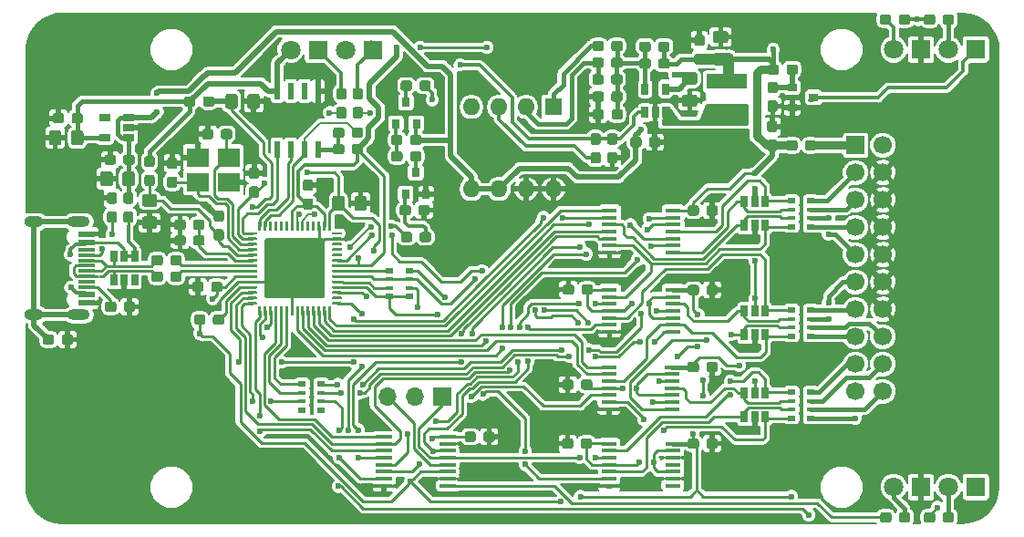
<source format=gtl>
G04 #@! TF.GenerationSoftware,KiCad,Pcbnew,5.0.2-bee76a0~70~ubuntu18.04.1*
G04 #@! TF.CreationDate,2019-06-09T10:31:05+02:00*
G04 #@! TF.ProjectId,JTAG-SWD-adapter,4b744c69-6e6b-4416-9461-707465722e6b,rev?*
G04 #@! TF.SameCoordinates,PX18392c0PY54c81a0*
G04 #@! TF.FileFunction,Copper,L1,Top*
G04 #@! TF.FilePolarity,Positive*
%FSLAX46Y46*%
G04 Gerber Fmt 4.6, Leading zero omitted, Abs format (unit mm)*
G04 Created by KiCad (PCBNEW 5.0.2-bee76a0~70~ubuntu18.04.1) date ned 09 jun 2019 10:31:05 CEST*
%MOMM*%
%LPD*%
G01*
G04 APERTURE LIST*
G04 #@! TA.AperFunction,SMDPad,CuDef*
%ADD10R,0.650000X1.060000*%
G04 #@! TD*
G04 #@! TA.AperFunction,Conductor*
%ADD11C,0.100000*%
G04 #@! TD*
G04 #@! TA.AperFunction,SMDPad,CuDef*
%ADD12C,0.250000*%
G04 #@! TD*
G04 #@! TA.AperFunction,SMDPad,CuDef*
%ADD13C,5.600000*%
G04 #@! TD*
G04 #@! TA.AperFunction,ComponentPad*
%ADD14R,1.800000X1.800000*%
G04 #@! TD*
G04 #@! TA.AperFunction,ComponentPad*
%ADD15C,1.800000*%
G04 #@! TD*
G04 #@! TA.AperFunction,SMDPad,CuDef*
%ADD16C,0.950000*%
G04 #@! TD*
G04 #@! TA.AperFunction,SMDPad,CuDef*
%ADD17R,0.800000X0.900000*%
G04 #@! TD*
G04 #@! TA.AperFunction,ComponentPad*
%ADD18O,1.700000X1.700000*%
G04 #@! TD*
G04 #@! TA.AperFunction,ComponentPad*
%ADD19R,1.700000X1.700000*%
G04 #@! TD*
G04 #@! TA.AperFunction,SMDPad,CuDef*
%ADD20R,0.800000X0.500000*%
G04 #@! TD*
G04 #@! TA.AperFunction,SMDPad,CuDef*
%ADD21R,0.800000X0.400000*%
G04 #@! TD*
G04 #@! TA.AperFunction,ComponentPad*
%ADD22O,1.600000X1.600000*%
G04 #@! TD*
G04 #@! TA.AperFunction,ComponentPad*
%ADD23R,1.600000X1.600000*%
G04 #@! TD*
G04 #@! TA.AperFunction,ComponentPad*
%ADD24O,2.100000X1.000000*%
G04 #@! TD*
G04 #@! TA.AperFunction,ComponentPad*
%ADD25O,1.800000X1.000000*%
G04 #@! TD*
G04 #@! TA.AperFunction,SMDPad,CuDef*
%ADD26R,1.500000X0.600000*%
G04 #@! TD*
G04 #@! TA.AperFunction,SMDPad,CuDef*
%ADD27R,1.500000X0.300000*%
G04 #@! TD*
G04 #@! TA.AperFunction,SMDPad,CuDef*
%ADD28C,1.150000*%
G04 #@! TD*
G04 #@! TA.AperFunction,SMDPad,CuDef*
%ADD29R,2.100000X1.800000*%
G04 #@! TD*
G04 #@! TA.AperFunction,SMDPad,CuDef*
%ADD30R,0.600000X1.550000*%
G04 #@! TD*
G04 #@! TA.AperFunction,SMDPad,CuDef*
%ADD31R,1.450000X0.450000*%
G04 #@! TD*
G04 #@! TA.AperFunction,SMDPad,CuDef*
%ADD32R,1.500000X0.450000*%
G04 #@! TD*
G04 #@! TA.AperFunction,SMDPad,CuDef*
%ADD33R,1.060000X0.650000*%
G04 #@! TD*
G04 #@! TA.AperFunction,ComponentPad*
%ADD34C,1.700000*%
G04 #@! TD*
G04 #@! TA.AperFunction,SMDPad,CuDef*
%ADD35R,0.900000X0.800000*%
G04 #@! TD*
G04 #@! TA.AperFunction,SMDPad,CuDef*
%ADD36R,3.800000X1.400000*%
G04 #@! TD*
G04 #@! TA.AperFunction,ViaPad*
%ADD37C,0.600000*%
G04 #@! TD*
G04 #@! TA.AperFunction,Conductor*
%ADD38C,0.254000*%
G04 #@! TD*
G04 #@! TA.AperFunction,Conductor*
%ADD39C,0.400000*%
G04 #@! TD*
G04 #@! TA.AperFunction,Conductor*
%ADD40C,0.500000*%
G04 #@! TD*
G04 #@! TA.AperFunction,Conductor*
%ADD41C,0.300000*%
G04 #@! TD*
G04 #@! TA.AperFunction,Conductor*
%ADD42C,0.800000*%
G04 #@! TD*
G04 #@! TA.AperFunction,Conductor*
%ADD43C,1.000000*%
G04 #@! TD*
G04 #@! TA.AperFunction,Conductor*
%ADD44C,0.200000*%
G04 #@! TD*
G04 APERTURE END LIST*
D10*
G04 #@! TO.P,U5,5*
G04 #@! TO.N,Net-(FB2-Pad2)*
X9586000Y26500000D03*
G04 #@! TO.P,U5,6*
G04 #@! TO.N,Net-(J1-PadA7)*
X8636000Y26500000D03*
G04 #@! TO.P,U5,4*
G04 #@! TO.N,Net-(FB2-Pad2)*
X10536000Y26500000D03*
G04 #@! TO.P,U5,3*
G04 #@! TO.N,Net-(U5-Pad3)*
X10536000Y24300000D03*
G04 #@! TO.P,U5,2*
G04 #@! TO.N,GND*
X9586000Y24300000D03*
G04 #@! TO.P,U5,1*
G04 #@! TO.N,Net-(J1-PadA6)*
X8636000Y24300000D03*
G04 #@! TD*
G04 #@! TO.P,U8,1*
G04 #@! TO.N,Net-(R31-Pad2)*
X57937360Y39870200D03*
G04 #@! TO.P,U8,2*
G04 #@! TO.N,GND*
X58887360Y39870200D03*
G04 #@! TO.P,U8,3*
G04 #@! TO.N,Net-(L1-Pad1)*
X59837360Y39870200D03*
G04 #@! TO.P,U8,4*
G04 #@! TO.N,+5V*
X59837360Y42070200D03*
G04 #@! TO.P,U8,5*
G04 #@! TO.N,Net-(C17-Pad2)*
X57937360Y42070200D03*
G04 #@! TD*
D11*
G04 #@! TO.N,/FTDI/EECLK*
G04 #@! TO.C,U7*
G36*
X22218626Y29774699D02*
X22224693Y29773799D01*
X22230643Y29772309D01*
X22236418Y29770242D01*
X22241962Y29767620D01*
X22247223Y29764467D01*
X22252150Y29760813D01*
X22256694Y29756694D01*
X22260813Y29752150D01*
X22264467Y29747223D01*
X22267620Y29741962D01*
X22270242Y29736418D01*
X22272309Y29730643D01*
X22273799Y29724693D01*
X22274699Y29718626D01*
X22275000Y29712500D01*
X22275000Y28962500D01*
X22274699Y28956374D01*
X22273799Y28950307D01*
X22272309Y28944357D01*
X22270242Y28938582D01*
X22267620Y28933038D01*
X22264467Y28927777D01*
X22260813Y28922850D01*
X22256694Y28918306D01*
X22252150Y28914187D01*
X22247223Y28910533D01*
X22241962Y28907380D01*
X22236418Y28904758D01*
X22230643Y28902691D01*
X22224693Y28901201D01*
X22218626Y28900301D01*
X22212500Y28900000D01*
X22087500Y28900000D01*
X22081374Y28900301D01*
X22075307Y28901201D01*
X22069357Y28902691D01*
X22063582Y28904758D01*
X22058038Y28907380D01*
X22052777Y28910533D01*
X22047850Y28914187D01*
X22043306Y28918306D01*
X22039187Y28922850D01*
X22035533Y28927777D01*
X22032380Y28933038D01*
X22029758Y28938582D01*
X22027691Y28944357D01*
X22026201Y28950307D01*
X22025301Y28956374D01*
X22025000Y28962500D01*
X22025000Y29712500D01*
X22025301Y29718626D01*
X22026201Y29724693D01*
X22027691Y29730643D01*
X22029758Y29736418D01*
X22032380Y29741962D01*
X22035533Y29747223D01*
X22039187Y29752150D01*
X22043306Y29756694D01*
X22047850Y29760813D01*
X22052777Y29764467D01*
X22058038Y29767620D01*
X22063582Y29770242D01*
X22069357Y29772309D01*
X22075307Y29773799D01*
X22081374Y29774699D01*
X22087500Y29775000D01*
X22212500Y29775000D01*
X22218626Y29774699D01*
X22218626Y29774699D01*
G37*
D12*
G04 #@! TD*
G04 #@! TO.P,U7,56*
G04 #@! TO.N,/FTDI/EECLK*
X22150000Y29337500D03*
D11*
G04 #@! TO.N,/FTDI/EEDATA*
G04 #@! TO.C,U7*
G36*
X22718626Y29774699D02*
X22724693Y29773799D01*
X22730643Y29772309D01*
X22736418Y29770242D01*
X22741962Y29767620D01*
X22747223Y29764467D01*
X22752150Y29760813D01*
X22756694Y29756694D01*
X22760813Y29752150D01*
X22764467Y29747223D01*
X22767620Y29741962D01*
X22770242Y29736418D01*
X22772309Y29730643D01*
X22773799Y29724693D01*
X22774699Y29718626D01*
X22775000Y29712500D01*
X22775000Y28962500D01*
X22774699Y28956374D01*
X22773799Y28950307D01*
X22772309Y28944357D01*
X22770242Y28938582D01*
X22767620Y28933038D01*
X22764467Y28927777D01*
X22760813Y28922850D01*
X22756694Y28918306D01*
X22752150Y28914187D01*
X22747223Y28910533D01*
X22741962Y28907380D01*
X22736418Y28904758D01*
X22730643Y28902691D01*
X22724693Y28901201D01*
X22718626Y28900301D01*
X22712500Y28900000D01*
X22587500Y28900000D01*
X22581374Y28900301D01*
X22575307Y28901201D01*
X22569357Y28902691D01*
X22563582Y28904758D01*
X22558038Y28907380D01*
X22552777Y28910533D01*
X22547850Y28914187D01*
X22543306Y28918306D01*
X22539187Y28922850D01*
X22535533Y28927777D01*
X22532380Y28933038D01*
X22529758Y28938582D01*
X22527691Y28944357D01*
X22526201Y28950307D01*
X22525301Y28956374D01*
X22525000Y28962500D01*
X22525000Y29712500D01*
X22525301Y29718626D01*
X22526201Y29724693D01*
X22527691Y29730643D01*
X22529758Y29736418D01*
X22532380Y29741962D01*
X22535533Y29747223D01*
X22539187Y29752150D01*
X22543306Y29756694D01*
X22547850Y29760813D01*
X22552777Y29764467D01*
X22558038Y29767620D01*
X22563582Y29770242D01*
X22569357Y29772309D01*
X22575307Y29773799D01*
X22581374Y29774699D01*
X22587500Y29775000D01*
X22712500Y29775000D01*
X22718626Y29774699D01*
X22718626Y29774699D01*
G37*
D12*
G04 #@! TD*
G04 #@! TO.P,U7,55*
G04 #@! TO.N,/FTDI/EEDATA*
X22650000Y29337500D03*
D11*
G04 #@! TO.N,Net-(U7-Pad54)*
G04 #@! TO.C,U7*
G36*
X23218626Y29774699D02*
X23224693Y29773799D01*
X23230643Y29772309D01*
X23236418Y29770242D01*
X23241962Y29767620D01*
X23247223Y29764467D01*
X23252150Y29760813D01*
X23256694Y29756694D01*
X23260813Y29752150D01*
X23264467Y29747223D01*
X23267620Y29741962D01*
X23270242Y29736418D01*
X23272309Y29730643D01*
X23273799Y29724693D01*
X23274699Y29718626D01*
X23275000Y29712500D01*
X23275000Y28962500D01*
X23274699Y28956374D01*
X23273799Y28950307D01*
X23272309Y28944357D01*
X23270242Y28938582D01*
X23267620Y28933038D01*
X23264467Y28927777D01*
X23260813Y28922850D01*
X23256694Y28918306D01*
X23252150Y28914187D01*
X23247223Y28910533D01*
X23241962Y28907380D01*
X23236418Y28904758D01*
X23230643Y28902691D01*
X23224693Y28901201D01*
X23218626Y28900301D01*
X23212500Y28900000D01*
X23087500Y28900000D01*
X23081374Y28900301D01*
X23075307Y28901201D01*
X23069357Y28902691D01*
X23063582Y28904758D01*
X23058038Y28907380D01*
X23052777Y28910533D01*
X23047850Y28914187D01*
X23043306Y28918306D01*
X23039187Y28922850D01*
X23035533Y28927777D01*
X23032380Y28933038D01*
X23029758Y28938582D01*
X23027691Y28944357D01*
X23026201Y28950307D01*
X23025301Y28956374D01*
X23025000Y28962500D01*
X23025000Y29712500D01*
X23025301Y29718626D01*
X23026201Y29724693D01*
X23027691Y29730643D01*
X23029758Y29736418D01*
X23032380Y29741962D01*
X23035533Y29747223D01*
X23039187Y29752150D01*
X23043306Y29756694D01*
X23047850Y29760813D01*
X23052777Y29764467D01*
X23058038Y29767620D01*
X23063582Y29770242D01*
X23069357Y29772309D01*
X23075307Y29773799D01*
X23081374Y29774699D01*
X23087500Y29775000D01*
X23212500Y29775000D01*
X23218626Y29774699D01*
X23218626Y29774699D01*
G37*
D12*
G04 #@! TD*
G04 #@! TO.P,U7,54*
G04 #@! TO.N,Net-(U7-Pad54)*
X23150000Y29337500D03*
D11*
G04 #@! TO.N,Net-(U7-Pad53)*
G04 #@! TO.C,U7*
G36*
X23718626Y29774699D02*
X23724693Y29773799D01*
X23730643Y29772309D01*
X23736418Y29770242D01*
X23741962Y29767620D01*
X23747223Y29764467D01*
X23752150Y29760813D01*
X23756694Y29756694D01*
X23760813Y29752150D01*
X23764467Y29747223D01*
X23767620Y29741962D01*
X23770242Y29736418D01*
X23772309Y29730643D01*
X23773799Y29724693D01*
X23774699Y29718626D01*
X23775000Y29712500D01*
X23775000Y28962500D01*
X23774699Y28956374D01*
X23773799Y28950307D01*
X23772309Y28944357D01*
X23770242Y28938582D01*
X23767620Y28933038D01*
X23764467Y28927777D01*
X23760813Y28922850D01*
X23756694Y28918306D01*
X23752150Y28914187D01*
X23747223Y28910533D01*
X23741962Y28907380D01*
X23736418Y28904758D01*
X23730643Y28902691D01*
X23724693Y28901201D01*
X23718626Y28900301D01*
X23712500Y28900000D01*
X23587500Y28900000D01*
X23581374Y28900301D01*
X23575307Y28901201D01*
X23569357Y28902691D01*
X23563582Y28904758D01*
X23558038Y28907380D01*
X23552777Y28910533D01*
X23547850Y28914187D01*
X23543306Y28918306D01*
X23539187Y28922850D01*
X23535533Y28927777D01*
X23532380Y28933038D01*
X23529758Y28938582D01*
X23527691Y28944357D01*
X23526201Y28950307D01*
X23525301Y28956374D01*
X23525000Y28962500D01*
X23525000Y29712500D01*
X23525301Y29718626D01*
X23526201Y29724693D01*
X23527691Y29730643D01*
X23529758Y29736418D01*
X23532380Y29741962D01*
X23535533Y29747223D01*
X23539187Y29752150D01*
X23543306Y29756694D01*
X23547850Y29760813D01*
X23552777Y29764467D01*
X23558038Y29767620D01*
X23563582Y29770242D01*
X23569357Y29772309D01*
X23575307Y29773799D01*
X23581374Y29774699D01*
X23587500Y29775000D01*
X23712500Y29775000D01*
X23718626Y29774699D01*
X23718626Y29774699D01*
G37*
D12*
G04 #@! TD*
G04 #@! TO.P,U7,53*
G04 #@! TO.N,Net-(U7-Pad53)*
X23650000Y29337500D03*
D11*
G04 #@! TO.N,Net-(U7-Pad52)*
G04 #@! TO.C,U7*
G36*
X24218626Y29774699D02*
X24224693Y29773799D01*
X24230643Y29772309D01*
X24236418Y29770242D01*
X24241962Y29767620D01*
X24247223Y29764467D01*
X24252150Y29760813D01*
X24256694Y29756694D01*
X24260813Y29752150D01*
X24264467Y29747223D01*
X24267620Y29741962D01*
X24270242Y29736418D01*
X24272309Y29730643D01*
X24273799Y29724693D01*
X24274699Y29718626D01*
X24275000Y29712500D01*
X24275000Y28962500D01*
X24274699Y28956374D01*
X24273799Y28950307D01*
X24272309Y28944357D01*
X24270242Y28938582D01*
X24267620Y28933038D01*
X24264467Y28927777D01*
X24260813Y28922850D01*
X24256694Y28918306D01*
X24252150Y28914187D01*
X24247223Y28910533D01*
X24241962Y28907380D01*
X24236418Y28904758D01*
X24230643Y28902691D01*
X24224693Y28901201D01*
X24218626Y28900301D01*
X24212500Y28900000D01*
X24087500Y28900000D01*
X24081374Y28900301D01*
X24075307Y28901201D01*
X24069357Y28902691D01*
X24063582Y28904758D01*
X24058038Y28907380D01*
X24052777Y28910533D01*
X24047850Y28914187D01*
X24043306Y28918306D01*
X24039187Y28922850D01*
X24035533Y28927777D01*
X24032380Y28933038D01*
X24029758Y28938582D01*
X24027691Y28944357D01*
X24026201Y28950307D01*
X24025301Y28956374D01*
X24025000Y28962500D01*
X24025000Y29712500D01*
X24025301Y29718626D01*
X24026201Y29724693D01*
X24027691Y29730643D01*
X24029758Y29736418D01*
X24032380Y29741962D01*
X24035533Y29747223D01*
X24039187Y29752150D01*
X24043306Y29756694D01*
X24047850Y29760813D01*
X24052777Y29764467D01*
X24058038Y29767620D01*
X24063582Y29770242D01*
X24069357Y29772309D01*
X24075307Y29773799D01*
X24081374Y29774699D01*
X24087500Y29775000D01*
X24212500Y29775000D01*
X24218626Y29774699D01*
X24218626Y29774699D01*
G37*
D12*
G04 #@! TD*
G04 #@! TO.P,U7,52*
G04 #@! TO.N,Net-(U7-Pad52)*
X24150000Y29337500D03*
D11*
G04 #@! TO.N,Net-(U7-Pad51)*
G04 #@! TO.C,U7*
G36*
X24718626Y29774699D02*
X24724693Y29773799D01*
X24730643Y29772309D01*
X24736418Y29770242D01*
X24741962Y29767620D01*
X24747223Y29764467D01*
X24752150Y29760813D01*
X24756694Y29756694D01*
X24760813Y29752150D01*
X24764467Y29747223D01*
X24767620Y29741962D01*
X24770242Y29736418D01*
X24772309Y29730643D01*
X24773799Y29724693D01*
X24774699Y29718626D01*
X24775000Y29712500D01*
X24775000Y28962500D01*
X24774699Y28956374D01*
X24773799Y28950307D01*
X24772309Y28944357D01*
X24770242Y28938582D01*
X24767620Y28933038D01*
X24764467Y28927777D01*
X24760813Y28922850D01*
X24756694Y28918306D01*
X24752150Y28914187D01*
X24747223Y28910533D01*
X24741962Y28907380D01*
X24736418Y28904758D01*
X24730643Y28902691D01*
X24724693Y28901201D01*
X24718626Y28900301D01*
X24712500Y28900000D01*
X24587500Y28900000D01*
X24581374Y28900301D01*
X24575307Y28901201D01*
X24569357Y28902691D01*
X24563582Y28904758D01*
X24558038Y28907380D01*
X24552777Y28910533D01*
X24547850Y28914187D01*
X24543306Y28918306D01*
X24539187Y28922850D01*
X24535533Y28927777D01*
X24532380Y28933038D01*
X24529758Y28938582D01*
X24527691Y28944357D01*
X24526201Y28950307D01*
X24525301Y28956374D01*
X24525000Y28962500D01*
X24525000Y29712500D01*
X24525301Y29718626D01*
X24526201Y29724693D01*
X24527691Y29730643D01*
X24529758Y29736418D01*
X24532380Y29741962D01*
X24535533Y29747223D01*
X24539187Y29752150D01*
X24543306Y29756694D01*
X24547850Y29760813D01*
X24552777Y29764467D01*
X24558038Y29767620D01*
X24563582Y29770242D01*
X24569357Y29772309D01*
X24575307Y29773799D01*
X24581374Y29774699D01*
X24587500Y29775000D01*
X24712500Y29775000D01*
X24718626Y29774699D01*
X24718626Y29774699D01*
G37*
D12*
G04 #@! TD*
G04 #@! TO.P,U7,51*
G04 #@! TO.N,Net-(U7-Pad51)*
X24650000Y29337500D03*
D11*
G04 #@! TO.N,+3V3*
G04 #@! TO.C,U7*
G36*
X25218626Y29774699D02*
X25224693Y29773799D01*
X25230643Y29772309D01*
X25236418Y29770242D01*
X25241962Y29767620D01*
X25247223Y29764467D01*
X25252150Y29760813D01*
X25256694Y29756694D01*
X25260813Y29752150D01*
X25264467Y29747223D01*
X25267620Y29741962D01*
X25270242Y29736418D01*
X25272309Y29730643D01*
X25273799Y29724693D01*
X25274699Y29718626D01*
X25275000Y29712500D01*
X25275000Y28962500D01*
X25274699Y28956374D01*
X25273799Y28950307D01*
X25272309Y28944357D01*
X25270242Y28938582D01*
X25267620Y28933038D01*
X25264467Y28927777D01*
X25260813Y28922850D01*
X25256694Y28918306D01*
X25252150Y28914187D01*
X25247223Y28910533D01*
X25241962Y28907380D01*
X25236418Y28904758D01*
X25230643Y28902691D01*
X25224693Y28901201D01*
X25218626Y28900301D01*
X25212500Y28900000D01*
X25087500Y28900000D01*
X25081374Y28900301D01*
X25075307Y28901201D01*
X25069357Y28902691D01*
X25063582Y28904758D01*
X25058038Y28907380D01*
X25052777Y28910533D01*
X25047850Y28914187D01*
X25043306Y28918306D01*
X25039187Y28922850D01*
X25035533Y28927777D01*
X25032380Y28933038D01*
X25029758Y28938582D01*
X25027691Y28944357D01*
X25026201Y28950307D01*
X25025301Y28956374D01*
X25025000Y28962500D01*
X25025000Y29712500D01*
X25025301Y29718626D01*
X25026201Y29724693D01*
X25027691Y29730643D01*
X25029758Y29736418D01*
X25032380Y29741962D01*
X25035533Y29747223D01*
X25039187Y29752150D01*
X25043306Y29756694D01*
X25047850Y29760813D01*
X25052777Y29764467D01*
X25058038Y29767620D01*
X25063582Y29770242D01*
X25069357Y29772309D01*
X25075307Y29773799D01*
X25081374Y29774699D01*
X25087500Y29775000D01*
X25212500Y29775000D01*
X25218626Y29774699D01*
X25218626Y29774699D01*
G37*
D12*
G04 #@! TD*
G04 #@! TO.P,U7,50*
G04 #@! TO.N,+3V3*
X25150000Y29337500D03*
D11*
G04 #@! TO.N,/TXLED*
G04 #@! TO.C,U7*
G36*
X25718626Y29774699D02*
X25724693Y29773799D01*
X25730643Y29772309D01*
X25736418Y29770242D01*
X25741962Y29767620D01*
X25747223Y29764467D01*
X25752150Y29760813D01*
X25756694Y29756694D01*
X25760813Y29752150D01*
X25764467Y29747223D01*
X25767620Y29741962D01*
X25770242Y29736418D01*
X25772309Y29730643D01*
X25773799Y29724693D01*
X25774699Y29718626D01*
X25775000Y29712500D01*
X25775000Y28962500D01*
X25774699Y28956374D01*
X25773799Y28950307D01*
X25772309Y28944357D01*
X25770242Y28938582D01*
X25767620Y28933038D01*
X25764467Y28927777D01*
X25760813Y28922850D01*
X25756694Y28918306D01*
X25752150Y28914187D01*
X25747223Y28910533D01*
X25741962Y28907380D01*
X25736418Y28904758D01*
X25730643Y28902691D01*
X25724693Y28901201D01*
X25718626Y28900301D01*
X25712500Y28900000D01*
X25587500Y28900000D01*
X25581374Y28900301D01*
X25575307Y28901201D01*
X25569357Y28902691D01*
X25563582Y28904758D01*
X25558038Y28907380D01*
X25552777Y28910533D01*
X25547850Y28914187D01*
X25543306Y28918306D01*
X25539187Y28922850D01*
X25535533Y28927777D01*
X25532380Y28933038D01*
X25529758Y28938582D01*
X25527691Y28944357D01*
X25526201Y28950307D01*
X25525301Y28956374D01*
X25525000Y28962500D01*
X25525000Y29712500D01*
X25525301Y29718626D01*
X25526201Y29724693D01*
X25527691Y29730643D01*
X25529758Y29736418D01*
X25532380Y29741962D01*
X25535533Y29747223D01*
X25539187Y29752150D01*
X25543306Y29756694D01*
X25547850Y29760813D01*
X25552777Y29764467D01*
X25558038Y29767620D01*
X25563582Y29770242D01*
X25569357Y29772309D01*
X25575307Y29773799D01*
X25581374Y29774699D01*
X25587500Y29775000D01*
X25712500Y29775000D01*
X25718626Y29774699D01*
X25718626Y29774699D01*
G37*
D12*
G04 #@! TD*
G04 #@! TO.P,U7,49*
G04 #@! TO.N,/TXLED*
X25650000Y29337500D03*
D11*
G04 #@! TO.N,/RXLED*
G04 #@! TO.C,U7*
G36*
X26218626Y29774699D02*
X26224693Y29773799D01*
X26230643Y29772309D01*
X26236418Y29770242D01*
X26241962Y29767620D01*
X26247223Y29764467D01*
X26252150Y29760813D01*
X26256694Y29756694D01*
X26260813Y29752150D01*
X26264467Y29747223D01*
X26267620Y29741962D01*
X26270242Y29736418D01*
X26272309Y29730643D01*
X26273799Y29724693D01*
X26274699Y29718626D01*
X26275000Y29712500D01*
X26275000Y28962500D01*
X26274699Y28956374D01*
X26273799Y28950307D01*
X26272309Y28944357D01*
X26270242Y28938582D01*
X26267620Y28933038D01*
X26264467Y28927777D01*
X26260813Y28922850D01*
X26256694Y28918306D01*
X26252150Y28914187D01*
X26247223Y28910533D01*
X26241962Y28907380D01*
X26236418Y28904758D01*
X26230643Y28902691D01*
X26224693Y28901201D01*
X26218626Y28900301D01*
X26212500Y28900000D01*
X26087500Y28900000D01*
X26081374Y28900301D01*
X26075307Y28901201D01*
X26069357Y28902691D01*
X26063582Y28904758D01*
X26058038Y28907380D01*
X26052777Y28910533D01*
X26047850Y28914187D01*
X26043306Y28918306D01*
X26039187Y28922850D01*
X26035533Y28927777D01*
X26032380Y28933038D01*
X26029758Y28938582D01*
X26027691Y28944357D01*
X26026201Y28950307D01*
X26025301Y28956374D01*
X26025000Y28962500D01*
X26025000Y29712500D01*
X26025301Y29718626D01*
X26026201Y29724693D01*
X26027691Y29730643D01*
X26029758Y29736418D01*
X26032380Y29741962D01*
X26035533Y29747223D01*
X26039187Y29752150D01*
X26043306Y29756694D01*
X26047850Y29760813D01*
X26052777Y29764467D01*
X26058038Y29767620D01*
X26063582Y29770242D01*
X26069357Y29772309D01*
X26075307Y29773799D01*
X26081374Y29774699D01*
X26087500Y29775000D01*
X26212500Y29775000D01*
X26218626Y29774699D01*
X26218626Y29774699D01*
G37*
D12*
G04 #@! TD*
G04 #@! TO.P,U7,48*
G04 #@! TO.N,/RXLED*
X26150000Y29337500D03*
D11*
G04 #@! TO.N,Net-(U7-Pad47)*
G04 #@! TO.C,U7*
G36*
X26718626Y29774699D02*
X26724693Y29773799D01*
X26730643Y29772309D01*
X26736418Y29770242D01*
X26741962Y29767620D01*
X26747223Y29764467D01*
X26752150Y29760813D01*
X26756694Y29756694D01*
X26760813Y29752150D01*
X26764467Y29747223D01*
X26767620Y29741962D01*
X26770242Y29736418D01*
X26772309Y29730643D01*
X26773799Y29724693D01*
X26774699Y29718626D01*
X26775000Y29712500D01*
X26775000Y28962500D01*
X26774699Y28956374D01*
X26773799Y28950307D01*
X26772309Y28944357D01*
X26770242Y28938582D01*
X26767620Y28933038D01*
X26764467Y28927777D01*
X26760813Y28922850D01*
X26756694Y28918306D01*
X26752150Y28914187D01*
X26747223Y28910533D01*
X26741962Y28907380D01*
X26736418Y28904758D01*
X26730643Y28902691D01*
X26724693Y28901201D01*
X26718626Y28900301D01*
X26712500Y28900000D01*
X26587500Y28900000D01*
X26581374Y28900301D01*
X26575307Y28901201D01*
X26569357Y28902691D01*
X26563582Y28904758D01*
X26558038Y28907380D01*
X26552777Y28910533D01*
X26547850Y28914187D01*
X26543306Y28918306D01*
X26539187Y28922850D01*
X26535533Y28927777D01*
X26532380Y28933038D01*
X26529758Y28938582D01*
X26527691Y28944357D01*
X26526201Y28950307D01*
X26525301Y28956374D01*
X26525000Y28962500D01*
X26525000Y29712500D01*
X26525301Y29718626D01*
X26526201Y29724693D01*
X26527691Y29730643D01*
X26529758Y29736418D01*
X26532380Y29741962D01*
X26535533Y29747223D01*
X26539187Y29752150D01*
X26543306Y29756694D01*
X26547850Y29760813D01*
X26552777Y29764467D01*
X26558038Y29767620D01*
X26563582Y29770242D01*
X26569357Y29772309D01*
X26575307Y29773799D01*
X26581374Y29774699D01*
X26587500Y29775000D01*
X26712500Y29775000D01*
X26718626Y29774699D01*
X26718626Y29774699D01*
G37*
D12*
G04 #@! TD*
G04 #@! TO.P,U7,47*
G04 #@! TO.N,Net-(U7-Pad47)*
X26650000Y29337500D03*
D11*
G04 #@! TO.N,Net-(U7-Pad46)*
G04 #@! TO.C,U7*
G36*
X27218626Y29774699D02*
X27224693Y29773799D01*
X27230643Y29772309D01*
X27236418Y29770242D01*
X27241962Y29767620D01*
X27247223Y29764467D01*
X27252150Y29760813D01*
X27256694Y29756694D01*
X27260813Y29752150D01*
X27264467Y29747223D01*
X27267620Y29741962D01*
X27270242Y29736418D01*
X27272309Y29730643D01*
X27273799Y29724693D01*
X27274699Y29718626D01*
X27275000Y29712500D01*
X27275000Y28962500D01*
X27274699Y28956374D01*
X27273799Y28950307D01*
X27272309Y28944357D01*
X27270242Y28938582D01*
X27267620Y28933038D01*
X27264467Y28927777D01*
X27260813Y28922850D01*
X27256694Y28918306D01*
X27252150Y28914187D01*
X27247223Y28910533D01*
X27241962Y28907380D01*
X27236418Y28904758D01*
X27230643Y28902691D01*
X27224693Y28901201D01*
X27218626Y28900301D01*
X27212500Y28900000D01*
X27087500Y28900000D01*
X27081374Y28900301D01*
X27075307Y28901201D01*
X27069357Y28902691D01*
X27063582Y28904758D01*
X27058038Y28907380D01*
X27052777Y28910533D01*
X27047850Y28914187D01*
X27043306Y28918306D01*
X27039187Y28922850D01*
X27035533Y28927777D01*
X27032380Y28933038D01*
X27029758Y28938582D01*
X27027691Y28944357D01*
X27026201Y28950307D01*
X27025301Y28956374D01*
X27025000Y28962500D01*
X27025000Y29712500D01*
X27025301Y29718626D01*
X27026201Y29724693D01*
X27027691Y29730643D01*
X27029758Y29736418D01*
X27032380Y29741962D01*
X27035533Y29747223D01*
X27039187Y29752150D01*
X27043306Y29756694D01*
X27047850Y29760813D01*
X27052777Y29764467D01*
X27058038Y29767620D01*
X27063582Y29770242D01*
X27069357Y29772309D01*
X27075307Y29773799D01*
X27081374Y29774699D01*
X27087500Y29775000D01*
X27212500Y29775000D01*
X27218626Y29774699D01*
X27218626Y29774699D01*
G37*
D12*
G04 #@! TD*
G04 #@! TO.P,U7,46*
G04 #@! TO.N,Net-(U7-Pad46)*
X27150000Y29337500D03*
D11*
G04 #@! TO.N,GND*
G04 #@! TO.C,U7*
G36*
X27718626Y29774699D02*
X27724693Y29773799D01*
X27730643Y29772309D01*
X27736418Y29770242D01*
X27741962Y29767620D01*
X27747223Y29764467D01*
X27752150Y29760813D01*
X27756694Y29756694D01*
X27760813Y29752150D01*
X27764467Y29747223D01*
X27767620Y29741962D01*
X27770242Y29736418D01*
X27772309Y29730643D01*
X27773799Y29724693D01*
X27774699Y29718626D01*
X27775000Y29712500D01*
X27775000Y28962500D01*
X27774699Y28956374D01*
X27773799Y28950307D01*
X27772309Y28944357D01*
X27770242Y28938582D01*
X27767620Y28933038D01*
X27764467Y28927777D01*
X27760813Y28922850D01*
X27756694Y28918306D01*
X27752150Y28914187D01*
X27747223Y28910533D01*
X27741962Y28907380D01*
X27736418Y28904758D01*
X27730643Y28902691D01*
X27724693Y28901201D01*
X27718626Y28900301D01*
X27712500Y28900000D01*
X27587500Y28900000D01*
X27581374Y28900301D01*
X27575307Y28901201D01*
X27569357Y28902691D01*
X27563582Y28904758D01*
X27558038Y28907380D01*
X27552777Y28910533D01*
X27547850Y28914187D01*
X27543306Y28918306D01*
X27539187Y28922850D01*
X27535533Y28927777D01*
X27532380Y28933038D01*
X27529758Y28938582D01*
X27527691Y28944357D01*
X27526201Y28950307D01*
X27525301Y28956374D01*
X27525000Y28962500D01*
X27525000Y29712500D01*
X27525301Y29718626D01*
X27526201Y29724693D01*
X27527691Y29730643D01*
X27529758Y29736418D01*
X27532380Y29741962D01*
X27535533Y29747223D01*
X27539187Y29752150D01*
X27543306Y29756694D01*
X27547850Y29760813D01*
X27552777Y29764467D01*
X27558038Y29767620D01*
X27563582Y29770242D01*
X27569357Y29772309D01*
X27575307Y29773799D01*
X27581374Y29774699D01*
X27587500Y29775000D01*
X27712500Y29775000D01*
X27718626Y29774699D01*
X27718626Y29774699D01*
G37*
D12*
G04 #@! TD*
G04 #@! TO.P,U7,45*
G04 #@! TO.N,GND*
X27650000Y29337500D03*
D11*
G04 #@! TO.N,+3V3*
G04 #@! TO.C,U7*
G36*
X28218626Y29774699D02*
X28224693Y29773799D01*
X28230643Y29772309D01*
X28236418Y29770242D01*
X28241962Y29767620D01*
X28247223Y29764467D01*
X28252150Y29760813D01*
X28256694Y29756694D01*
X28260813Y29752150D01*
X28264467Y29747223D01*
X28267620Y29741962D01*
X28270242Y29736418D01*
X28272309Y29730643D01*
X28273799Y29724693D01*
X28274699Y29718626D01*
X28275000Y29712500D01*
X28275000Y28962500D01*
X28274699Y28956374D01*
X28273799Y28950307D01*
X28272309Y28944357D01*
X28270242Y28938582D01*
X28267620Y28933038D01*
X28264467Y28927777D01*
X28260813Y28922850D01*
X28256694Y28918306D01*
X28252150Y28914187D01*
X28247223Y28910533D01*
X28241962Y28907380D01*
X28236418Y28904758D01*
X28230643Y28902691D01*
X28224693Y28901201D01*
X28218626Y28900301D01*
X28212500Y28900000D01*
X28087500Y28900000D01*
X28081374Y28900301D01*
X28075307Y28901201D01*
X28069357Y28902691D01*
X28063582Y28904758D01*
X28058038Y28907380D01*
X28052777Y28910533D01*
X28047850Y28914187D01*
X28043306Y28918306D01*
X28039187Y28922850D01*
X28035533Y28927777D01*
X28032380Y28933038D01*
X28029758Y28938582D01*
X28027691Y28944357D01*
X28026201Y28950307D01*
X28025301Y28956374D01*
X28025000Y28962500D01*
X28025000Y29712500D01*
X28025301Y29718626D01*
X28026201Y29724693D01*
X28027691Y29730643D01*
X28029758Y29736418D01*
X28032380Y29741962D01*
X28035533Y29747223D01*
X28039187Y29752150D01*
X28043306Y29756694D01*
X28047850Y29760813D01*
X28052777Y29764467D01*
X28058038Y29767620D01*
X28063582Y29770242D01*
X28069357Y29772309D01*
X28075307Y29773799D01*
X28081374Y29774699D01*
X28087500Y29775000D01*
X28212500Y29775000D01*
X28218626Y29774699D01*
X28218626Y29774699D01*
G37*
D12*
G04 #@! TD*
G04 #@! TO.P,U7,44*
G04 #@! TO.N,+3V3*
X28150000Y29337500D03*
D11*
G04 #@! TO.N,/FTDI/VCORE*
G04 #@! TO.C,U7*
G36*
X28718626Y29774699D02*
X28724693Y29773799D01*
X28730643Y29772309D01*
X28736418Y29770242D01*
X28741962Y29767620D01*
X28747223Y29764467D01*
X28752150Y29760813D01*
X28756694Y29756694D01*
X28760813Y29752150D01*
X28764467Y29747223D01*
X28767620Y29741962D01*
X28770242Y29736418D01*
X28772309Y29730643D01*
X28773799Y29724693D01*
X28774699Y29718626D01*
X28775000Y29712500D01*
X28775000Y28962500D01*
X28774699Y28956374D01*
X28773799Y28950307D01*
X28772309Y28944357D01*
X28770242Y28938582D01*
X28767620Y28933038D01*
X28764467Y28927777D01*
X28760813Y28922850D01*
X28756694Y28918306D01*
X28752150Y28914187D01*
X28747223Y28910533D01*
X28741962Y28907380D01*
X28736418Y28904758D01*
X28730643Y28902691D01*
X28724693Y28901201D01*
X28718626Y28900301D01*
X28712500Y28900000D01*
X28587500Y28900000D01*
X28581374Y28900301D01*
X28575307Y28901201D01*
X28569357Y28902691D01*
X28563582Y28904758D01*
X28558038Y28907380D01*
X28552777Y28910533D01*
X28547850Y28914187D01*
X28543306Y28918306D01*
X28539187Y28922850D01*
X28535533Y28927777D01*
X28532380Y28933038D01*
X28529758Y28938582D01*
X28527691Y28944357D01*
X28526201Y28950307D01*
X28525301Y28956374D01*
X28525000Y28962500D01*
X28525000Y29712500D01*
X28525301Y29718626D01*
X28526201Y29724693D01*
X28527691Y29730643D01*
X28529758Y29736418D01*
X28532380Y29741962D01*
X28535533Y29747223D01*
X28539187Y29752150D01*
X28543306Y29756694D01*
X28547850Y29760813D01*
X28552777Y29764467D01*
X28558038Y29767620D01*
X28563582Y29770242D01*
X28569357Y29772309D01*
X28575307Y29773799D01*
X28581374Y29774699D01*
X28587500Y29775000D01*
X28712500Y29775000D01*
X28718626Y29774699D01*
X28718626Y29774699D01*
G37*
D12*
G04 #@! TD*
G04 #@! TO.P,U7,43*
G04 #@! TO.N,/FTDI/VCORE*
X28650000Y29337500D03*
D11*
G04 #@! TO.N,Net-(U7-Pad42)*
G04 #@! TO.C,U7*
G36*
X29718626Y28774699D02*
X29724693Y28773799D01*
X29730643Y28772309D01*
X29736418Y28770242D01*
X29741962Y28767620D01*
X29747223Y28764467D01*
X29752150Y28760813D01*
X29756694Y28756694D01*
X29760813Y28752150D01*
X29764467Y28747223D01*
X29767620Y28741962D01*
X29770242Y28736418D01*
X29772309Y28730643D01*
X29773799Y28724693D01*
X29774699Y28718626D01*
X29775000Y28712500D01*
X29775000Y28587500D01*
X29774699Y28581374D01*
X29773799Y28575307D01*
X29772309Y28569357D01*
X29770242Y28563582D01*
X29767620Y28558038D01*
X29764467Y28552777D01*
X29760813Y28547850D01*
X29756694Y28543306D01*
X29752150Y28539187D01*
X29747223Y28535533D01*
X29741962Y28532380D01*
X29736418Y28529758D01*
X29730643Y28527691D01*
X29724693Y28526201D01*
X29718626Y28525301D01*
X29712500Y28525000D01*
X28962500Y28525000D01*
X28956374Y28525301D01*
X28950307Y28526201D01*
X28944357Y28527691D01*
X28938582Y28529758D01*
X28933038Y28532380D01*
X28927777Y28535533D01*
X28922850Y28539187D01*
X28918306Y28543306D01*
X28914187Y28547850D01*
X28910533Y28552777D01*
X28907380Y28558038D01*
X28904758Y28563582D01*
X28902691Y28569357D01*
X28901201Y28575307D01*
X28900301Y28581374D01*
X28900000Y28587500D01*
X28900000Y28712500D01*
X28900301Y28718626D01*
X28901201Y28724693D01*
X28902691Y28730643D01*
X28904758Y28736418D01*
X28907380Y28741962D01*
X28910533Y28747223D01*
X28914187Y28752150D01*
X28918306Y28756694D01*
X28922850Y28760813D01*
X28927777Y28764467D01*
X28933038Y28767620D01*
X28938582Y28770242D01*
X28944357Y28772309D01*
X28950307Y28773799D01*
X28956374Y28774699D01*
X28962500Y28775000D01*
X29712500Y28775000D01*
X29718626Y28774699D01*
X29718626Y28774699D01*
G37*
D12*
G04 #@! TD*
G04 #@! TO.P,U7,42*
G04 #@! TO.N,Net-(U7-Pad42)*
X29337500Y28650000D03*
D11*
G04 #@! TO.N,GND*
G04 #@! TO.C,U7*
G36*
X29718626Y28274699D02*
X29724693Y28273799D01*
X29730643Y28272309D01*
X29736418Y28270242D01*
X29741962Y28267620D01*
X29747223Y28264467D01*
X29752150Y28260813D01*
X29756694Y28256694D01*
X29760813Y28252150D01*
X29764467Y28247223D01*
X29767620Y28241962D01*
X29770242Y28236418D01*
X29772309Y28230643D01*
X29773799Y28224693D01*
X29774699Y28218626D01*
X29775000Y28212500D01*
X29775000Y28087500D01*
X29774699Y28081374D01*
X29773799Y28075307D01*
X29772309Y28069357D01*
X29770242Y28063582D01*
X29767620Y28058038D01*
X29764467Y28052777D01*
X29760813Y28047850D01*
X29756694Y28043306D01*
X29752150Y28039187D01*
X29747223Y28035533D01*
X29741962Y28032380D01*
X29736418Y28029758D01*
X29730643Y28027691D01*
X29724693Y28026201D01*
X29718626Y28025301D01*
X29712500Y28025000D01*
X28962500Y28025000D01*
X28956374Y28025301D01*
X28950307Y28026201D01*
X28944357Y28027691D01*
X28938582Y28029758D01*
X28933038Y28032380D01*
X28927777Y28035533D01*
X28922850Y28039187D01*
X28918306Y28043306D01*
X28914187Y28047850D01*
X28910533Y28052777D01*
X28907380Y28058038D01*
X28904758Y28063582D01*
X28902691Y28069357D01*
X28901201Y28075307D01*
X28900301Y28081374D01*
X28900000Y28087500D01*
X28900000Y28212500D01*
X28900301Y28218626D01*
X28901201Y28224693D01*
X28902691Y28230643D01*
X28904758Y28236418D01*
X28907380Y28241962D01*
X28910533Y28247223D01*
X28914187Y28252150D01*
X28918306Y28256694D01*
X28922850Y28260813D01*
X28927777Y28264467D01*
X28933038Y28267620D01*
X28938582Y28270242D01*
X28944357Y28272309D01*
X28950307Y28273799D01*
X28956374Y28274699D01*
X28962500Y28275000D01*
X29712500Y28275000D01*
X29718626Y28274699D01*
X29718626Y28274699D01*
G37*
D12*
G04 #@! TD*
G04 #@! TO.P,U7,41*
G04 #@! TO.N,GND*
X29337500Y28150000D03*
D11*
G04 #@! TO.N,Net-(U7-Pad40)*
G04 #@! TO.C,U7*
G36*
X29718626Y27774699D02*
X29724693Y27773799D01*
X29730643Y27772309D01*
X29736418Y27770242D01*
X29741962Y27767620D01*
X29747223Y27764467D01*
X29752150Y27760813D01*
X29756694Y27756694D01*
X29760813Y27752150D01*
X29764467Y27747223D01*
X29767620Y27741962D01*
X29770242Y27736418D01*
X29772309Y27730643D01*
X29773799Y27724693D01*
X29774699Y27718626D01*
X29775000Y27712500D01*
X29775000Y27587500D01*
X29774699Y27581374D01*
X29773799Y27575307D01*
X29772309Y27569357D01*
X29770242Y27563582D01*
X29767620Y27558038D01*
X29764467Y27552777D01*
X29760813Y27547850D01*
X29756694Y27543306D01*
X29752150Y27539187D01*
X29747223Y27535533D01*
X29741962Y27532380D01*
X29736418Y27529758D01*
X29730643Y27527691D01*
X29724693Y27526201D01*
X29718626Y27525301D01*
X29712500Y27525000D01*
X28962500Y27525000D01*
X28956374Y27525301D01*
X28950307Y27526201D01*
X28944357Y27527691D01*
X28938582Y27529758D01*
X28933038Y27532380D01*
X28927777Y27535533D01*
X28922850Y27539187D01*
X28918306Y27543306D01*
X28914187Y27547850D01*
X28910533Y27552777D01*
X28907380Y27558038D01*
X28904758Y27563582D01*
X28902691Y27569357D01*
X28901201Y27575307D01*
X28900301Y27581374D01*
X28900000Y27587500D01*
X28900000Y27712500D01*
X28900301Y27718626D01*
X28901201Y27724693D01*
X28902691Y27730643D01*
X28904758Y27736418D01*
X28907380Y27741962D01*
X28910533Y27747223D01*
X28914187Y27752150D01*
X28918306Y27756694D01*
X28922850Y27760813D01*
X28927777Y27764467D01*
X28933038Y27767620D01*
X28938582Y27770242D01*
X28944357Y27772309D01*
X28950307Y27773799D01*
X28956374Y27774699D01*
X28962500Y27775000D01*
X29712500Y27775000D01*
X29718626Y27774699D01*
X29718626Y27774699D01*
G37*
D12*
G04 #@! TD*
G04 #@! TO.P,U7,40*
G04 #@! TO.N,Net-(U7-Pad40)*
X29337500Y27650000D03*
D11*
G04 #@! TO.N,Net-(U7-Pad39)*
G04 #@! TO.C,U7*
G36*
X29718626Y27274699D02*
X29724693Y27273799D01*
X29730643Y27272309D01*
X29736418Y27270242D01*
X29741962Y27267620D01*
X29747223Y27264467D01*
X29752150Y27260813D01*
X29756694Y27256694D01*
X29760813Y27252150D01*
X29764467Y27247223D01*
X29767620Y27241962D01*
X29770242Y27236418D01*
X29772309Y27230643D01*
X29773799Y27224693D01*
X29774699Y27218626D01*
X29775000Y27212500D01*
X29775000Y27087500D01*
X29774699Y27081374D01*
X29773799Y27075307D01*
X29772309Y27069357D01*
X29770242Y27063582D01*
X29767620Y27058038D01*
X29764467Y27052777D01*
X29760813Y27047850D01*
X29756694Y27043306D01*
X29752150Y27039187D01*
X29747223Y27035533D01*
X29741962Y27032380D01*
X29736418Y27029758D01*
X29730643Y27027691D01*
X29724693Y27026201D01*
X29718626Y27025301D01*
X29712500Y27025000D01*
X28962500Y27025000D01*
X28956374Y27025301D01*
X28950307Y27026201D01*
X28944357Y27027691D01*
X28938582Y27029758D01*
X28933038Y27032380D01*
X28927777Y27035533D01*
X28922850Y27039187D01*
X28918306Y27043306D01*
X28914187Y27047850D01*
X28910533Y27052777D01*
X28907380Y27058038D01*
X28904758Y27063582D01*
X28902691Y27069357D01*
X28901201Y27075307D01*
X28900301Y27081374D01*
X28900000Y27087500D01*
X28900000Y27212500D01*
X28900301Y27218626D01*
X28901201Y27224693D01*
X28902691Y27230643D01*
X28904758Y27236418D01*
X28907380Y27241962D01*
X28910533Y27247223D01*
X28914187Y27252150D01*
X28918306Y27256694D01*
X28922850Y27260813D01*
X28927777Y27264467D01*
X28933038Y27267620D01*
X28938582Y27270242D01*
X28944357Y27272309D01*
X28950307Y27273799D01*
X28956374Y27274699D01*
X28962500Y27275000D01*
X29712500Y27275000D01*
X29718626Y27274699D01*
X29718626Y27274699D01*
G37*
D12*
G04 #@! TD*
G04 #@! TO.P,U7,39*
G04 #@! TO.N,Net-(U7-Pad39)*
X29337500Y27150000D03*
D11*
G04 #@! TO.N,Net-(U7-Pad38)*
G04 #@! TO.C,U7*
G36*
X29718626Y26774699D02*
X29724693Y26773799D01*
X29730643Y26772309D01*
X29736418Y26770242D01*
X29741962Y26767620D01*
X29747223Y26764467D01*
X29752150Y26760813D01*
X29756694Y26756694D01*
X29760813Y26752150D01*
X29764467Y26747223D01*
X29767620Y26741962D01*
X29770242Y26736418D01*
X29772309Y26730643D01*
X29773799Y26724693D01*
X29774699Y26718626D01*
X29775000Y26712500D01*
X29775000Y26587500D01*
X29774699Y26581374D01*
X29773799Y26575307D01*
X29772309Y26569357D01*
X29770242Y26563582D01*
X29767620Y26558038D01*
X29764467Y26552777D01*
X29760813Y26547850D01*
X29756694Y26543306D01*
X29752150Y26539187D01*
X29747223Y26535533D01*
X29741962Y26532380D01*
X29736418Y26529758D01*
X29730643Y26527691D01*
X29724693Y26526201D01*
X29718626Y26525301D01*
X29712500Y26525000D01*
X28962500Y26525000D01*
X28956374Y26525301D01*
X28950307Y26526201D01*
X28944357Y26527691D01*
X28938582Y26529758D01*
X28933038Y26532380D01*
X28927777Y26535533D01*
X28922850Y26539187D01*
X28918306Y26543306D01*
X28914187Y26547850D01*
X28910533Y26552777D01*
X28907380Y26558038D01*
X28904758Y26563582D01*
X28902691Y26569357D01*
X28901201Y26575307D01*
X28900301Y26581374D01*
X28900000Y26587500D01*
X28900000Y26712500D01*
X28900301Y26718626D01*
X28901201Y26724693D01*
X28902691Y26730643D01*
X28904758Y26736418D01*
X28907380Y26741962D01*
X28910533Y26747223D01*
X28914187Y26752150D01*
X28918306Y26756694D01*
X28922850Y26760813D01*
X28927777Y26764467D01*
X28933038Y26767620D01*
X28938582Y26770242D01*
X28944357Y26772309D01*
X28950307Y26773799D01*
X28956374Y26774699D01*
X28962500Y26775000D01*
X29712500Y26775000D01*
X29718626Y26774699D01*
X29718626Y26774699D01*
G37*
D12*
G04 #@! TD*
G04 #@! TO.P,U7,38*
G04 #@! TO.N,Net-(U7-Pad38)*
X29337500Y26650000D03*
D11*
G04 #@! TO.N,/FTDI/BD4_DTR*
G04 #@! TO.C,U7*
G36*
X29718626Y26274699D02*
X29724693Y26273799D01*
X29730643Y26272309D01*
X29736418Y26270242D01*
X29741962Y26267620D01*
X29747223Y26264467D01*
X29752150Y26260813D01*
X29756694Y26256694D01*
X29760813Y26252150D01*
X29764467Y26247223D01*
X29767620Y26241962D01*
X29770242Y26236418D01*
X29772309Y26230643D01*
X29773799Y26224693D01*
X29774699Y26218626D01*
X29775000Y26212500D01*
X29775000Y26087500D01*
X29774699Y26081374D01*
X29773799Y26075307D01*
X29772309Y26069357D01*
X29770242Y26063582D01*
X29767620Y26058038D01*
X29764467Y26052777D01*
X29760813Y26047850D01*
X29756694Y26043306D01*
X29752150Y26039187D01*
X29747223Y26035533D01*
X29741962Y26032380D01*
X29736418Y26029758D01*
X29730643Y26027691D01*
X29724693Y26026201D01*
X29718626Y26025301D01*
X29712500Y26025000D01*
X28962500Y26025000D01*
X28956374Y26025301D01*
X28950307Y26026201D01*
X28944357Y26027691D01*
X28938582Y26029758D01*
X28933038Y26032380D01*
X28927777Y26035533D01*
X28922850Y26039187D01*
X28918306Y26043306D01*
X28914187Y26047850D01*
X28910533Y26052777D01*
X28907380Y26058038D01*
X28904758Y26063582D01*
X28902691Y26069357D01*
X28901201Y26075307D01*
X28900301Y26081374D01*
X28900000Y26087500D01*
X28900000Y26212500D01*
X28900301Y26218626D01*
X28901201Y26224693D01*
X28902691Y26230643D01*
X28904758Y26236418D01*
X28907380Y26241962D01*
X28910533Y26247223D01*
X28914187Y26252150D01*
X28918306Y26256694D01*
X28922850Y26260813D01*
X28927777Y26264467D01*
X28933038Y26267620D01*
X28938582Y26270242D01*
X28944357Y26272309D01*
X28950307Y26273799D01*
X28956374Y26274699D01*
X28962500Y26275000D01*
X29712500Y26275000D01*
X29718626Y26274699D01*
X29718626Y26274699D01*
G37*
D12*
G04 #@! TD*
G04 #@! TO.P,U7,37*
G04 #@! TO.N,/FTDI/BD4_DTR*
X29337500Y26150000D03*
D11*
G04 #@! TO.N,+3V3*
G04 #@! TO.C,U7*
G36*
X29718626Y25774699D02*
X29724693Y25773799D01*
X29730643Y25772309D01*
X29736418Y25770242D01*
X29741962Y25767620D01*
X29747223Y25764467D01*
X29752150Y25760813D01*
X29756694Y25756694D01*
X29760813Y25752150D01*
X29764467Y25747223D01*
X29767620Y25741962D01*
X29770242Y25736418D01*
X29772309Y25730643D01*
X29773799Y25724693D01*
X29774699Y25718626D01*
X29775000Y25712500D01*
X29775000Y25587500D01*
X29774699Y25581374D01*
X29773799Y25575307D01*
X29772309Y25569357D01*
X29770242Y25563582D01*
X29767620Y25558038D01*
X29764467Y25552777D01*
X29760813Y25547850D01*
X29756694Y25543306D01*
X29752150Y25539187D01*
X29747223Y25535533D01*
X29741962Y25532380D01*
X29736418Y25529758D01*
X29730643Y25527691D01*
X29724693Y25526201D01*
X29718626Y25525301D01*
X29712500Y25525000D01*
X28962500Y25525000D01*
X28956374Y25525301D01*
X28950307Y25526201D01*
X28944357Y25527691D01*
X28938582Y25529758D01*
X28933038Y25532380D01*
X28927777Y25535533D01*
X28922850Y25539187D01*
X28918306Y25543306D01*
X28914187Y25547850D01*
X28910533Y25552777D01*
X28907380Y25558038D01*
X28904758Y25563582D01*
X28902691Y25569357D01*
X28901201Y25575307D01*
X28900301Y25581374D01*
X28900000Y25587500D01*
X28900000Y25712500D01*
X28900301Y25718626D01*
X28901201Y25724693D01*
X28902691Y25730643D01*
X28904758Y25736418D01*
X28907380Y25741962D01*
X28910533Y25747223D01*
X28914187Y25752150D01*
X28918306Y25756694D01*
X28922850Y25760813D01*
X28927777Y25764467D01*
X28933038Y25767620D01*
X28938582Y25770242D01*
X28944357Y25772309D01*
X28950307Y25773799D01*
X28956374Y25774699D01*
X28962500Y25775000D01*
X29712500Y25775000D01*
X29718626Y25774699D01*
X29718626Y25774699D01*
G37*
D12*
G04 #@! TD*
G04 #@! TO.P,U7,36*
G04 #@! TO.N,+3V3*
X29337500Y25650000D03*
D11*
G04 #@! TO.N,/BD3/CTS*
G04 #@! TO.C,U7*
G36*
X29718626Y25274699D02*
X29724693Y25273799D01*
X29730643Y25272309D01*
X29736418Y25270242D01*
X29741962Y25267620D01*
X29747223Y25264467D01*
X29752150Y25260813D01*
X29756694Y25256694D01*
X29760813Y25252150D01*
X29764467Y25247223D01*
X29767620Y25241962D01*
X29770242Y25236418D01*
X29772309Y25230643D01*
X29773799Y25224693D01*
X29774699Y25218626D01*
X29775000Y25212500D01*
X29775000Y25087500D01*
X29774699Y25081374D01*
X29773799Y25075307D01*
X29772309Y25069357D01*
X29770242Y25063582D01*
X29767620Y25058038D01*
X29764467Y25052777D01*
X29760813Y25047850D01*
X29756694Y25043306D01*
X29752150Y25039187D01*
X29747223Y25035533D01*
X29741962Y25032380D01*
X29736418Y25029758D01*
X29730643Y25027691D01*
X29724693Y25026201D01*
X29718626Y25025301D01*
X29712500Y25025000D01*
X28962500Y25025000D01*
X28956374Y25025301D01*
X28950307Y25026201D01*
X28944357Y25027691D01*
X28938582Y25029758D01*
X28933038Y25032380D01*
X28927777Y25035533D01*
X28922850Y25039187D01*
X28918306Y25043306D01*
X28914187Y25047850D01*
X28910533Y25052777D01*
X28907380Y25058038D01*
X28904758Y25063582D01*
X28902691Y25069357D01*
X28901201Y25075307D01*
X28900301Y25081374D01*
X28900000Y25087500D01*
X28900000Y25212500D01*
X28900301Y25218626D01*
X28901201Y25224693D01*
X28902691Y25230643D01*
X28904758Y25236418D01*
X28907380Y25241962D01*
X28910533Y25247223D01*
X28914187Y25252150D01*
X28918306Y25256694D01*
X28922850Y25260813D01*
X28927777Y25264467D01*
X28933038Y25267620D01*
X28938582Y25270242D01*
X28944357Y25272309D01*
X28950307Y25273799D01*
X28956374Y25274699D01*
X28962500Y25275000D01*
X29712500Y25275000D01*
X29718626Y25274699D01*
X29718626Y25274699D01*
G37*
D12*
G04 #@! TD*
G04 #@! TO.P,U7,35*
G04 #@! TO.N,/BD3/CTS*
X29337500Y25150000D03*
D11*
G04 #@! TO.N,/BD2_RTS_A*
G04 #@! TO.C,U7*
G36*
X29718626Y24774699D02*
X29724693Y24773799D01*
X29730643Y24772309D01*
X29736418Y24770242D01*
X29741962Y24767620D01*
X29747223Y24764467D01*
X29752150Y24760813D01*
X29756694Y24756694D01*
X29760813Y24752150D01*
X29764467Y24747223D01*
X29767620Y24741962D01*
X29770242Y24736418D01*
X29772309Y24730643D01*
X29773799Y24724693D01*
X29774699Y24718626D01*
X29775000Y24712500D01*
X29775000Y24587500D01*
X29774699Y24581374D01*
X29773799Y24575307D01*
X29772309Y24569357D01*
X29770242Y24563582D01*
X29767620Y24558038D01*
X29764467Y24552777D01*
X29760813Y24547850D01*
X29756694Y24543306D01*
X29752150Y24539187D01*
X29747223Y24535533D01*
X29741962Y24532380D01*
X29736418Y24529758D01*
X29730643Y24527691D01*
X29724693Y24526201D01*
X29718626Y24525301D01*
X29712500Y24525000D01*
X28962500Y24525000D01*
X28956374Y24525301D01*
X28950307Y24526201D01*
X28944357Y24527691D01*
X28938582Y24529758D01*
X28933038Y24532380D01*
X28927777Y24535533D01*
X28922850Y24539187D01*
X28918306Y24543306D01*
X28914187Y24547850D01*
X28910533Y24552777D01*
X28907380Y24558038D01*
X28904758Y24563582D01*
X28902691Y24569357D01*
X28901201Y24575307D01*
X28900301Y24581374D01*
X28900000Y24587500D01*
X28900000Y24712500D01*
X28900301Y24718626D01*
X28901201Y24724693D01*
X28902691Y24730643D01*
X28904758Y24736418D01*
X28907380Y24741962D01*
X28910533Y24747223D01*
X28914187Y24752150D01*
X28918306Y24756694D01*
X28922850Y24760813D01*
X28927777Y24764467D01*
X28933038Y24767620D01*
X28938582Y24770242D01*
X28944357Y24772309D01*
X28950307Y24773799D01*
X28956374Y24774699D01*
X28962500Y24775000D01*
X29712500Y24775000D01*
X29718626Y24774699D01*
X29718626Y24774699D01*
G37*
D12*
G04 #@! TD*
G04 #@! TO.P,U7,34*
G04 #@! TO.N,/BD2_RTS_A*
X29337500Y24650000D03*
D11*
G04 #@! TO.N,/BD1/RX*
G04 #@! TO.C,U7*
G36*
X29718626Y24274699D02*
X29724693Y24273799D01*
X29730643Y24272309D01*
X29736418Y24270242D01*
X29741962Y24267620D01*
X29747223Y24264467D01*
X29752150Y24260813D01*
X29756694Y24256694D01*
X29760813Y24252150D01*
X29764467Y24247223D01*
X29767620Y24241962D01*
X29770242Y24236418D01*
X29772309Y24230643D01*
X29773799Y24224693D01*
X29774699Y24218626D01*
X29775000Y24212500D01*
X29775000Y24087500D01*
X29774699Y24081374D01*
X29773799Y24075307D01*
X29772309Y24069357D01*
X29770242Y24063582D01*
X29767620Y24058038D01*
X29764467Y24052777D01*
X29760813Y24047850D01*
X29756694Y24043306D01*
X29752150Y24039187D01*
X29747223Y24035533D01*
X29741962Y24032380D01*
X29736418Y24029758D01*
X29730643Y24027691D01*
X29724693Y24026201D01*
X29718626Y24025301D01*
X29712500Y24025000D01*
X28962500Y24025000D01*
X28956374Y24025301D01*
X28950307Y24026201D01*
X28944357Y24027691D01*
X28938582Y24029758D01*
X28933038Y24032380D01*
X28927777Y24035533D01*
X28922850Y24039187D01*
X28918306Y24043306D01*
X28914187Y24047850D01*
X28910533Y24052777D01*
X28907380Y24058038D01*
X28904758Y24063582D01*
X28902691Y24069357D01*
X28901201Y24075307D01*
X28900301Y24081374D01*
X28900000Y24087500D01*
X28900000Y24212500D01*
X28900301Y24218626D01*
X28901201Y24224693D01*
X28902691Y24230643D01*
X28904758Y24236418D01*
X28907380Y24241962D01*
X28910533Y24247223D01*
X28914187Y24252150D01*
X28918306Y24256694D01*
X28922850Y24260813D01*
X28927777Y24264467D01*
X28933038Y24267620D01*
X28938582Y24270242D01*
X28944357Y24272309D01*
X28950307Y24273799D01*
X28956374Y24274699D01*
X28962500Y24275000D01*
X29712500Y24275000D01*
X29718626Y24274699D01*
X29718626Y24274699D01*
G37*
D12*
G04 #@! TD*
G04 #@! TO.P,U7,33*
G04 #@! TO.N,/BD1/RX*
X29337500Y24150000D03*
D11*
G04 #@! TO.N,/BD0_TX_A*
G04 #@! TO.C,U7*
G36*
X29718626Y23774699D02*
X29724693Y23773799D01*
X29730643Y23772309D01*
X29736418Y23770242D01*
X29741962Y23767620D01*
X29747223Y23764467D01*
X29752150Y23760813D01*
X29756694Y23756694D01*
X29760813Y23752150D01*
X29764467Y23747223D01*
X29767620Y23741962D01*
X29770242Y23736418D01*
X29772309Y23730643D01*
X29773799Y23724693D01*
X29774699Y23718626D01*
X29775000Y23712500D01*
X29775000Y23587500D01*
X29774699Y23581374D01*
X29773799Y23575307D01*
X29772309Y23569357D01*
X29770242Y23563582D01*
X29767620Y23558038D01*
X29764467Y23552777D01*
X29760813Y23547850D01*
X29756694Y23543306D01*
X29752150Y23539187D01*
X29747223Y23535533D01*
X29741962Y23532380D01*
X29736418Y23529758D01*
X29730643Y23527691D01*
X29724693Y23526201D01*
X29718626Y23525301D01*
X29712500Y23525000D01*
X28962500Y23525000D01*
X28956374Y23525301D01*
X28950307Y23526201D01*
X28944357Y23527691D01*
X28938582Y23529758D01*
X28933038Y23532380D01*
X28927777Y23535533D01*
X28922850Y23539187D01*
X28918306Y23543306D01*
X28914187Y23547850D01*
X28910533Y23552777D01*
X28907380Y23558038D01*
X28904758Y23563582D01*
X28902691Y23569357D01*
X28901201Y23575307D01*
X28900301Y23581374D01*
X28900000Y23587500D01*
X28900000Y23712500D01*
X28900301Y23718626D01*
X28901201Y23724693D01*
X28902691Y23730643D01*
X28904758Y23736418D01*
X28907380Y23741962D01*
X28910533Y23747223D01*
X28914187Y23752150D01*
X28918306Y23756694D01*
X28922850Y23760813D01*
X28927777Y23764467D01*
X28933038Y23767620D01*
X28938582Y23770242D01*
X28944357Y23772309D01*
X28950307Y23773799D01*
X28956374Y23774699D01*
X28962500Y23775000D01*
X29712500Y23775000D01*
X29718626Y23774699D01*
X29718626Y23774699D01*
G37*
D12*
G04 #@! TD*
G04 #@! TO.P,U7,32*
G04 #@! TO.N,/BD0_TX_A*
X29337500Y23650000D03*
D11*
G04 #@! TO.N,/FTDI/VCORE*
G04 #@! TO.C,U7*
G36*
X29718626Y23274699D02*
X29724693Y23273799D01*
X29730643Y23272309D01*
X29736418Y23270242D01*
X29741962Y23267620D01*
X29747223Y23264467D01*
X29752150Y23260813D01*
X29756694Y23256694D01*
X29760813Y23252150D01*
X29764467Y23247223D01*
X29767620Y23241962D01*
X29770242Y23236418D01*
X29772309Y23230643D01*
X29773799Y23224693D01*
X29774699Y23218626D01*
X29775000Y23212500D01*
X29775000Y23087500D01*
X29774699Y23081374D01*
X29773799Y23075307D01*
X29772309Y23069357D01*
X29770242Y23063582D01*
X29767620Y23058038D01*
X29764467Y23052777D01*
X29760813Y23047850D01*
X29756694Y23043306D01*
X29752150Y23039187D01*
X29747223Y23035533D01*
X29741962Y23032380D01*
X29736418Y23029758D01*
X29730643Y23027691D01*
X29724693Y23026201D01*
X29718626Y23025301D01*
X29712500Y23025000D01*
X28962500Y23025000D01*
X28956374Y23025301D01*
X28950307Y23026201D01*
X28944357Y23027691D01*
X28938582Y23029758D01*
X28933038Y23032380D01*
X28927777Y23035533D01*
X28922850Y23039187D01*
X28918306Y23043306D01*
X28914187Y23047850D01*
X28910533Y23052777D01*
X28907380Y23058038D01*
X28904758Y23063582D01*
X28902691Y23069357D01*
X28901201Y23075307D01*
X28900301Y23081374D01*
X28900000Y23087500D01*
X28900000Y23212500D01*
X28900301Y23218626D01*
X28901201Y23224693D01*
X28902691Y23230643D01*
X28904758Y23236418D01*
X28907380Y23241962D01*
X28910533Y23247223D01*
X28914187Y23252150D01*
X28918306Y23256694D01*
X28922850Y23260813D01*
X28927777Y23264467D01*
X28933038Y23267620D01*
X28938582Y23270242D01*
X28944357Y23272309D01*
X28950307Y23273799D01*
X28956374Y23274699D01*
X28962500Y23275000D01*
X29712500Y23275000D01*
X29718626Y23274699D01*
X29718626Y23274699D01*
G37*
D12*
G04 #@! TD*
G04 #@! TO.P,U7,31*
G04 #@! TO.N,/FTDI/VCORE*
X29337500Y23150000D03*
D11*
G04 #@! TO.N,Net-(U7-Pad30)*
G04 #@! TO.C,U7*
G36*
X29718626Y22774699D02*
X29724693Y22773799D01*
X29730643Y22772309D01*
X29736418Y22770242D01*
X29741962Y22767620D01*
X29747223Y22764467D01*
X29752150Y22760813D01*
X29756694Y22756694D01*
X29760813Y22752150D01*
X29764467Y22747223D01*
X29767620Y22741962D01*
X29770242Y22736418D01*
X29772309Y22730643D01*
X29773799Y22724693D01*
X29774699Y22718626D01*
X29775000Y22712500D01*
X29775000Y22587500D01*
X29774699Y22581374D01*
X29773799Y22575307D01*
X29772309Y22569357D01*
X29770242Y22563582D01*
X29767620Y22558038D01*
X29764467Y22552777D01*
X29760813Y22547850D01*
X29756694Y22543306D01*
X29752150Y22539187D01*
X29747223Y22535533D01*
X29741962Y22532380D01*
X29736418Y22529758D01*
X29730643Y22527691D01*
X29724693Y22526201D01*
X29718626Y22525301D01*
X29712500Y22525000D01*
X28962500Y22525000D01*
X28956374Y22525301D01*
X28950307Y22526201D01*
X28944357Y22527691D01*
X28938582Y22529758D01*
X28933038Y22532380D01*
X28927777Y22535533D01*
X28922850Y22539187D01*
X28918306Y22543306D01*
X28914187Y22547850D01*
X28910533Y22552777D01*
X28907380Y22558038D01*
X28904758Y22563582D01*
X28902691Y22569357D01*
X28901201Y22575307D01*
X28900301Y22581374D01*
X28900000Y22587500D01*
X28900000Y22712500D01*
X28900301Y22718626D01*
X28901201Y22724693D01*
X28902691Y22730643D01*
X28904758Y22736418D01*
X28907380Y22741962D01*
X28910533Y22747223D01*
X28914187Y22752150D01*
X28918306Y22756694D01*
X28922850Y22760813D01*
X28927777Y22764467D01*
X28933038Y22767620D01*
X28938582Y22770242D01*
X28944357Y22772309D01*
X28950307Y22773799D01*
X28956374Y22774699D01*
X28962500Y22775000D01*
X29712500Y22775000D01*
X29718626Y22774699D01*
X29718626Y22774699D01*
G37*
D12*
G04 #@! TD*
G04 #@! TO.P,U7,30*
G04 #@! TO.N,Net-(U7-Pad30)*
X29337500Y22650000D03*
D11*
G04 #@! TO.N,/AC7/LED*
G04 #@! TO.C,U7*
G36*
X29718626Y22274699D02*
X29724693Y22273799D01*
X29730643Y22272309D01*
X29736418Y22270242D01*
X29741962Y22267620D01*
X29747223Y22264467D01*
X29752150Y22260813D01*
X29756694Y22256694D01*
X29760813Y22252150D01*
X29764467Y22247223D01*
X29767620Y22241962D01*
X29770242Y22236418D01*
X29772309Y22230643D01*
X29773799Y22224693D01*
X29774699Y22218626D01*
X29775000Y22212500D01*
X29775000Y22087500D01*
X29774699Y22081374D01*
X29773799Y22075307D01*
X29772309Y22069357D01*
X29770242Y22063582D01*
X29767620Y22058038D01*
X29764467Y22052777D01*
X29760813Y22047850D01*
X29756694Y22043306D01*
X29752150Y22039187D01*
X29747223Y22035533D01*
X29741962Y22032380D01*
X29736418Y22029758D01*
X29730643Y22027691D01*
X29724693Y22026201D01*
X29718626Y22025301D01*
X29712500Y22025000D01*
X28962500Y22025000D01*
X28956374Y22025301D01*
X28950307Y22026201D01*
X28944357Y22027691D01*
X28938582Y22029758D01*
X28933038Y22032380D01*
X28927777Y22035533D01*
X28922850Y22039187D01*
X28918306Y22043306D01*
X28914187Y22047850D01*
X28910533Y22052777D01*
X28907380Y22058038D01*
X28904758Y22063582D01*
X28902691Y22069357D01*
X28901201Y22075307D01*
X28900301Y22081374D01*
X28900000Y22087500D01*
X28900000Y22212500D01*
X28900301Y22218626D01*
X28901201Y22224693D01*
X28902691Y22230643D01*
X28904758Y22236418D01*
X28907380Y22241962D01*
X28910533Y22247223D01*
X28914187Y22252150D01*
X28918306Y22256694D01*
X28922850Y22260813D01*
X28927777Y22264467D01*
X28933038Y22267620D01*
X28938582Y22270242D01*
X28944357Y22272309D01*
X28950307Y22273799D01*
X28956374Y22274699D01*
X28962500Y22275000D01*
X29712500Y22275000D01*
X29718626Y22274699D01*
X29718626Y22274699D01*
G37*
D12*
G04 #@! TD*
G04 #@! TO.P,U7,29*
G04 #@! TO.N,/AC7/LED*
X29337500Y22150000D03*
D11*
G04 #@! TO.N,/FTDI/AC6_TCK_OE*
G04 #@! TO.C,U7*
G36*
X28718626Y21899699D02*
X28724693Y21898799D01*
X28730643Y21897309D01*
X28736418Y21895242D01*
X28741962Y21892620D01*
X28747223Y21889467D01*
X28752150Y21885813D01*
X28756694Y21881694D01*
X28760813Y21877150D01*
X28764467Y21872223D01*
X28767620Y21866962D01*
X28770242Y21861418D01*
X28772309Y21855643D01*
X28773799Y21849693D01*
X28774699Y21843626D01*
X28775000Y21837500D01*
X28775000Y21087500D01*
X28774699Y21081374D01*
X28773799Y21075307D01*
X28772309Y21069357D01*
X28770242Y21063582D01*
X28767620Y21058038D01*
X28764467Y21052777D01*
X28760813Y21047850D01*
X28756694Y21043306D01*
X28752150Y21039187D01*
X28747223Y21035533D01*
X28741962Y21032380D01*
X28736418Y21029758D01*
X28730643Y21027691D01*
X28724693Y21026201D01*
X28718626Y21025301D01*
X28712500Y21025000D01*
X28587500Y21025000D01*
X28581374Y21025301D01*
X28575307Y21026201D01*
X28569357Y21027691D01*
X28563582Y21029758D01*
X28558038Y21032380D01*
X28552777Y21035533D01*
X28547850Y21039187D01*
X28543306Y21043306D01*
X28539187Y21047850D01*
X28535533Y21052777D01*
X28532380Y21058038D01*
X28529758Y21063582D01*
X28527691Y21069357D01*
X28526201Y21075307D01*
X28525301Y21081374D01*
X28525000Y21087500D01*
X28525000Y21837500D01*
X28525301Y21843626D01*
X28526201Y21849693D01*
X28527691Y21855643D01*
X28529758Y21861418D01*
X28532380Y21866962D01*
X28535533Y21872223D01*
X28539187Y21877150D01*
X28543306Y21881694D01*
X28547850Y21885813D01*
X28552777Y21889467D01*
X28558038Y21892620D01*
X28563582Y21895242D01*
X28569357Y21897309D01*
X28575307Y21898799D01*
X28581374Y21899699D01*
X28587500Y21900000D01*
X28712500Y21900000D01*
X28718626Y21899699D01*
X28718626Y21899699D01*
G37*
D12*
G04 #@! TD*
G04 #@! TO.P,U7,28*
G04 #@! TO.N,/FTDI/AC6_TCK_OE*
X28650000Y21462500D03*
D11*
G04 #@! TO.N,/FTDI/AC5_TDI_OE*
G04 #@! TO.C,U7*
G36*
X28218626Y21899699D02*
X28224693Y21898799D01*
X28230643Y21897309D01*
X28236418Y21895242D01*
X28241962Y21892620D01*
X28247223Y21889467D01*
X28252150Y21885813D01*
X28256694Y21881694D01*
X28260813Y21877150D01*
X28264467Y21872223D01*
X28267620Y21866962D01*
X28270242Y21861418D01*
X28272309Y21855643D01*
X28273799Y21849693D01*
X28274699Y21843626D01*
X28275000Y21837500D01*
X28275000Y21087500D01*
X28274699Y21081374D01*
X28273799Y21075307D01*
X28272309Y21069357D01*
X28270242Y21063582D01*
X28267620Y21058038D01*
X28264467Y21052777D01*
X28260813Y21047850D01*
X28256694Y21043306D01*
X28252150Y21039187D01*
X28247223Y21035533D01*
X28241962Y21032380D01*
X28236418Y21029758D01*
X28230643Y21027691D01*
X28224693Y21026201D01*
X28218626Y21025301D01*
X28212500Y21025000D01*
X28087500Y21025000D01*
X28081374Y21025301D01*
X28075307Y21026201D01*
X28069357Y21027691D01*
X28063582Y21029758D01*
X28058038Y21032380D01*
X28052777Y21035533D01*
X28047850Y21039187D01*
X28043306Y21043306D01*
X28039187Y21047850D01*
X28035533Y21052777D01*
X28032380Y21058038D01*
X28029758Y21063582D01*
X28027691Y21069357D01*
X28026201Y21075307D01*
X28025301Y21081374D01*
X28025000Y21087500D01*
X28025000Y21837500D01*
X28025301Y21843626D01*
X28026201Y21849693D01*
X28027691Y21855643D01*
X28029758Y21861418D01*
X28032380Y21866962D01*
X28035533Y21872223D01*
X28039187Y21877150D01*
X28043306Y21881694D01*
X28047850Y21885813D01*
X28052777Y21889467D01*
X28058038Y21892620D01*
X28063582Y21895242D01*
X28069357Y21897309D01*
X28075307Y21898799D01*
X28081374Y21899699D01*
X28087500Y21900000D01*
X28212500Y21900000D01*
X28218626Y21899699D01*
X28218626Y21899699D01*
G37*
D12*
G04 #@! TD*
G04 #@! TO.P,U7,27*
G04 #@! TO.N,/FTDI/AC5_TDI_OE*
X28150000Y21462500D03*
D11*
G04 #@! TO.N,/FTDI/AC4_TMS_OE*
G04 #@! TO.C,U7*
G36*
X27718626Y21899699D02*
X27724693Y21898799D01*
X27730643Y21897309D01*
X27736418Y21895242D01*
X27741962Y21892620D01*
X27747223Y21889467D01*
X27752150Y21885813D01*
X27756694Y21881694D01*
X27760813Y21877150D01*
X27764467Y21872223D01*
X27767620Y21866962D01*
X27770242Y21861418D01*
X27772309Y21855643D01*
X27773799Y21849693D01*
X27774699Y21843626D01*
X27775000Y21837500D01*
X27775000Y21087500D01*
X27774699Y21081374D01*
X27773799Y21075307D01*
X27772309Y21069357D01*
X27770242Y21063582D01*
X27767620Y21058038D01*
X27764467Y21052777D01*
X27760813Y21047850D01*
X27756694Y21043306D01*
X27752150Y21039187D01*
X27747223Y21035533D01*
X27741962Y21032380D01*
X27736418Y21029758D01*
X27730643Y21027691D01*
X27724693Y21026201D01*
X27718626Y21025301D01*
X27712500Y21025000D01*
X27587500Y21025000D01*
X27581374Y21025301D01*
X27575307Y21026201D01*
X27569357Y21027691D01*
X27563582Y21029758D01*
X27558038Y21032380D01*
X27552777Y21035533D01*
X27547850Y21039187D01*
X27543306Y21043306D01*
X27539187Y21047850D01*
X27535533Y21052777D01*
X27532380Y21058038D01*
X27529758Y21063582D01*
X27527691Y21069357D01*
X27526201Y21075307D01*
X27525301Y21081374D01*
X27525000Y21087500D01*
X27525000Y21837500D01*
X27525301Y21843626D01*
X27526201Y21849693D01*
X27527691Y21855643D01*
X27529758Y21861418D01*
X27532380Y21866962D01*
X27535533Y21872223D01*
X27539187Y21877150D01*
X27543306Y21881694D01*
X27547850Y21885813D01*
X27552777Y21889467D01*
X27558038Y21892620D01*
X27563582Y21895242D01*
X27569357Y21897309D01*
X27575307Y21898799D01*
X27581374Y21899699D01*
X27587500Y21900000D01*
X27712500Y21900000D01*
X27718626Y21899699D01*
X27718626Y21899699D01*
G37*
D12*
G04 #@! TD*
G04 #@! TO.P,U7,26*
G04 #@! TO.N,/FTDI/AC4_TMS_OE*
X27650000Y21462500D03*
D11*
G04 #@! TO.N,/FTDI/AC3_SRST_OE*
G04 #@! TO.C,U7*
G36*
X27218626Y21899699D02*
X27224693Y21898799D01*
X27230643Y21897309D01*
X27236418Y21895242D01*
X27241962Y21892620D01*
X27247223Y21889467D01*
X27252150Y21885813D01*
X27256694Y21881694D01*
X27260813Y21877150D01*
X27264467Y21872223D01*
X27267620Y21866962D01*
X27270242Y21861418D01*
X27272309Y21855643D01*
X27273799Y21849693D01*
X27274699Y21843626D01*
X27275000Y21837500D01*
X27275000Y21087500D01*
X27274699Y21081374D01*
X27273799Y21075307D01*
X27272309Y21069357D01*
X27270242Y21063582D01*
X27267620Y21058038D01*
X27264467Y21052777D01*
X27260813Y21047850D01*
X27256694Y21043306D01*
X27252150Y21039187D01*
X27247223Y21035533D01*
X27241962Y21032380D01*
X27236418Y21029758D01*
X27230643Y21027691D01*
X27224693Y21026201D01*
X27218626Y21025301D01*
X27212500Y21025000D01*
X27087500Y21025000D01*
X27081374Y21025301D01*
X27075307Y21026201D01*
X27069357Y21027691D01*
X27063582Y21029758D01*
X27058038Y21032380D01*
X27052777Y21035533D01*
X27047850Y21039187D01*
X27043306Y21043306D01*
X27039187Y21047850D01*
X27035533Y21052777D01*
X27032380Y21058038D01*
X27029758Y21063582D01*
X27027691Y21069357D01*
X27026201Y21075307D01*
X27025301Y21081374D01*
X27025000Y21087500D01*
X27025000Y21837500D01*
X27025301Y21843626D01*
X27026201Y21849693D01*
X27027691Y21855643D01*
X27029758Y21861418D01*
X27032380Y21866962D01*
X27035533Y21872223D01*
X27039187Y21877150D01*
X27043306Y21881694D01*
X27047850Y21885813D01*
X27052777Y21889467D01*
X27058038Y21892620D01*
X27063582Y21895242D01*
X27069357Y21897309D01*
X27075307Y21898799D01*
X27081374Y21899699D01*
X27087500Y21900000D01*
X27212500Y21900000D01*
X27218626Y21899699D01*
X27218626Y21899699D01*
G37*
D12*
G04 #@! TD*
G04 #@! TO.P,U7,25*
G04 #@! TO.N,/FTDI/AC3_SRST_OE*
X27150000Y21462500D03*
D11*
G04 #@! TO.N,/FTDI/AC2_TRST_OE*
G04 #@! TO.C,U7*
G36*
X26718626Y21899699D02*
X26724693Y21898799D01*
X26730643Y21897309D01*
X26736418Y21895242D01*
X26741962Y21892620D01*
X26747223Y21889467D01*
X26752150Y21885813D01*
X26756694Y21881694D01*
X26760813Y21877150D01*
X26764467Y21872223D01*
X26767620Y21866962D01*
X26770242Y21861418D01*
X26772309Y21855643D01*
X26773799Y21849693D01*
X26774699Y21843626D01*
X26775000Y21837500D01*
X26775000Y21087500D01*
X26774699Y21081374D01*
X26773799Y21075307D01*
X26772309Y21069357D01*
X26770242Y21063582D01*
X26767620Y21058038D01*
X26764467Y21052777D01*
X26760813Y21047850D01*
X26756694Y21043306D01*
X26752150Y21039187D01*
X26747223Y21035533D01*
X26741962Y21032380D01*
X26736418Y21029758D01*
X26730643Y21027691D01*
X26724693Y21026201D01*
X26718626Y21025301D01*
X26712500Y21025000D01*
X26587500Y21025000D01*
X26581374Y21025301D01*
X26575307Y21026201D01*
X26569357Y21027691D01*
X26563582Y21029758D01*
X26558038Y21032380D01*
X26552777Y21035533D01*
X26547850Y21039187D01*
X26543306Y21043306D01*
X26539187Y21047850D01*
X26535533Y21052777D01*
X26532380Y21058038D01*
X26529758Y21063582D01*
X26527691Y21069357D01*
X26526201Y21075307D01*
X26525301Y21081374D01*
X26525000Y21087500D01*
X26525000Y21837500D01*
X26525301Y21843626D01*
X26526201Y21849693D01*
X26527691Y21855643D01*
X26529758Y21861418D01*
X26532380Y21866962D01*
X26535533Y21872223D01*
X26539187Y21877150D01*
X26543306Y21881694D01*
X26547850Y21885813D01*
X26552777Y21889467D01*
X26558038Y21892620D01*
X26563582Y21895242D01*
X26569357Y21897309D01*
X26575307Y21898799D01*
X26581374Y21899699D01*
X26587500Y21900000D01*
X26712500Y21900000D01*
X26718626Y21899699D01*
X26718626Y21899699D01*
G37*
D12*
G04 #@! TD*
G04 #@! TO.P,U7,24*
G04 #@! TO.N,/FTDI/AC2_TRST_OE*
X26650000Y21462500D03*
D11*
G04 #@! TO.N,/FTDI/AC1_SRST*
G04 #@! TO.C,U7*
G36*
X26218626Y21899699D02*
X26224693Y21898799D01*
X26230643Y21897309D01*
X26236418Y21895242D01*
X26241962Y21892620D01*
X26247223Y21889467D01*
X26252150Y21885813D01*
X26256694Y21881694D01*
X26260813Y21877150D01*
X26264467Y21872223D01*
X26267620Y21866962D01*
X26270242Y21861418D01*
X26272309Y21855643D01*
X26273799Y21849693D01*
X26274699Y21843626D01*
X26275000Y21837500D01*
X26275000Y21087500D01*
X26274699Y21081374D01*
X26273799Y21075307D01*
X26272309Y21069357D01*
X26270242Y21063582D01*
X26267620Y21058038D01*
X26264467Y21052777D01*
X26260813Y21047850D01*
X26256694Y21043306D01*
X26252150Y21039187D01*
X26247223Y21035533D01*
X26241962Y21032380D01*
X26236418Y21029758D01*
X26230643Y21027691D01*
X26224693Y21026201D01*
X26218626Y21025301D01*
X26212500Y21025000D01*
X26087500Y21025000D01*
X26081374Y21025301D01*
X26075307Y21026201D01*
X26069357Y21027691D01*
X26063582Y21029758D01*
X26058038Y21032380D01*
X26052777Y21035533D01*
X26047850Y21039187D01*
X26043306Y21043306D01*
X26039187Y21047850D01*
X26035533Y21052777D01*
X26032380Y21058038D01*
X26029758Y21063582D01*
X26027691Y21069357D01*
X26026201Y21075307D01*
X26025301Y21081374D01*
X26025000Y21087500D01*
X26025000Y21837500D01*
X26025301Y21843626D01*
X26026201Y21849693D01*
X26027691Y21855643D01*
X26029758Y21861418D01*
X26032380Y21866962D01*
X26035533Y21872223D01*
X26039187Y21877150D01*
X26043306Y21881694D01*
X26047850Y21885813D01*
X26052777Y21889467D01*
X26058038Y21892620D01*
X26063582Y21895242D01*
X26069357Y21897309D01*
X26075307Y21898799D01*
X26081374Y21899699D01*
X26087500Y21900000D01*
X26212500Y21900000D01*
X26218626Y21899699D01*
X26218626Y21899699D01*
G37*
D12*
G04 #@! TD*
G04 #@! TO.P,U7,23*
G04 #@! TO.N,/FTDI/AC1_SRST*
X26150000Y21462500D03*
D11*
G04 #@! TO.N,/FTDI/AC0_TRST*
G04 #@! TO.C,U7*
G36*
X25718626Y21899699D02*
X25724693Y21898799D01*
X25730643Y21897309D01*
X25736418Y21895242D01*
X25741962Y21892620D01*
X25747223Y21889467D01*
X25752150Y21885813D01*
X25756694Y21881694D01*
X25760813Y21877150D01*
X25764467Y21872223D01*
X25767620Y21866962D01*
X25770242Y21861418D01*
X25772309Y21855643D01*
X25773799Y21849693D01*
X25774699Y21843626D01*
X25775000Y21837500D01*
X25775000Y21087500D01*
X25774699Y21081374D01*
X25773799Y21075307D01*
X25772309Y21069357D01*
X25770242Y21063582D01*
X25767620Y21058038D01*
X25764467Y21052777D01*
X25760813Y21047850D01*
X25756694Y21043306D01*
X25752150Y21039187D01*
X25747223Y21035533D01*
X25741962Y21032380D01*
X25736418Y21029758D01*
X25730643Y21027691D01*
X25724693Y21026201D01*
X25718626Y21025301D01*
X25712500Y21025000D01*
X25587500Y21025000D01*
X25581374Y21025301D01*
X25575307Y21026201D01*
X25569357Y21027691D01*
X25563582Y21029758D01*
X25558038Y21032380D01*
X25552777Y21035533D01*
X25547850Y21039187D01*
X25543306Y21043306D01*
X25539187Y21047850D01*
X25535533Y21052777D01*
X25532380Y21058038D01*
X25529758Y21063582D01*
X25527691Y21069357D01*
X25526201Y21075307D01*
X25525301Y21081374D01*
X25525000Y21087500D01*
X25525000Y21837500D01*
X25525301Y21843626D01*
X25526201Y21849693D01*
X25527691Y21855643D01*
X25529758Y21861418D01*
X25532380Y21866962D01*
X25535533Y21872223D01*
X25539187Y21877150D01*
X25543306Y21881694D01*
X25547850Y21885813D01*
X25552777Y21889467D01*
X25558038Y21892620D01*
X25563582Y21895242D01*
X25569357Y21897309D01*
X25575307Y21898799D01*
X25581374Y21899699D01*
X25587500Y21900000D01*
X25712500Y21900000D01*
X25718626Y21899699D01*
X25718626Y21899699D01*
G37*
D12*
G04 #@! TD*
G04 #@! TO.P,U7,22*
G04 #@! TO.N,/FTDI/AC0_TRST*
X25650000Y21462500D03*
D11*
G04 #@! TO.N,GND*
G04 #@! TO.C,U7*
G36*
X25218626Y21899699D02*
X25224693Y21898799D01*
X25230643Y21897309D01*
X25236418Y21895242D01*
X25241962Y21892620D01*
X25247223Y21889467D01*
X25252150Y21885813D01*
X25256694Y21881694D01*
X25260813Y21877150D01*
X25264467Y21872223D01*
X25267620Y21866962D01*
X25270242Y21861418D01*
X25272309Y21855643D01*
X25273799Y21849693D01*
X25274699Y21843626D01*
X25275000Y21837500D01*
X25275000Y21087500D01*
X25274699Y21081374D01*
X25273799Y21075307D01*
X25272309Y21069357D01*
X25270242Y21063582D01*
X25267620Y21058038D01*
X25264467Y21052777D01*
X25260813Y21047850D01*
X25256694Y21043306D01*
X25252150Y21039187D01*
X25247223Y21035533D01*
X25241962Y21032380D01*
X25236418Y21029758D01*
X25230643Y21027691D01*
X25224693Y21026201D01*
X25218626Y21025301D01*
X25212500Y21025000D01*
X25087500Y21025000D01*
X25081374Y21025301D01*
X25075307Y21026201D01*
X25069357Y21027691D01*
X25063582Y21029758D01*
X25058038Y21032380D01*
X25052777Y21035533D01*
X25047850Y21039187D01*
X25043306Y21043306D01*
X25039187Y21047850D01*
X25035533Y21052777D01*
X25032380Y21058038D01*
X25029758Y21063582D01*
X25027691Y21069357D01*
X25026201Y21075307D01*
X25025301Y21081374D01*
X25025000Y21087500D01*
X25025000Y21837500D01*
X25025301Y21843626D01*
X25026201Y21849693D01*
X25027691Y21855643D01*
X25029758Y21861418D01*
X25032380Y21866962D01*
X25035533Y21872223D01*
X25039187Y21877150D01*
X25043306Y21881694D01*
X25047850Y21885813D01*
X25052777Y21889467D01*
X25058038Y21892620D01*
X25063582Y21895242D01*
X25069357Y21897309D01*
X25075307Y21898799D01*
X25081374Y21899699D01*
X25087500Y21900000D01*
X25212500Y21900000D01*
X25218626Y21899699D01*
X25218626Y21899699D01*
G37*
D12*
G04 #@! TD*
G04 #@! TO.P,U7,21*
G04 #@! TO.N,GND*
X25150000Y21462500D03*
D11*
G04 #@! TO.N,/AD7/RTCK*
G04 #@! TO.C,U7*
G36*
X24718626Y21899699D02*
X24724693Y21898799D01*
X24730643Y21897309D01*
X24736418Y21895242D01*
X24741962Y21892620D01*
X24747223Y21889467D01*
X24752150Y21885813D01*
X24756694Y21881694D01*
X24760813Y21877150D01*
X24764467Y21872223D01*
X24767620Y21866962D01*
X24770242Y21861418D01*
X24772309Y21855643D01*
X24773799Y21849693D01*
X24774699Y21843626D01*
X24775000Y21837500D01*
X24775000Y21087500D01*
X24774699Y21081374D01*
X24773799Y21075307D01*
X24772309Y21069357D01*
X24770242Y21063582D01*
X24767620Y21058038D01*
X24764467Y21052777D01*
X24760813Y21047850D01*
X24756694Y21043306D01*
X24752150Y21039187D01*
X24747223Y21035533D01*
X24741962Y21032380D01*
X24736418Y21029758D01*
X24730643Y21027691D01*
X24724693Y21026201D01*
X24718626Y21025301D01*
X24712500Y21025000D01*
X24587500Y21025000D01*
X24581374Y21025301D01*
X24575307Y21026201D01*
X24569357Y21027691D01*
X24563582Y21029758D01*
X24558038Y21032380D01*
X24552777Y21035533D01*
X24547850Y21039187D01*
X24543306Y21043306D01*
X24539187Y21047850D01*
X24535533Y21052777D01*
X24532380Y21058038D01*
X24529758Y21063582D01*
X24527691Y21069357D01*
X24526201Y21075307D01*
X24525301Y21081374D01*
X24525000Y21087500D01*
X24525000Y21837500D01*
X24525301Y21843626D01*
X24526201Y21849693D01*
X24527691Y21855643D01*
X24529758Y21861418D01*
X24532380Y21866962D01*
X24535533Y21872223D01*
X24539187Y21877150D01*
X24543306Y21881694D01*
X24547850Y21885813D01*
X24552777Y21889467D01*
X24558038Y21892620D01*
X24563582Y21895242D01*
X24569357Y21897309D01*
X24575307Y21898799D01*
X24581374Y21899699D01*
X24587500Y21900000D01*
X24712500Y21900000D01*
X24718626Y21899699D01*
X24718626Y21899699D01*
G37*
D12*
G04 #@! TD*
G04 #@! TO.P,U7,20*
G04 #@! TO.N,/AD7/RTCK*
X24650000Y21462500D03*
D11*
G04 #@! TO.N,/AD6/SRST_SENS*
G04 #@! TO.C,U7*
G36*
X24218626Y21899699D02*
X24224693Y21898799D01*
X24230643Y21897309D01*
X24236418Y21895242D01*
X24241962Y21892620D01*
X24247223Y21889467D01*
X24252150Y21885813D01*
X24256694Y21881694D01*
X24260813Y21877150D01*
X24264467Y21872223D01*
X24267620Y21866962D01*
X24270242Y21861418D01*
X24272309Y21855643D01*
X24273799Y21849693D01*
X24274699Y21843626D01*
X24275000Y21837500D01*
X24275000Y21087500D01*
X24274699Y21081374D01*
X24273799Y21075307D01*
X24272309Y21069357D01*
X24270242Y21063582D01*
X24267620Y21058038D01*
X24264467Y21052777D01*
X24260813Y21047850D01*
X24256694Y21043306D01*
X24252150Y21039187D01*
X24247223Y21035533D01*
X24241962Y21032380D01*
X24236418Y21029758D01*
X24230643Y21027691D01*
X24224693Y21026201D01*
X24218626Y21025301D01*
X24212500Y21025000D01*
X24087500Y21025000D01*
X24081374Y21025301D01*
X24075307Y21026201D01*
X24069357Y21027691D01*
X24063582Y21029758D01*
X24058038Y21032380D01*
X24052777Y21035533D01*
X24047850Y21039187D01*
X24043306Y21043306D01*
X24039187Y21047850D01*
X24035533Y21052777D01*
X24032380Y21058038D01*
X24029758Y21063582D01*
X24027691Y21069357D01*
X24026201Y21075307D01*
X24025301Y21081374D01*
X24025000Y21087500D01*
X24025000Y21837500D01*
X24025301Y21843626D01*
X24026201Y21849693D01*
X24027691Y21855643D01*
X24029758Y21861418D01*
X24032380Y21866962D01*
X24035533Y21872223D01*
X24039187Y21877150D01*
X24043306Y21881694D01*
X24047850Y21885813D01*
X24052777Y21889467D01*
X24058038Y21892620D01*
X24063582Y21895242D01*
X24069357Y21897309D01*
X24075307Y21898799D01*
X24081374Y21899699D01*
X24087500Y21900000D01*
X24212500Y21900000D01*
X24218626Y21899699D01*
X24218626Y21899699D01*
G37*
D12*
G04 #@! TD*
G04 #@! TO.P,U7,19*
G04 #@! TO.N,/AD6/SRST_SENS*
X24150000Y21462500D03*
D11*
G04 #@! TO.N,/FTDI/AD5_MUX*
G04 #@! TO.C,U7*
G36*
X23718626Y21899699D02*
X23724693Y21898799D01*
X23730643Y21897309D01*
X23736418Y21895242D01*
X23741962Y21892620D01*
X23747223Y21889467D01*
X23752150Y21885813D01*
X23756694Y21881694D01*
X23760813Y21877150D01*
X23764467Y21872223D01*
X23767620Y21866962D01*
X23770242Y21861418D01*
X23772309Y21855643D01*
X23773799Y21849693D01*
X23774699Y21843626D01*
X23775000Y21837500D01*
X23775000Y21087500D01*
X23774699Y21081374D01*
X23773799Y21075307D01*
X23772309Y21069357D01*
X23770242Y21063582D01*
X23767620Y21058038D01*
X23764467Y21052777D01*
X23760813Y21047850D01*
X23756694Y21043306D01*
X23752150Y21039187D01*
X23747223Y21035533D01*
X23741962Y21032380D01*
X23736418Y21029758D01*
X23730643Y21027691D01*
X23724693Y21026201D01*
X23718626Y21025301D01*
X23712500Y21025000D01*
X23587500Y21025000D01*
X23581374Y21025301D01*
X23575307Y21026201D01*
X23569357Y21027691D01*
X23563582Y21029758D01*
X23558038Y21032380D01*
X23552777Y21035533D01*
X23547850Y21039187D01*
X23543306Y21043306D01*
X23539187Y21047850D01*
X23535533Y21052777D01*
X23532380Y21058038D01*
X23529758Y21063582D01*
X23527691Y21069357D01*
X23526201Y21075307D01*
X23525301Y21081374D01*
X23525000Y21087500D01*
X23525000Y21837500D01*
X23525301Y21843626D01*
X23526201Y21849693D01*
X23527691Y21855643D01*
X23529758Y21861418D01*
X23532380Y21866962D01*
X23535533Y21872223D01*
X23539187Y21877150D01*
X23543306Y21881694D01*
X23547850Y21885813D01*
X23552777Y21889467D01*
X23558038Y21892620D01*
X23563582Y21895242D01*
X23569357Y21897309D01*
X23575307Y21898799D01*
X23581374Y21899699D01*
X23587500Y21900000D01*
X23712500Y21900000D01*
X23718626Y21899699D01*
X23718626Y21899699D01*
G37*
D12*
G04 #@! TD*
G04 #@! TO.P,U7,18*
G04 #@! TO.N,/FTDI/AD5_MUX*
X23650000Y21462500D03*
D11*
G04 #@! TO.N,/PWR_EN*
G04 #@! TO.C,U7*
G36*
X23218626Y21899699D02*
X23224693Y21898799D01*
X23230643Y21897309D01*
X23236418Y21895242D01*
X23241962Y21892620D01*
X23247223Y21889467D01*
X23252150Y21885813D01*
X23256694Y21881694D01*
X23260813Y21877150D01*
X23264467Y21872223D01*
X23267620Y21866962D01*
X23270242Y21861418D01*
X23272309Y21855643D01*
X23273799Y21849693D01*
X23274699Y21843626D01*
X23275000Y21837500D01*
X23275000Y21087500D01*
X23274699Y21081374D01*
X23273799Y21075307D01*
X23272309Y21069357D01*
X23270242Y21063582D01*
X23267620Y21058038D01*
X23264467Y21052777D01*
X23260813Y21047850D01*
X23256694Y21043306D01*
X23252150Y21039187D01*
X23247223Y21035533D01*
X23241962Y21032380D01*
X23236418Y21029758D01*
X23230643Y21027691D01*
X23224693Y21026201D01*
X23218626Y21025301D01*
X23212500Y21025000D01*
X23087500Y21025000D01*
X23081374Y21025301D01*
X23075307Y21026201D01*
X23069357Y21027691D01*
X23063582Y21029758D01*
X23058038Y21032380D01*
X23052777Y21035533D01*
X23047850Y21039187D01*
X23043306Y21043306D01*
X23039187Y21047850D01*
X23035533Y21052777D01*
X23032380Y21058038D01*
X23029758Y21063582D01*
X23027691Y21069357D01*
X23026201Y21075307D01*
X23025301Y21081374D01*
X23025000Y21087500D01*
X23025000Y21837500D01*
X23025301Y21843626D01*
X23026201Y21849693D01*
X23027691Y21855643D01*
X23029758Y21861418D01*
X23032380Y21866962D01*
X23035533Y21872223D01*
X23039187Y21877150D01*
X23043306Y21881694D01*
X23047850Y21885813D01*
X23052777Y21889467D01*
X23058038Y21892620D01*
X23063582Y21895242D01*
X23069357Y21897309D01*
X23075307Y21898799D01*
X23081374Y21899699D01*
X23087500Y21900000D01*
X23212500Y21900000D01*
X23218626Y21899699D01*
X23218626Y21899699D01*
G37*
D12*
G04 #@! TD*
G04 #@! TO.P,U7,17*
G04 #@! TO.N,/PWR_EN*
X23150000Y21462500D03*
D11*
G04 #@! TO.N,+3V3*
G04 #@! TO.C,U7*
G36*
X22718626Y21899699D02*
X22724693Y21898799D01*
X22730643Y21897309D01*
X22736418Y21895242D01*
X22741962Y21892620D01*
X22747223Y21889467D01*
X22752150Y21885813D01*
X22756694Y21881694D01*
X22760813Y21877150D01*
X22764467Y21872223D01*
X22767620Y21866962D01*
X22770242Y21861418D01*
X22772309Y21855643D01*
X22773799Y21849693D01*
X22774699Y21843626D01*
X22775000Y21837500D01*
X22775000Y21087500D01*
X22774699Y21081374D01*
X22773799Y21075307D01*
X22772309Y21069357D01*
X22770242Y21063582D01*
X22767620Y21058038D01*
X22764467Y21052777D01*
X22760813Y21047850D01*
X22756694Y21043306D01*
X22752150Y21039187D01*
X22747223Y21035533D01*
X22741962Y21032380D01*
X22736418Y21029758D01*
X22730643Y21027691D01*
X22724693Y21026201D01*
X22718626Y21025301D01*
X22712500Y21025000D01*
X22587500Y21025000D01*
X22581374Y21025301D01*
X22575307Y21026201D01*
X22569357Y21027691D01*
X22563582Y21029758D01*
X22558038Y21032380D01*
X22552777Y21035533D01*
X22547850Y21039187D01*
X22543306Y21043306D01*
X22539187Y21047850D01*
X22535533Y21052777D01*
X22532380Y21058038D01*
X22529758Y21063582D01*
X22527691Y21069357D01*
X22526201Y21075307D01*
X22525301Y21081374D01*
X22525000Y21087500D01*
X22525000Y21837500D01*
X22525301Y21843626D01*
X22526201Y21849693D01*
X22527691Y21855643D01*
X22529758Y21861418D01*
X22532380Y21866962D01*
X22535533Y21872223D01*
X22539187Y21877150D01*
X22543306Y21881694D01*
X22547850Y21885813D01*
X22552777Y21889467D01*
X22558038Y21892620D01*
X22563582Y21895242D01*
X22569357Y21897309D01*
X22575307Y21898799D01*
X22581374Y21899699D01*
X22587500Y21900000D01*
X22712500Y21900000D01*
X22718626Y21899699D01*
X22718626Y21899699D01*
G37*
D12*
G04 #@! TD*
G04 #@! TO.P,U7,16*
G04 #@! TO.N,+3V3*
X22650000Y21462500D03*
D11*
G04 #@! TO.N,/FTDI/AD3_TMS*
G04 #@! TO.C,U7*
G36*
X22218626Y21899699D02*
X22224693Y21898799D01*
X22230643Y21897309D01*
X22236418Y21895242D01*
X22241962Y21892620D01*
X22247223Y21889467D01*
X22252150Y21885813D01*
X22256694Y21881694D01*
X22260813Y21877150D01*
X22264467Y21872223D01*
X22267620Y21866962D01*
X22270242Y21861418D01*
X22272309Y21855643D01*
X22273799Y21849693D01*
X22274699Y21843626D01*
X22275000Y21837500D01*
X22275000Y21087500D01*
X22274699Y21081374D01*
X22273799Y21075307D01*
X22272309Y21069357D01*
X22270242Y21063582D01*
X22267620Y21058038D01*
X22264467Y21052777D01*
X22260813Y21047850D01*
X22256694Y21043306D01*
X22252150Y21039187D01*
X22247223Y21035533D01*
X22241962Y21032380D01*
X22236418Y21029758D01*
X22230643Y21027691D01*
X22224693Y21026201D01*
X22218626Y21025301D01*
X22212500Y21025000D01*
X22087500Y21025000D01*
X22081374Y21025301D01*
X22075307Y21026201D01*
X22069357Y21027691D01*
X22063582Y21029758D01*
X22058038Y21032380D01*
X22052777Y21035533D01*
X22047850Y21039187D01*
X22043306Y21043306D01*
X22039187Y21047850D01*
X22035533Y21052777D01*
X22032380Y21058038D01*
X22029758Y21063582D01*
X22027691Y21069357D01*
X22026201Y21075307D01*
X22025301Y21081374D01*
X22025000Y21087500D01*
X22025000Y21837500D01*
X22025301Y21843626D01*
X22026201Y21849693D01*
X22027691Y21855643D01*
X22029758Y21861418D01*
X22032380Y21866962D01*
X22035533Y21872223D01*
X22039187Y21877150D01*
X22043306Y21881694D01*
X22047850Y21885813D01*
X22052777Y21889467D01*
X22058038Y21892620D01*
X22063582Y21895242D01*
X22069357Y21897309D01*
X22075307Y21898799D01*
X22081374Y21899699D01*
X22087500Y21900000D01*
X22212500Y21900000D01*
X22218626Y21899699D01*
X22218626Y21899699D01*
G37*
D12*
G04 #@! TD*
G04 #@! TO.P,U7,15*
G04 #@! TO.N,/FTDI/AD3_TMS*
X22150000Y21462500D03*
D11*
G04 #@! TO.N,/AD2/TDO*
G04 #@! TO.C,U7*
G36*
X21843626Y22274699D02*
X21849693Y22273799D01*
X21855643Y22272309D01*
X21861418Y22270242D01*
X21866962Y22267620D01*
X21872223Y22264467D01*
X21877150Y22260813D01*
X21881694Y22256694D01*
X21885813Y22252150D01*
X21889467Y22247223D01*
X21892620Y22241962D01*
X21895242Y22236418D01*
X21897309Y22230643D01*
X21898799Y22224693D01*
X21899699Y22218626D01*
X21900000Y22212500D01*
X21900000Y22087500D01*
X21899699Y22081374D01*
X21898799Y22075307D01*
X21897309Y22069357D01*
X21895242Y22063582D01*
X21892620Y22058038D01*
X21889467Y22052777D01*
X21885813Y22047850D01*
X21881694Y22043306D01*
X21877150Y22039187D01*
X21872223Y22035533D01*
X21866962Y22032380D01*
X21861418Y22029758D01*
X21855643Y22027691D01*
X21849693Y22026201D01*
X21843626Y22025301D01*
X21837500Y22025000D01*
X21087500Y22025000D01*
X21081374Y22025301D01*
X21075307Y22026201D01*
X21069357Y22027691D01*
X21063582Y22029758D01*
X21058038Y22032380D01*
X21052777Y22035533D01*
X21047850Y22039187D01*
X21043306Y22043306D01*
X21039187Y22047850D01*
X21035533Y22052777D01*
X21032380Y22058038D01*
X21029758Y22063582D01*
X21027691Y22069357D01*
X21026201Y22075307D01*
X21025301Y22081374D01*
X21025000Y22087500D01*
X21025000Y22212500D01*
X21025301Y22218626D01*
X21026201Y22224693D01*
X21027691Y22230643D01*
X21029758Y22236418D01*
X21032380Y22241962D01*
X21035533Y22247223D01*
X21039187Y22252150D01*
X21043306Y22256694D01*
X21047850Y22260813D01*
X21052777Y22264467D01*
X21058038Y22267620D01*
X21063582Y22270242D01*
X21069357Y22272309D01*
X21075307Y22273799D01*
X21081374Y22274699D01*
X21087500Y22275000D01*
X21837500Y22275000D01*
X21843626Y22274699D01*
X21843626Y22274699D01*
G37*
D12*
G04 #@! TD*
G04 #@! TO.P,U7,14*
G04 #@! TO.N,/AD2/TDO*
X21462500Y22150000D03*
D11*
G04 #@! TO.N,/FTDI/AD1_TDI*
G04 #@! TO.C,U7*
G36*
X21843626Y22774699D02*
X21849693Y22773799D01*
X21855643Y22772309D01*
X21861418Y22770242D01*
X21866962Y22767620D01*
X21872223Y22764467D01*
X21877150Y22760813D01*
X21881694Y22756694D01*
X21885813Y22752150D01*
X21889467Y22747223D01*
X21892620Y22741962D01*
X21895242Y22736418D01*
X21897309Y22730643D01*
X21898799Y22724693D01*
X21899699Y22718626D01*
X21900000Y22712500D01*
X21900000Y22587500D01*
X21899699Y22581374D01*
X21898799Y22575307D01*
X21897309Y22569357D01*
X21895242Y22563582D01*
X21892620Y22558038D01*
X21889467Y22552777D01*
X21885813Y22547850D01*
X21881694Y22543306D01*
X21877150Y22539187D01*
X21872223Y22535533D01*
X21866962Y22532380D01*
X21861418Y22529758D01*
X21855643Y22527691D01*
X21849693Y22526201D01*
X21843626Y22525301D01*
X21837500Y22525000D01*
X21087500Y22525000D01*
X21081374Y22525301D01*
X21075307Y22526201D01*
X21069357Y22527691D01*
X21063582Y22529758D01*
X21058038Y22532380D01*
X21052777Y22535533D01*
X21047850Y22539187D01*
X21043306Y22543306D01*
X21039187Y22547850D01*
X21035533Y22552777D01*
X21032380Y22558038D01*
X21029758Y22563582D01*
X21027691Y22569357D01*
X21026201Y22575307D01*
X21025301Y22581374D01*
X21025000Y22587500D01*
X21025000Y22712500D01*
X21025301Y22718626D01*
X21026201Y22724693D01*
X21027691Y22730643D01*
X21029758Y22736418D01*
X21032380Y22741962D01*
X21035533Y22747223D01*
X21039187Y22752150D01*
X21043306Y22756694D01*
X21047850Y22760813D01*
X21052777Y22764467D01*
X21058038Y22767620D01*
X21063582Y22770242D01*
X21069357Y22772309D01*
X21075307Y22773799D01*
X21081374Y22774699D01*
X21087500Y22775000D01*
X21837500Y22775000D01*
X21843626Y22774699D01*
X21843626Y22774699D01*
G37*
D12*
G04 #@! TD*
G04 #@! TO.P,U7,13*
G04 #@! TO.N,/FTDI/AD1_TDI*
X21462500Y22650000D03*
D11*
G04 #@! TO.N,/FTDI/AD0_TCK*
G04 #@! TO.C,U7*
G36*
X21843626Y23274699D02*
X21849693Y23273799D01*
X21855643Y23272309D01*
X21861418Y23270242D01*
X21866962Y23267620D01*
X21872223Y23264467D01*
X21877150Y23260813D01*
X21881694Y23256694D01*
X21885813Y23252150D01*
X21889467Y23247223D01*
X21892620Y23241962D01*
X21895242Y23236418D01*
X21897309Y23230643D01*
X21898799Y23224693D01*
X21899699Y23218626D01*
X21900000Y23212500D01*
X21900000Y23087500D01*
X21899699Y23081374D01*
X21898799Y23075307D01*
X21897309Y23069357D01*
X21895242Y23063582D01*
X21892620Y23058038D01*
X21889467Y23052777D01*
X21885813Y23047850D01*
X21881694Y23043306D01*
X21877150Y23039187D01*
X21872223Y23035533D01*
X21866962Y23032380D01*
X21861418Y23029758D01*
X21855643Y23027691D01*
X21849693Y23026201D01*
X21843626Y23025301D01*
X21837500Y23025000D01*
X21087500Y23025000D01*
X21081374Y23025301D01*
X21075307Y23026201D01*
X21069357Y23027691D01*
X21063582Y23029758D01*
X21058038Y23032380D01*
X21052777Y23035533D01*
X21047850Y23039187D01*
X21043306Y23043306D01*
X21039187Y23047850D01*
X21035533Y23052777D01*
X21032380Y23058038D01*
X21029758Y23063582D01*
X21027691Y23069357D01*
X21026201Y23075307D01*
X21025301Y23081374D01*
X21025000Y23087500D01*
X21025000Y23212500D01*
X21025301Y23218626D01*
X21026201Y23224693D01*
X21027691Y23230643D01*
X21029758Y23236418D01*
X21032380Y23241962D01*
X21035533Y23247223D01*
X21039187Y23252150D01*
X21043306Y23256694D01*
X21047850Y23260813D01*
X21052777Y23264467D01*
X21058038Y23267620D01*
X21063582Y23270242D01*
X21069357Y23272309D01*
X21075307Y23273799D01*
X21081374Y23274699D01*
X21087500Y23275000D01*
X21837500Y23275000D01*
X21843626Y23274699D01*
X21843626Y23274699D01*
G37*
D12*
G04 #@! TD*
G04 #@! TO.P,U7,12*
G04 #@! TO.N,/FTDI/AD0_TCK*
X21462500Y23150000D03*
D11*
G04 #@! TO.N,Net-(R7-Pad1)*
G04 #@! TO.C,U7*
G36*
X21843626Y23774699D02*
X21849693Y23773799D01*
X21855643Y23772309D01*
X21861418Y23770242D01*
X21866962Y23767620D01*
X21872223Y23764467D01*
X21877150Y23760813D01*
X21881694Y23756694D01*
X21885813Y23752150D01*
X21889467Y23747223D01*
X21892620Y23741962D01*
X21895242Y23736418D01*
X21897309Y23730643D01*
X21898799Y23724693D01*
X21899699Y23718626D01*
X21900000Y23712500D01*
X21900000Y23587500D01*
X21899699Y23581374D01*
X21898799Y23575307D01*
X21897309Y23569357D01*
X21895242Y23563582D01*
X21892620Y23558038D01*
X21889467Y23552777D01*
X21885813Y23547850D01*
X21881694Y23543306D01*
X21877150Y23539187D01*
X21872223Y23535533D01*
X21866962Y23532380D01*
X21861418Y23529758D01*
X21855643Y23527691D01*
X21849693Y23526201D01*
X21843626Y23525301D01*
X21837500Y23525000D01*
X21087500Y23525000D01*
X21081374Y23525301D01*
X21075307Y23526201D01*
X21069357Y23527691D01*
X21063582Y23529758D01*
X21058038Y23532380D01*
X21052777Y23535533D01*
X21047850Y23539187D01*
X21043306Y23543306D01*
X21039187Y23547850D01*
X21035533Y23552777D01*
X21032380Y23558038D01*
X21029758Y23563582D01*
X21027691Y23569357D01*
X21026201Y23575307D01*
X21025301Y23581374D01*
X21025000Y23587500D01*
X21025000Y23712500D01*
X21025301Y23718626D01*
X21026201Y23724693D01*
X21027691Y23730643D01*
X21029758Y23736418D01*
X21032380Y23741962D01*
X21035533Y23747223D01*
X21039187Y23752150D01*
X21043306Y23756694D01*
X21047850Y23760813D01*
X21052777Y23764467D01*
X21058038Y23767620D01*
X21063582Y23770242D01*
X21069357Y23772309D01*
X21075307Y23773799D01*
X21081374Y23774699D01*
X21087500Y23775000D01*
X21837500Y23775000D01*
X21843626Y23774699D01*
X21843626Y23774699D01*
G37*
D12*
G04 #@! TD*
G04 #@! TO.P,U7,11*
G04 #@! TO.N,Net-(R7-Pad1)*
X21462500Y23650000D03*
D11*
G04 #@! TO.N,GND*
G04 #@! TO.C,U7*
G36*
X21843626Y24274699D02*
X21849693Y24273799D01*
X21855643Y24272309D01*
X21861418Y24270242D01*
X21866962Y24267620D01*
X21872223Y24264467D01*
X21877150Y24260813D01*
X21881694Y24256694D01*
X21885813Y24252150D01*
X21889467Y24247223D01*
X21892620Y24241962D01*
X21895242Y24236418D01*
X21897309Y24230643D01*
X21898799Y24224693D01*
X21899699Y24218626D01*
X21900000Y24212500D01*
X21900000Y24087500D01*
X21899699Y24081374D01*
X21898799Y24075307D01*
X21897309Y24069357D01*
X21895242Y24063582D01*
X21892620Y24058038D01*
X21889467Y24052777D01*
X21885813Y24047850D01*
X21881694Y24043306D01*
X21877150Y24039187D01*
X21872223Y24035533D01*
X21866962Y24032380D01*
X21861418Y24029758D01*
X21855643Y24027691D01*
X21849693Y24026201D01*
X21843626Y24025301D01*
X21837500Y24025000D01*
X21087500Y24025000D01*
X21081374Y24025301D01*
X21075307Y24026201D01*
X21069357Y24027691D01*
X21063582Y24029758D01*
X21058038Y24032380D01*
X21052777Y24035533D01*
X21047850Y24039187D01*
X21043306Y24043306D01*
X21039187Y24047850D01*
X21035533Y24052777D01*
X21032380Y24058038D01*
X21029758Y24063582D01*
X21027691Y24069357D01*
X21026201Y24075307D01*
X21025301Y24081374D01*
X21025000Y24087500D01*
X21025000Y24212500D01*
X21025301Y24218626D01*
X21026201Y24224693D01*
X21027691Y24230643D01*
X21029758Y24236418D01*
X21032380Y24241962D01*
X21035533Y24247223D01*
X21039187Y24252150D01*
X21043306Y24256694D01*
X21047850Y24260813D01*
X21052777Y24264467D01*
X21058038Y24267620D01*
X21063582Y24270242D01*
X21069357Y24272309D01*
X21075307Y24273799D01*
X21081374Y24274699D01*
X21087500Y24275000D01*
X21837500Y24275000D01*
X21843626Y24274699D01*
X21843626Y24274699D01*
G37*
D12*
G04 #@! TD*
G04 #@! TO.P,U7,10*
G04 #@! TO.N,GND*
X21462500Y24150000D03*
D11*
G04 #@! TO.N,/FTDI/VPLL*
G04 #@! TO.C,U7*
G36*
X21843626Y24774699D02*
X21849693Y24773799D01*
X21855643Y24772309D01*
X21861418Y24770242D01*
X21866962Y24767620D01*
X21872223Y24764467D01*
X21877150Y24760813D01*
X21881694Y24756694D01*
X21885813Y24752150D01*
X21889467Y24747223D01*
X21892620Y24741962D01*
X21895242Y24736418D01*
X21897309Y24730643D01*
X21898799Y24724693D01*
X21899699Y24718626D01*
X21900000Y24712500D01*
X21900000Y24587500D01*
X21899699Y24581374D01*
X21898799Y24575307D01*
X21897309Y24569357D01*
X21895242Y24563582D01*
X21892620Y24558038D01*
X21889467Y24552777D01*
X21885813Y24547850D01*
X21881694Y24543306D01*
X21877150Y24539187D01*
X21872223Y24535533D01*
X21866962Y24532380D01*
X21861418Y24529758D01*
X21855643Y24527691D01*
X21849693Y24526201D01*
X21843626Y24525301D01*
X21837500Y24525000D01*
X21087500Y24525000D01*
X21081374Y24525301D01*
X21075307Y24526201D01*
X21069357Y24527691D01*
X21063582Y24529758D01*
X21058038Y24532380D01*
X21052777Y24535533D01*
X21047850Y24539187D01*
X21043306Y24543306D01*
X21039187Y24547850D01*
X21035533Y24552777D01*
X21032380Y24558038D01*
X21029758Y24563582D01*
X21027691Y24569357D01*
X21026201Y24575307D01*
X21025301Y24581374D01*
X21025000Y24587500D01*
X21025000Y24712500D01*
X21025301Y24718626D01*
X21026201Y24724693D01*
X21027691Y24730643D01*
X21029758Y24736418D01*
X21032380Y24741962D01*
X21035533Y24747223D01*
X21039187Y24752150D01*
X21043306Y24756694D01*
X21047850Y24760813D01*
X21052777Y24764467D01*
X21058038Y24767620D01*
X21063582Y24770242D01*
X21069357Y24772309D01*
X21075307Y24773799D01*
X21081374Y24774699D01*
X21087500Y24775000D01*
X21837500Y24775000D01*
X21843626Y24774699D01*
X21843626Y24774699D01*
G37*
D12*
G04 #@! TD*
G04 #@! TO.P,U7,9*
G04 #@! TO.N,/FTDI/VPLL*
X21462500Y24650000D03*
D11*
G04 #@! TO.N,Net-(R5-Pad1)*
G04 #@! TO.C,U7*
G36*
X21843626Y25274699D02*
X21849693Y25273799D01*
X21855643Y25272309D01*
X21861418Y25270242D01*
X21866962Y25267620D01*
X21872223Y25264467D01*
X21877150Y25260813D01*
X21881694Y25256694D01*
X21885813Y25252150D01*
X21889467Y25247223D01*
X21892620Y25241962D01*
X21895242Y25236418D01*
X21897309Y25230643D01*
X21898799Y25224693D01*
X21899699Y25218626D01*
X21900000Y25212500D01*
X21900000Y25087500D01*
X21899699Y25081374D01*
X21898799Y25075307D01*
X21897309Y25069357D01*
X21895242Y25063582D01*
X21892620Y25058038D01*
X21889467Y25052777D01*
X21885813Y25047850D01*
X21881694Y25043306D01*
X21877150Y25039187D01*
X21872223Y25035533D01*
X21866962Y25032380D01*
X21861418Y25029758D01*
X21855643Y25027691D01*
X21849693Y25026201D01*
X21843626Y25025301D01*
X21837500Y25025000D01*
X21087500Y25025000D01*
X21081374Y25025301D01*
X21075307Y25026201D01*
X21069357Y25027691D01*
X21063582Y25029758D01*
X21058038Y25032380D01*
X21052777Y25035533D01*
X21047850Y25039187D01*
X21043306Y25043306D01*
X21039187Y25047850D01*
X21035533Y25052777D01*
X21032380Y25058038D01*
X21029758Y25063582D01*
X21027691Y25069357D01*
X21026201Y25075307D01*
X21025301Y25081374D01*
X21025000Y25087500D01*
X21025000Y25212500D01*
X21025301Y25218626D01*
X21026201Y25224693D01*
X21027691Y25230643D01*
X21029758Y25236418D01*
X21032380Y25241962D01*
X21035533Y25247223D01*
X21039187Y25252150D01*
X21043306Y25256694D01*
X21047850Y25260813D01*
X21052777Y25264467D01*
X21058038Y25267620D01*
X21063582Y25270242D01*
X21069357Y25272309D01*
X21075307Y25273799D01*
X21081374Y25274699D01*
X21087500Y25275000D01*
X21837500Y25275000D01*
X21843626Y25274699D01*
X21843626Y25274699D01*
G37*
D12*
G04 #@! TD*
G04 #@! TO.P,U7,8*
G04 #@! TO.N,Net-(R5-Pad1)*
X21462500Y25150000D03*
D11*
G04 #@! TO.N,Net-(R6-Pad1)*
G04 #@! TO.C,U7*
G36*
X21843626Y25774699D02*
X21849693Y25773799D01*
X21855643Y25772309D01*
X21861418Y25770242D01*
X21866962Y25767620D01*
X21872223Y25764467D01*
X21877150Y25760813D01*
X21881694Y25756694D01*
X21885813Y25752150D01*
X21889467Y25747223D01*
X21892620Y25741962D01*
X21895242Y25736418D01*
X21897309Y25730643D01*
X21898799Y25724693D01*
X21899699Y25718626D01*
X21900000Y25712500D01*
X21900000Y25587500D01*
X21899699Y25581374D01*
X21898799Y25575307D01*
X21897309Y25569357D01*
X21895242Y25563582D01*
X21892620Y25558038D01*
X21889467Y25552777D01*
X21885813Y25547850D01*
X21881694Y25543306D01*
X21877150Y25539187D01*
X21872223Y25535533D01*
X21866962Y25532380D01*
X21861418Y25529758D01*
X21855643Y25527691D01*
X21849693Y25526201D01*
X21843626Y25525301D01*
X21837500Y25525000D01*
X21087500Y25525000D01*
X21081374Y25525301D01*
X21075307Y25526201D01*
X21069357Y25527691D01*
X21063582Y25529758D01*
X21058038Y25532380D01*
X21052777Y25535533D01*
X21047850Y25539187D01*
X21043306Y25543306D01*
X21039187Y25547850D01*
X21035533Y25552777D01*
X21032380Y25558038D01*
X21029758Y25563582D01*
X21027691Y25569357D01*
X21026201Y25575307D01*
X21025301Y25581374D01*
X21025000Y25587500D01*
X21025000Y25712500D01*
X21025301Y25718626D01*
X21026201Y25724693D01*
X21027691Y25730643D01*
X21029758Y25736418D01*
X21032380Y25741962D01*
X21035533Y25747223D01*
X21039187Y25752150D01*
X21043306Y25756694D01*
X21047850Y25760813D01*
X21052777Y25764467D01*
X21058038Y25767620D01*
X21063582Y25770242D01*
X21069357Y25772309D01*
X21075307Y25773799D01*
X21081374Y25774699D01*
X21087500Y25775000D01*
X21837500Y25775000D01*
X21843626Y25774699D01*
X21843626Y25774699D01*
G37*
D12*
G04 #@! TD*
G04 #@! TO.P,U7,7*
G04 #@! TO.N,Net-(R6-Pad1)*
X21462500Y25650000D03*
D11*
G04 #@! TO.N,Net-(C25-Pad1)*
G04 #@! TO.C,U7*
G36*
X21843626Y26274699D02*
X21849693Y26273799D01*
X21855643Y26272309D01*
X21861418Y26270242D01*
X21866962Y26267620D01*
X21872223Y26264467D01*
X21877150Y26260813D01*
X21881694Y26256694D01*
X21885813Y26252150D01*
X21889467Y26247223D01*
X21892620Y26241962D01*
X21895242Y26236418D01*
X21897309Y26230643D01*
X21898799Y26224693D01*
X21899699Y26218626D01*
X21900000Y26212500D01*
X21900000Y26087500D01*
X21899699Y26081374D01*
X21898799Y26075307D01*
X21897309Y26069357D01*
X21895242Y26063582D01*
X21892620Y26058038D01*
X21889467Y26052777D01*
X21885813Y26047850D01*
X21881694Y26043306D01*
X21877150Y26039187D01*
X21872223Y26035533D01*
X21866962Y26032380D01*
X21861418Y26029758D01*
X21855643Y26027691D01*
X21849693Y26026201D01*
X21843626Y26025301D01*
X21837500Y26025000D01*
X21087500Y26025000D01*
X21081374Y26025301D01*
X21075307Y26026201D01*
X21069357Y26027691D01*
X21063582Y26029758D01*
X21058038Y26032380D01*
X21052777Y26035533D01*
X21047850Y26039187D01*
X21043306Y26043306D01*
X21039187Y26047850D01*
X21035533Y26052777D01*
X21032380Y26058038D01*
X21029758Y26063582D01*
X21027691Y26069357D01*
X21026201Y26075307D01*
X21025301Y26081374D01*
X21025000Y26087500D01*
X21025000Y26212500D01*
X21025301Y26218626D01*
X21026201Y26224693D01*
X21027691Y26230643D01*
X21029758Y26236418D01*
X21032380Y26241962D01*
X21035533Y26247223D01*
X21039187Y26252150D01*
X21043306Y26256694D01*
X21047850Y26260813D01*
X21052777Y26264467D01*
X21058038Y26267620D01*
X21063582Y26270242D01*
X21069357Y26272309D01*
X21075307Y26273799D01*
X21081374Y26274699D01*
X21087500Y26275000D01*
X21837500Y26275000D01*
X21843626Y26274699D01*
X21843626Y26274699D01*
G37*
D12*
G04 #@! TD*
G04 #@! TO.P,U7,6*
G04 #@! TO.N,Net-(C25-Pad1)*
X21462500Y26150000D03*
D11*
G04 #@! TO.N,/FTDI/VPHY*
G04 #@! TO.C,U7*
G36*
X21843626Y26774699D02*
X21849693Y26773799D01*
X21855643Y26772309D01*
X21861418Y26770242D01*
X21866962Y26767620D01*
X21872223Y26764467D01*
X21877150Y26760813D01*
X21881694Y26756694D01*
X21885813Y26752150D01*
X21889467Y26747223D01*
X21892620Y26741962D01*
X21895242Y26736418D01*
X21897309Y26730643D01*
X21898799Y26724693D01*
X21899699Y26718626D01*
X21900000Y26712500D01*
X21900000Y26587500D01*
X21899699Y26581374D01*
X21898799Y26575307D01*
X21897309Y26569357D01*
X21895242Y26563582D01*
X21892620Y26558038D01*
X21889467Y26552777D01*
X21885813Y26547850D01*
X21881694Y26543306D01*
X21877150Y26539187D01*
X21872223Y26535533D01*
X21866962Y26532380D01*
X21861418Y26529758D01*
X21855643Y26527691D01*
X21849693Y26526201D01*
X21843626Y26525301D01*
X21837500Y26525000D01*
X21087500Y26525000D01*
X21081374Y26525301D01*
X21075307Y26526201D01*
X21069357Y26527691D01*
X21063582Y26529758D01*
X21058038Y26532380D01*
X21052777Y26535533D01*
X21047850Y26539187D01*
X21043306Y26543306D01*
X21039187Y26547850D01*
X21035533Y26552777D01*
X21032380Y26558038D01*
X21029758Y26563582D01*
X21027691Y26569357D01*
X21026201Y26575307D01*
X21025301Y26581374D01*
X21025000Y26587500D01*
X21025000Y26712500D01*
X21025301Y26718626D01*
X21026201Y26724693D01*
X21027691Y26730643D01*
X21029758Y26736418D01*
X21032380Y26741962D01*
X21035533Y26747223D01*
X21039187Y26752150D01*
X21043306Y26756694D01*
X21047850Y26760813D01*
X21052777Y26764467D01*
X21058038Y26767620D01*
X21063582Y26770242D01*
X21069357Y26772309D01*
X21075307Y26773799D01*
X21081374Y26774699D01*
X21087500Y26775000D01*
X21837500Y26775000D01*
X21843626Y26774699D01*
X21843626Y26774699D01*
G37*
D12*
G04 #@! TD*
G04 #@! TO.P,U7,5*
G04 #@! TO.N,/FTDI/VPHY*
X21462500Y26650000D03*
D11*
G04 #@! TO.N,Net-(C12-Pad1)*
G04 #@! TO.C,U7*
G36*
X21843626Y27274699D02*
X21849693Y27273799D01*
X21855643Y27272309D01*
X21861418Y27270242D01*
X21866962Y27267620D01*
X21872223Y27264467D01*
X21877150Y27260813D01*
X21881694Y27256694D01*
X21885813Y27252150D01*
X21889467Y27247223D01*
X21892620Y27241962D01*
X21895242Y27236418D01*
X21897309Y27230643D01*
X21898799Y27224693D01*
X21899699Y27218626D01*
X21900000Y27212500D01*
X21900000Y27087500D01*
X21899699Y27081374D01*
X21898799Y27075307D01*
X21897309Y27069357D01*
X21895242Y27063582D01*
X21892620Y27058038D01*
X21889467Y27052777D01*
X21885813Y27047850D01*
X21881694Y27043306D01*
X21877150Y27039187D01*
X21872223Y27035533D01*
X21866962Y27032380D01*
X21861418Y27029758D01*
X21855643Y27027691D01*
X21849693Y27026201D01*
X21843626Y27025301D01*
X21837500Y27025000D01*
X21087500Y27025000D01*
X21081374Y27025301D01*
X21075307Y27026201D01*
X21069357Y27027691D01*
X21063582Y27029758D01*
X21058038Y27032380D01*
X21052777Y27035533D01*
X21047850Y27039187D01*
X21043306Y27043306D01*
X21039187Y27047850D01*
X21035533Y27052777D01*
X21032380Y27058038D01*
X21029758Y27063582D01*
X21027691Y27069357D01*
X21026201Y27075307D01*
X21025301Y27081374D01*
X21025000Y27087500D01*
X21025000Y27212500D01*
X21025301Y27218626D01*
X21026201Y27224693D01*
X21027691Y27230643D01*
X21029758Y27236418D01*
X21032380Y27241962D01*
X21035533Y27247223D01*
X21039187Y27252150D01*
X21043306Y27256694D01*
X21047850Y27260813D01*
X21052777Y27264467D01*
X21058038Y27267620D01*
X21063582Y27270242D01*
X21069357Y27272309D01*
X21075307Y27273799D01*
X21081374Y27274699D01*
X21087500Y27275000D01*
X21837500Y27275000D01*
X21843626Y27274699D01*
X21843626Y27274699D01*
G37*
D12*
G04 #@! TD*
G04 #@! TO.P,U7,4*
G04 #@! TO.N,Net-(C12-Pad1)*
X21462500Y27150000D03*
D11*
G04 #@! TO.N,Net-(C10-Pad1)*
G04 #@! TO.C,U7*
G36*
X21843626Y27774699D02*
X21849693Y27773799D01*
X21855643Y27772309D01*
X21861418Y27770242D01*
X21866962Y27767620D01*
X21872223Y27764467D01*
X21877150Y27760813D01*
X21881694Y27756694D01*
X21885813Y27752150D01*
X21889467Y27747223D01*
X21892620Y27741962D01*
X21895242Y27736418D01*
X21897309Y27730643D01*
X21898799Y27724693D01*
X21899699Y27718626D01*
X21900000Y27712500D01*
X21900000Y27587500D01*
X21899699Y27581374D01*
X21898799Y27575307D01*
X21897309Y27569357D01*
X21895242Y27563582D01*
X21892620Y27558038D01*
X21889467Y27552777D01*
X21885813Y27547850D01*
X21881694Y27543306D01*
X21877150Y27539187D01*
X21872223Y27535533D01*
X21866962Y27532380D01*
X21861418Y27529758D01*
X21855643Y27527691D01*
X21849693Y27526201D01*
X21843626Y27525301D01*
X21837500Y27525000D01*
X21087500Y27525000D01*
X21081374Y27525301D01*
X21075307Y27526201D01*
X21069357Y27527691D01*
X21063582Y27529758D01*
X21058038Y27532380D01*
X21052777Y27535533D01*
X21047850Y27539187D01*
X21043306Y27543306D01*
X21039187Y27547850D01*
X21035533Y27552777D01*
X21032380Y27558038D01*
X21029758Y27563582D01*
X21027691Y27569357D01*
X21026201Y27575307D01*
X21025301Y27581374D01*
X21025000Y27587500D01*
X21025000Y27712500D01*
X21025301Y27718626D01*
X21026201Y27724693D01*
X21027691Y27730643D01*
X21029758Y27736418D01*
X21032380Y27741962D01*
X21035533Y27747223D01*
X21039187Y27752150D01*
X21043306Y27756694D01*
X21047850Y27760813D01*
X21052777Y27764467D01*
X21058038Y27767620D01*
X21063582Y27770242D01*
X21069357Y27772309D01*
X21075307Y27773799D01*
X21081374Y27774699D01*
X21087500Y27775000D01*
X21837500Y27775000D01*
X21843626Y27774699D01*
X21843626Y27774699D01*
G37*
D12*
G04 #@! TD*
G04 #@! TO.P,U7,3*
G04 #@! TO.N,Net-(C10-Pad1)*
X21462500Y27650000D03*
D11*
G04 #@! TO.N,/FTDI/VCORE*
G04 #@! TO.C,U7*
G36*
X21843626Y28274699D02*
X21849693Y28273799D01*
X21855643Y28272309D01*
X21861418Y28270242D01*
X21866962Y28267620D01*
X21872223Y28264467D01*
X21877150Y28260813D01*
X21881694Y28256694D01*
X21885813Y28252150D01*
X21889467Y28247223D01*
X21892620Y28241962D01*
X21895242Y28236418D01*
X21897309Y28230643D01*
X21898799Y28224693D01*
X21899699Y28218626D01*
X21900000Y28212500D01*
X21900000Y28087500D01*
X21899699Y28081374D01*
X21898799Y28075307D01*
X21897309Y28069357D01*
X21895242Y28063582D01*
X21892620Y28058038D01*
X21889467Y28052777D01*
X21885813Y28047850D01*
X21881694Y28043306D01*
X21877150Y28039187D01*
X21872223Y28035533D01*
X21866962Y28032380D01*
X21861418Y28029758D01*
X21855643Y28027691D01*
X21849693Y28026201D01*
X21843626Y28025301D01*
X21837500Y28025000D01*
X21087500Y28025000D01*
X21081374Y28025301D01*
X21075307Y28026201D01*
X21069357Y28027691D01*
X21063582Y28029758D01*
X21058038Y28032380D01*
X21052777Y28035533D01*
X21047850Y28039187D01*
X21043306Y28043306D01*
X21039187Y28047850D01*
X21035533Y28052777D01*
X21032380Y28058038D01*
X21029758Y28063582D01*
X21027691Y28069357D01*
X21026201Y28075307D01*
X21025301Y28081374D01*
X21025000Y28087500D01*
X21025000Y28212500D01*
X21025301Y28218626D01*
X21026201Y28224693D01*
X21027691Y28230643D01*
X21029758Y28236418D01*
X21032380Y28241962D01*
X21035533Y28247223D01*
X21039187Y28252150D01*
X21043306Y28256694D01*
X21047850Y28260813D01*
X21052777Y28264467D01*
X21058038Y28267620D01*
X21063582Y28270242D01*
X21069357Y28272309D01*
X21075307Y28273799D01*
X21081374Y28274699D01*
X21087500Y28275000D01*
X21837500Y28275000D01*
X21843626Y28274699D01*
X21843626Y28274699D01*
G37*
D12*
G04 #@! TD*
G04 #@! TO.P,U7,2*
G04 #@! TO.N,/FTDI/VCORE*
X21462500Y28150000D03*
D11*
G04 #@! TO.N,/FTDI/EECS*
G04 #@! TO.C,U7*
G36*
X21843626Y28774699D02*
X21849693Y28773799D01*
X21855643Y28772309D01*
X21861418Y28770242D01*
X21866962Y28767620D01*
X21872223Y28764467D01*
X21877150Y28760813D01*
X21881694Y28756694D01*
X21885813Y28752150D01*
X21889467Y28747223D01*
X21892620Y28741962D01*
X21895242Y28736418D01*
X21897309Y28730643D01*
X21898799Y28724693D01*
X21899699Y28718626D01*
X21900000Y28712500D01*
X21900000Y28587500D01*
X21899699Y28581374D01*
X21898799Y28575307D01*
X21897309Y28569357D01*
X21895242Y28563582D01*
X21892620Y28558038D01*
X21889467Y28552777D01*
X21885813Y28547850D01*
X21881694Y28543306D01*
X21877150Y28539187D01*
X21872223Y28535533D01*
X21866962Y28532380D01*
X21861418Y28529758D01*
X21855643Y28527691D01*
X21849693Y28526201D01*
X21843626Y28525301D01*
X21837500Y28525000D01*
X21087500Y28525000D01*
X21081374Y28525301D01*
X21075307Y28526201D01*
X21069357Y28527691D01*
X21063582Y28529758D01*
X21058038Y28532380D01*
X21052777Y28535533D01*
X21047850Y28539187D01*
X21043306Y28543306D01*
X21039187Y28547850D01*
X21035533Y28552777D01*
X21032380Y28558038D01*
X21029758Y28563582D01*
X21027691Y28569357D01*
X21026201Y28575307D01*
X21025301Y28581374D01*
X21025000Y28587500D01*
X21025000Y28712500D01*
X21025301Y28718626D01*
X21026201Y28724693D01*
X21027691Y28730643D01*
X21029758Y28736418D01*
X21032380Y28741962D01*
X21035533Y28747223D01*
X21039187Y28752150D01*
X21043306Y28756694D01*
X21047850Y28760813D01*
X21052777Y28764467D01*
X21058038Y28767620D01*
X21063582Y28770242D01*
X21069357Y28772309D01*
X21075307Y28773799D01*
X21081374Y28774699D01*
X21087500Y28775000D01*
X21837500Y28775000D01*
X21843626Y28774699D01*
X21843626Y28774699D01*
G37*
D12*
G04 #@! TD*
G04 #@! TO.P,U7,1*
G04 #@! TO.N,/FTDI/EECS*
X21462500Y28650000D03*
D11*
G04 #@! TO.N,GND*
G04 #@! TO.C,U7*
G36*
X27974504Y28198796D02*
X27998773Y28195196D01*
X28022571Y28189235D01*
X28045671Y28180970D01*
X28067849Y28170480D01*
X28088893Y28157867D01*
X28108598Y28143253D01*
X28126777Y28126777D01*
X28143253Y28108598D01*
X28157867Y28088893D01*
X28170480Y28067849D01*
X28180970Y28045671D01*
X28189235Y28022571D01*
X28195196Y27998773D01*
X28198796Y27974504D01*
X28200000Y27950000D01*
X28200000Y22850000D01*
X28198796Y22825496D01*
X28195196Y22801227D01*
X28189235Y22777429D01*
X28180970Y22754329D01*
X28170480Y22732151D01*
X28157867Y22711107D01*
X28143253Y22691402D01*
X28126777Y22673223D01*
X28108598Y22656747D01*
X28088893Y22642133D01*
X28067849Y22629520D01*
X28045671Y22619030D01*
X28022571Y22610765D01*
X27998773Y22604804D01*
X27974504Y22601204D01*
X27950000Y22600000D01*
X22850000Y22600000D01*
X22825496Y22601204D01*
X22801227Y22604804D01*
X22777429Y22610765D01*
X22754329Y22619030D01*
X22732151Y22629520D01*
X22711107Y22642133D01*
X22691402Y22656747D01*
X22673223Y22673223D01*
X22656747Y22691402D01*
X22642133Y22711107D01*
X22629520Y22732151D01*
X22619030Y22754329D01*
X22610765Y22777429D01*
X22604804Y22801227D01*
X22601204Y22825496D01*
X22600000Y22850000D01*
X22600000Y27950000D01*
X22601204Y27974504D01*
X22604804Y27998773D01*
X22610765Y28022571D01*
X22619030Y28045671D01*
X22629520Y28067849D01*
X22642133Y28088893D01*
X22656747Y28108598D01*
X22673223Y28126777D01*
X22691402Y28143253D01*
X22711107Y28157867D01*
X22732151Y28170480D01*
X22754329Y28180970D01*
X22777429Y28189235D01*
X22801227Y28195196D01*
X22825496Y28198796D01*
X22850000Y28200000D01*
X27950000Y28200000D01*
X27974504Y28198796D01*
X27974504Y28198796D01*
G37*
D13*
G04 #@! TD*
G04 #@! TO.P,U7,57*
G04 #@! TO.N,GND*
X25400000Y25400000D03*
D14*
G04 #@! TO.P,D6,1*
G04 #@! TO.N,Net-(D6-Pad1)*
X27566000Y45707300D03*
D15*
G04 #@! TO.P,D6,2*
G04 #@! TO.N,+3V3*
X25026000Y45707300D03*
G04 #@! TD*
G04 #@! TO.P,D5,2*
G04 #@! TO.N,+3V3*
X30106000Y45707300D03*
D14*
G04 #@! TO.P,D5,1*
G04 #@! TO.N,Net-(D5-Pad1)*
X32646000Y45707300D03*
G04 #@! TD*
D11*
G04 #@! TO.N,Net-(D6-Pad1)*
G04 #@! TO.C,R32*
G36*
X30004179Y42140456D02*
X30027234Y42137037D01*
X30049843Y42131373D01*
X30071787Y42123521D01*
X30092857Y42113556D01*
X30112848Y42101574D01*
X30131568Y42087690D01*
X30148838Y42072038D01*
X30164490Y42054768D01*
X30178374Y42036048D01*
X30190356Y42016057D01*
X30200321Y41994987D01*
X30208173Y41973043D01*
X30213837Y41950434D01*
X30217256Y41927379D01*
X30218400Y41904100D01*
X30218400Y41329100D01*
X30217256Y41305821D01*
X30213837Y41282766D01*
X30208173Y41260157D01*
X30200321Y41238213D01*
X30190356Y41217143D01*
X30178374Y41197152D01*
X30164490Y41178432D01*
X30148838Y41161162D01*
X30131568Y41145510D01*
X30112848Y41131626D01*
X30092857Y41119644D01*
X30071787Y41109679D01*
X30049843Y41101827D01*
X30027234Y41096163D01*
X30004179Y41092744D01*
X29980900Y41091600D01*
X29505900Y41091600D01*
X29482621Y41092744D01*
X29459566Y41096163D01*
X29436957Y41101827D01*
X29415013Y41109679D01*
X29393943Y41119644D01*
X29373952Y41131626D01*
X29355232Y41145510D01*
X29337962Y41161162D01*
X29322310Y41178432D01*
X29308426Y41197152D01*
X29296444Y41217143D01*
X29286479Y41238213D01*
X29278627Y41260157D01*
X29272963Y41282766D01*
X29269544Y41305821D01*
X29268400Y41329100D01*
X29268400Y41904100D01*
X29269544Y41927379D01*
X29272963Y41950434D01*
X29278627Y41973043D01*
X29286479Y41994987D01*
X29296444Y42016057D01*
X29308426Y42036048D01*
X29322310Y42054768D01*
X29337962Y42072038D01*
X29355232Y42087690D01*
X29373952Y42101574D01*
X29393943Y42113556D01*
X29415013Y42123521D01*
X29436957Y42131373D01*
X29459566Y42137037D01*
X29482621Y42140456D01*
X29505900Y42141600D01*
X29980900Y42141600D01*
X30004179Y42140456D01*
X30004179Y42140456D01*
G37*
D16*
G04 #@! TD*
G04 #@! TO.P,R32,2*
G04 #@! TO.N,Net-(D6-Pad1)*
X29743400Y41616600D03*
D11*
G04 #@! TO.N,/TXLED*
G04 #@! TO.C,R32*
G36*
X30004179Y40390456D02*
X30027234Y40387037D01*
X30049843Y40381373D01*
X30071787Y40373521D01*
X30092857Y40363556D01*
X30112848Y40351574D01*
X30131568Y40337690D01*
X30148838Y40322038D01*
X30164490Y40304768D01*
X30178374Y40286048D01*
X30190356Y40266057D01*
X30200321Y40244987D01*
X30208173Y40223043D01*
X30213837Y40200434D01*
X30217256Y40177379D01*
X30218400Y40154100D01*
X30218400Y39579100D01*
X30217256Y39555821D01*
X30213837Y39532766D01*
X30208173Y39510157D01*
X30200321Y39488213D01*
X30190356Y39467143D01*
X30178374Y39447152D01*
X30164490Y39428432D01*
X30148838Y39411162D01*
X30131568Y39395510D01*
X30112848Y39381626D01*
X30092857Y39369644D01*
X30071787Y39359679D01*
X30049843Y39351827D01*
X30027234Y39346163D01*
X30004179Y39342744D01*
X29980900Y39341600D01*
X29505900Y39341600D01*
X29482621Y39342744D01*
X29459566Y39346163D01*
X29436957Y39351827D01*
X29415013Y39359679D01*
X29393943Y39369644D01*
X29373952Y39381626D01*
X29355232Y39395510D01*
X29337962Y39411162D01*
X29322310Y39428432D01*
X29308426Y39447152D01*
X29296444Y39467143D01*
X29286479Y39488213D01*
X29278627Y39510157D01*
X29272963Y39532766D01*
X29269544Y39555821D01*
X29268400Y39579100D01*
X29268400Y40154100D01*
X29269544Y40177379D01*
X29272963Y40200434D01*
X29278627Y40223043D01*
X29286479Y40244987D01*
X29296444Y40266057D01*
X29308426Y40286048D01*
X29322310Y40304768D01*
X29337962Y40322038D01*
X29355232Y40337690D01*
X29373952Y40351574D01*
X29393943Y40363556D01*
X29415013Y40373521D01*
X29436957Y40381373D01*
X29459566Y40387037D01*
X29482621Y40390456D01*
X29505900Y40391600D01*
X29980900Y40391600D01*
X30004179Y40390456D01*
X30004179Y40390456D01*
G37*
D16*
G04 #@! TD*
G04 #@! TO.P,R32,1*
G04 #@! TO.N,/TXLED*
X29743400Y39866600D03*
D11*
G04 #@! TO.N,Net-(D5-Pad1)*
G04 #@! TO.C,R33*
G36*
X31515479Y42140456D02*
X31538534Y42137037D01*
X31561143Y42131373D01*
X31583087Y42123521D01*
X31604157Y42113556D01*
X31624148Y42101574D01*
X31642868Y42087690D01*
X31660138Y42072038D01*
X31675790Y42054768D01*
X31689674Y42036048D01*
X31701656Y42016057D01*
X31711621Y41994987D01*
X31719473Y41973043D01*
X31725137Y41950434D01*
X31728556Y41927379D01*
X31729700Y41904100D01*
X31729700Y41329100D01*
X31728556Y41305821D01*
X31725137Y41282766D01*
X31719473Y41260157D01*
X31711621Y41238213D01*
X31701656Y41217143D01*
X31689674Y41197152D01*
X31675790Y41178432D01*
X31660138Y41161162D01*
X31642868Y41145510D01*
X31624148Y41131626D01*
X31604157Y41119644D01*
X31583087Y41109679D01*
X31561143Y41101827D01*
X31538534Y41096163D01*
X31515479Y41092744D01*
X31492200Y41091600D01*
X31017200Y41091600D01*
X30993921Y41092744D01*
X30970866Y41096163D01*
X30948257Y41101827D01*
X30926313Y41109679D01*
X30905243Y41119644D01*
X30885252Y41131626D01*
X30866532Y41145510D01*
X30849262Y41161162D01*
X30833610Y41178432D01*
X30819726Y41197152D01*
X30807744Y41217143D01*
X30797779Y41238213D01*
X30789927Y41260157D01*
X30784263Y41282766D01*
X30780844Y41305821D01*
X30779700Y41329100D01*
X30779700Y41904100D01*
X30780844Y41927379D01*
X30784263Y41950434D01*
X30789927Y41973043D01*
X30797779Y41994987D01*
X30807744Y42016057D01*
X30819726Y42036048D01*
X30833610Y42054768D01*
X30849262Y42072038D01*
X30866532Y42087690D01*
X30885252Y42101574D01*
X30905243Y42113556D01*
X30926313Y42123521D01*
X30948257Y42131373D01*
X30970866Y42137037D01*
X30993921Y42140456D01*
X31017200Y42141600D01*
X31492200Y42141600D01*
X31515479Y42140456D01*
X31515479Y42140456D01*
G37*
D16*
G04 #@! TD*
G04 #@! TO.P,R33,2*
G04 #@! TO.N,Net-(D5-Pad1)*
X31254700Y41616600D03*
D11*
G04 #@! TO.N,/RXLED*
G04 #@! TO.C,R33*
G36*
X31515479Y40390456D02*
X31538534Y40387037D01*
X31561143Y40381373D01*
X31583087Y40373521D01*
X31604157Y40363556D01*
X31624148Y40351574D01*
X31642868Y40337690D01*
X31660138Y40322038D01*
X31675790Y40304768D01*
X31689674Y40286048D01*
X31701656Y40266057D01*
X31711621Y40244987D01*
X31719473Y40223043D01*
X31725137Y40200434D01*
X31728556Y40177379D01*
X31729700Y40154100D01*
X31729700Y39579100D01*
X31728556Y39555821D01*
X31725137Y39532766D01*
X31719473Y39510157D01*
X31711621Y39488213D01*
X31701656Y39467143D01*
X31689674Y39447152D01*
X31675790Y39428432D01*
X31660138Y39411162D01*
X31642868Y39395510D01*
X31624148Y39381626D01*
X31604157Y39369644D01*
X31583087Y39359679D01*
X31561143Y39351827D01*
X31538534Y39346163D01*
X31515479Y39342744D01*
X31492200Y39341600D01*
X31017200Y39341600D01*
X30993921Y39342744D01*
X30970866Y39346163D01*
X30948257Y39351827D01*
X30926313Y39359679D01*
X30905243Y39369644D01*
X30885252Y39381626D01*
X30866532Y39395510D01*
X30849262Y39411162D01*
X30833610Y39428432D01*
X30819726Y39447152D01*
X30807744Y39467143D01*
X30797779Y39488213D01*
X30789927Y39510157D01*
X30784263Y39532766D01*
X30780844Y39555821D01*
X30779700Y39579100D01*
X30779700Y40154100D01*
X30780844Y40177379D01*
X30784263Y40200434D01*
X30789927Y40223043D01*
X30797779Y40244987D01*
X30807744Y40266057D01*
X30819726Y40286048D01*
X30833610Y40304768D01*
X30849262Y40322038D01*
X30866532Y40337690D01*
X30885252Y40351574D01*
X30905243Y40363556D01*
X30926313Y40373521D01*
X30948257Y40381373D01*
X30970866Y40387037D01*
X30993921Y40390456D01*
X31017200Y40391600D01*
X31492200Y40391600D01*
X31515479Y40390456D01*
X31515479Y40390456D01*
G37*
D16*
G04 #@! TD*
G04 #@! TO.P,R33,1*
G04 #@! TO.N,/RXLED*
X31254700Y39866600D03*
D11*
G04 #@! TO.N,Net-(R11-Pad1)*
G04 #@! TO.C,R34*
G36*
X53880679Y43425256D02*
X53903734Y43421837D01*
X53926343Y43416173D01*
X53948287Y43408321D01*
X53969357Y43398356D01*
X53989348Y43386374D01*
X54008068Y43372490D01*
X54025338Y43356838D01*
X54040990Y43339568D01*
X54054874Y43320848D01*
X54066856Y43300857D01*
X54076821Y43279787D01*
X54084673Y43257843D01*
X54090337Y43235234D01*
X54093756Y43212179D01*
X54094900Y43188900D01*
X54094900Y42713900D01*
X54093756Y42690621D01*
X54090337Y42667566D01*
X54084673Y42644957D01*
X54076821Y42623013D01*
X54066856Y42601943D01*
X54054874Y42581952D01*
X54040990Y42563232D01*
X54025338Y42545962D01*
X54008068Y42530310D01*
X53989348Y42516426D01*
X53969357Y42504444D01*
X53948287Y42494479D01*
X53926343Y42486627D01*
X53903734Y42480963D01*
X53880679Y42477544D01*
X53857400Y42476400D01*
X53282400Y42476400D01*
X53259121Y42477544D01*
X53236066Y42480963D01*
X53213457Y42486627D01*
X53191513Y42494479D01*
X53170443Y42504444D01*
X53150452Y42516426D01*
X53131732Y42530310D01*
X53114462Y42545962D01*
X53098810Y42563232D01*
X53084926Y42581952D01*
X53072944Y42601943D01*
X53062979Y42623013D01*
X53055127Y42644957D01*
X53049463Y42667566D01*
X53046044Y42690621D01*
X53044900Y42713900D01*
X53044900Y43188900D01*
X53046044Y43212179D01*
X53049463Y43235234D01*
X53055127Y43257843D01*
X53062979Y43279787D01*
X53072944Y43300857D01*
X53084926Y43320848D01*
X53098810Y43339568D01*
X53114462Y43356838D01*
X53131732Y43372490D01*
X53150452Y43386374D01*
X53170443Y43398356D01*
X53191513Y43408321D01*
X53213457Y43416173D01*
X53236066Y43421837D01*
X53259121Y43425256D01*
X53282400Y43426400D01*
X53857400Y43426400D01*
X53880679Y43425256D01*
X53880679Y43425256D01*
G37*
D16*
G04 #@! TD*
G04 #@! TO.P,R34,1*
G04 #@! TO.N,Net-(R11-Pad1)*
X53569900Y42951400D03*
D11*
G04 #@! TO.N,Net-(C17-Pad2)*
G04 #@! TO.C,R34*
G36*
X55630679Y43425256D02*
X55653734Y43421837D01*
X55676343Y43416173D01*
X55698287Y43408321D01*
X55719357Y43398356D01*
X55739348Y43386374D01*
X55758068Y43372490D01*
X55775338Y43356838D01*
X55790990Y43339568D01*
X55804874Y43320848D01*
X55816856Y43300857D01*
X55826821Y43279787D01*
X55834673Y43257843D01*
X55840337Y43235234D01*
X55843756Y43212179D01*
X55844900Y43188900D01*
X55844900Y42713900D01*
X55843756Y42690621D01*
X55840337Y42667566D01*
X55834673Y42644957D01*
X55826821Y42623013D01*
X55816856Y42601943D01*
X55804874Y42581952D01*
X55790990Y42563232D01*
X55775338Y42545962D01*
X55758068Y42530310D01*
X55739348Y42516426D01*
X55719357Y42504444D01*
X55698287Y42494479D01*
X55676343Y42486627D01*
X55653734Y42480963D01*
X55630679Y42477544D01*
X55607400Y42476400D01*
X55032400Y42476400D01*
X55009121Y42477544D01*
X54986066Y42480963D01*
X54963457Y42486627D01*
X54941513Y42494479D01*
X54920443Y42504444D01*
X54900452Y42516426D01*
X54881732Y42530310D01*
X54864462Y42545962D01*
X54848810Y42563232D01*
X54834926Y42581952D01*
X54822944Y42601943D01*
X54812979Y42623013D01*
X54805127Y42644957D01*
X54799463Y42667566D01*
X54796044Y42690621D01*
X54794900Y42713900D01*
X54794900Y43188900D01*
X54796044Y43212179D01*
X54799463Y43235234D01*
X54805127Y43257843D01*
X54812979Y43279787D01*
X54822944Y43300857D01*
X54834926Y43320848D01*
X54848810Y43339568D01*
X54864462Y43356838D01*
X54881732Y43372490D01*
X54900452Y43386374D01*
X54920443Y43398356D01*
X54941513Y43408321D01*
X54963457Y43416173D01*
X54986066Y43421837D01*
X55009121Y43425256D01*
X55032400Y43426400D01*
X55607400Y43426400D01*
X55630679Y43425256D01*
X55630679Y43425256D01*
G37*
D16*
G04 #@! TD*
G04 #@! TO.P,R34,2*
G04 #@! TO.N,Net-(C17-Pad2)*
X55319900Y42951400D03*
D17*
G04 #@! TO.P,Q3,3*
G04 #@! TO.N,Net-(Q3-Pad3)*
X35747960Y40832280D03*
G04 #@! TO.P,Q3,2*
G04 #@! TO.N,+5V*
X36697960Y38832280D03*
G04 #@! TO.P,Q3,1*
G04 #@! TO.N,Net-(Q3-Pad1)*
X34797960Y38832280D03*
G04 #@! TD*
G04 #@! TO.P,Q2,3*
G04 #@! TO.N,Net-(Q2-Pad3)*
X36652200Y34299400D03*
G04 #@! TO.P,Q2,2*
G04 #@! TO.N,GND*
X37602200Y32299400D03*
G04 #@! TO.P,Q2,1*
G04 #@! TO.N,Net-(Q2-Pad1)*
X35702200Y32299400D03*
G04 #@! TD*
D11*
G04 #@! TO.N,GND*
G04 #@! TO.C,R28*
G36*
X37736379Y31284056D02*
X37759434Y31280637D01*
X37782043Y31274973D01*
X37803987Y31267121D01*
X37825057Y31257156D01*
X37845048Y31245174D01*
X37863768Y31231290D01*
X37881038Y31215638D01*
X37896690Y31198368D01*
X37910574Y31179648D01*
X37922556Y31159657D01*
X37932521Y31138587D01*
X37940373Y31116643D01*
X37946037Y31094034D01*
X37949456Y31070979D01*
X37950600Y31047700D01*
X37950600Y30572700D01*
X37949456Y30549421D01*
X37946037Y30526366D01*
X37940373Y30503757D01*
X37932521Y30481813D01*
X37922556Y30460743D01*
X37910574Y30440752D01*
X37896690Y30422032D01*
X37881038Y30404762D01*
X37863768Y30389110D01*
X37845048Y30375226D01*
X37825057Y30363244D01*
X37803987Y30353279D01*
X37782043Y30345427D01*
X37759434Y30339763D01*
X37736379Y30336344D01*
X37713100Y30335200D01*
X37138100Y30335200D01*
X37114821Y30336344D01*
X37091766Y30339763D01*
X37069157Y30345427D01*
X37047213Y30353279D01*
X37026143Y30363244D01*
X37006152Y30375226D01*
X36987432Y30389110D01*
X36970162Y30404762D01*
X36954510Y30422032D01*
X36940626Y30440752D01*
X36928644Y30460743D01*
X36918679Y30481813D01*
X36910827Y30503757D01*
X36905163Y30526366D01*
X36901744Y30549421D01*
X36900600Y30572700D01*
X36900600Y31047700D01*
X36901744Y31070979D01*
X36905163Y31094034D01*
X36910827Y31116643D01*
X36918679Y31138587D01*
X36928644Y31159657D01*
X36940626Y31179648D01*
X36954510Y31198368D01*
X36970162Y31215638D01*
X36987432Y31231290D01*
X37006152Y31245174D01*
X37026143Y31257156D01*
X37047213Y31267121D01*
X37069157Y31274973D01*
X37091766Y31280637D01*
X37114821Y31284056D01*
X37138100Y31285200D01*
X37713100Y31285200D01*
X37736379Y31284056D01*
X37736379Y31284056D01*
G37*
D16*
G04 #@! TD*
G04 #@! TO.P,R28,2*
G04 #@! TO.N,GND*
X37425600Y30810200D03*
D11*
G04 #@! TO.N,Net-(Q2-Pad1)*
G04 #@! TO.C,R28*
G36*
X35986379Y31284056D02*
X36009434Y31280637D01*
X36032043Y31274973D01*
X36053987Y31267121D01*
X36075057Y31257156D01*
X36095048Y31245174D01*
X36113768Y31231290D01*
X36131038Y31215638D01*
X36146690Y31198368D01*
X36160574Y31179648D01*
X36172556Y31159657D01*
X36182521Y31138587D01*
X36190373Y31116643D01*
X36196037Y31094034D01*
X36199456Y31070979D01*
X36200600Y31047700D01*
X36200600Y30572700D01*
X36199456Y30549421D01*
X36196037Y30526366D01*
X36190373Y30503757D01*
X36182521Y30481813D01*
X36172556Y30460743D01*
X36160574Y30440752D01*
X36146690Y30422032D01*
X36131038Y30404762D01*
X36113768Y30389110D01*
X36095048Y30375226D01*
X36075057Y30363244D01*
X36053987Y30353279D01*
X36032043Y30345427D01*
X36009434Y30339763D01*
X35986379Y30336344D01*
X35963100Y30335200D01*
X35388100Y30335200D01*
X35364821Y30336344D01*
X35341766Y30339763D01*
X35319157Y30345427D01*
X35297213Y30353279D01*
X35276143Y30363244D01*
X35256152Y30375226D01*
X35237432Y30389110D01*
X35220162Y30404762D01*
X35204510Y30422032D01*
X35190626Y30440752D01*
X35178644Y30460743D01*
X35168679Y30481813D01*
X35160827Y30503757D01*
X35155163Y30526366D01*
X35151744Y30549421D01*
X35150600Y30572700D01*
X35150600Y31047700D01*
X35151744Y31070979D01*
X35155163Y31094034D01*
X35160827Y31116643D01*
X35168679Y31138587D01*
X35178644Y31159657D01*
X35190626Y31179648D01*
X35204510Y31198368D01*
X35220162Y31215638D01*
X35237432Y31231290D01*
X35256152Y31245174D01*
X35276143Y31257156D01*
X35297213Y31267121D01*
X35319157Y31274973D01*
X35341766Y31280637D01*
X35364821Y31284056D01*
X35388100Y31285200D01*
X35963100Y31285200D01*
X35986379Y31284056D01*
X35986379Y31284056D01*
G37*
D16*
G04 #@! TD*
G04 #@! TO.P,R28,1*
G04 #@! TO.N,Net-(Q2-Pad1)*
X35675600Y30810200D03*
D11*
G04 #@! TO.N,Net-(Q3-Pad1)*
G04 #@! TO.C,R29*
G36*
X35209139Y37801696D02*
X35232194Y37798277D01*
X35254803Y37792613D01*
X35276747Y37784761D01*
X35297817Y37774796D01*
X35317808Y37762814D01*
X35336528Y37748930D01*
X35353798Y37733278D01*
X35369450Y37716008D01*
X35383334Y37697288D01*
X35395316Y37677297D01*
X35405281Y37656227D01*
X35413133Y37634283D01*
X35418797Y37611674D01*
X35422216Y37588619D01*
X35423360Y37565340D01*
X35423360Y37090340D01*
X35422216Y37067061D01*
X35418797Y37044006D01*
X35413133Y37021397D01*
X35405281Y36999453D01*
X35395316Y36978383D01*
X35383334Y36958392D01*
X35369450Y36939672D01*
X35353798Y36922402D01*
X35336528Y36906750D01*
X35317808Y36892866D01*
X35297817Y36880884D01*
X35276747Y36870919D01*
X35254803Y36863067D01*
X35232194Y36857403D01*
X35209139Y36853984D01*
X35185860Y36852840D01*
X34610860Y36852840D01*
X34587581Y36853984D01*
X34564526Y36857403D01*
X34541917Y36863067D01*
X34519973Y36870919D01*
X34498903Y36880884D01*
X34478912Y36892866D01*
X34460192Y36906750D01*
X34442922Y36922402D01*
X34427270Y36939672D01*
X34413386Y36958392D01*
X34401404Y36978383D01*
X34391439Y36999453D01*
X34383587Y37021397D01*
X34377923Y37044006D01*
X34374504Y37067061D01*
X34373360Y37090340D01*
X34373360Y37565340D01*
X34374504Y37588619D01*
X34377923Y37611674D01*
X34383587Y37634283D01*
X34391439Y37656227D01*
X34401404Y37677297D01*
X34413386Y37697288D01*
X34427270Y37716008D01*
X34442922Y37733278D01*
X34460192Y37748930D01*
X34478912Y37762814D01*
X34498903Y37774796D01*
X34519973Y37784761D01*
X34541917Y37792613D01*
X34564526Y37798277D01*
X34587581Y37801696D01*
X34610860Y37802840D01*
X35185860Y37802840D01*
X35209139Y37801696D01*
X35209139Y37801696D01*
G37*
D16*
G04 #@! TD*
G04 #@! TO.P,R29,2*
G04 #@! TO.N,Net-(Q3-Pad1)*
X34898360Y37327840D03*
D11*
G04 #@! TO.N,+5V*
G04 #@! TO.C,R29*
G36*
X36959139Y37801696D02*
X36982194Y37798277D01*
X37004803Y37792613D01*
X37026747Y37784761D01*
X37047817Y37774796D01*
X37067808Y37762814D01*
X37086528Y37748930D01*
X37103798Y37733278D01*
X37119450Y37716008D01*
X37133334Y37697288D01*
X37145316Y37677297D01*
X37155281Y37656227D01*
X37163133Y37634283D01*
X37168797Y37611674D01*
X37172216Y37588619D01*
X37173360Y37565340D01*
X37173360Y37090340D01*
X37172216Y37067061D01*
X37168797Y37044006D01*
X37163133Y37021397D01*
X37155281Y36999453D01*
X37145316Y36978383D01*
X37133334Y36958392D01*
X37119450Y36939672D01*
X37103798Y36922402D01*
X37086528Y36906750D01*
X37067808Y36892866D01*
X37047817Y36880884D01*
X37026747Y36870919D01*
X37004803Y36863067D01*
X36982194Y36857403D01*
X36959139Y36853984D01*
X36935860Y36852840D01*
X36360860Y36852840D01*
X36337581Y36853984D01*
X36314526Y36857403D01*
X36291917Y36863067D01*
X36269973Y36870919D01*
X36248903Y36880884D01*
X36228912Y36892866D01*
X36210192Y36906750D01*
X36192922Y36922402D01*
X36177270Y36939672D01*
X36163386Y36958392D01*
X36151404Y36978383D01*
X36141439Y36999453D01*
X36133587Y37021397D01*
X36127923Y37044006D01*
X36124504Y37067061D01*
X36123360Y37090340D01*
X36123360Y37565340D01*
X36124504Y37588619D01*
X36127923Y37611674D01*
X36133587Y37634283D01*
X36141439Y37656227D01*
X36151404Y37677297D01*
X36163386Y37697288D01*
X36177270Y37716008D01*
X36192922Y37733278D01*
X36210192Y37748930D01*
X36228912Y37762814D01*
X36248903Y37774796D01*
X36269973Y37784761D01*
X36291917Y37792613D01*
X36314526Y37798277D01*
X36337581Y37801696D01*
X36360860Y37802840D01*
X36935860Y37802840D01*
X36959139Y37801696D01*
X36959139Y37801696D01*
G37*
D16*
G04 #@! TD*
G04 #@! TO.P,R29,1*
G04 #@! TO.N,+5V*
X36648360Y37327840D03*
D11*
G04 #@! TO.N,Net-(Q2-Pad3)*
G04 #@! TO.C,R30*
G36*
X36961679Y36287856D02*
X36984734Y36284437D01*
X37007343Y36278773D01*
X37029287Y36270921D01*
X37050357Y36260956D01*
X37070348Y36248974D01*
X37089068Y36235090D01*
X37106338Y36219438D01*
X37121990Y36202168D01*
X37135874Y36183448D01*
X37147856Y36163457D01*
X37157821Y36142387D01*
X37165673Y36120443D01*
X37171337Y36097834D01*
X37174756Y36074779D01*
X37175900Y36051500D01*
X37175900Y35576500D01*
X37174756Y35553221D01*
X37171337Y35530166D01*
X37165673Y35507557D01*
X37157821Y35485613D01*
X37147856Y35464543D01*
X37135874Y35444552D01*
X37121990Y35425832D01*
X37106338Y35408562D01*
X37089068Y35392910D01*
X37070348Y35379026D01*
X37050357Y35367044D01*
X37029287Y35357079D01*
X37007343Y35349227D01*
X36984734Y35343563D01*
X36961679Y35340144D01*
X36938400Y35339000D01*
X36363400Y35339000D01*
X36340121Y35340144D01*
X36317066Y35343563D01*
X36294457Y35349227D01*
X36272513Y35357079D01*
X36251443Y35367044D01*
X36231452Y35379026D01*
X36212732Y35392910D01*
X36195462Y35408562D01*
X36179810Y35425832D01*
X36165926Y35444552D01*
X36153944Y35464543D01*
X36143979Y35485613D01*
X36136127Y35507557D01*
X36130463Y35530166D01*
X36127044Y35553221D01*
X36125900Y35576500D01*
X36125900Y36051500D01*
X36127044Y36074779D01*
X36130463Y36097834D01*
X36136127Y36120443D01*
X36143979Y36142387D01*
X36153944Y36163457D01*
X36165926Y36183448D01*
X36179810Y36202168D01*
X36195462Y36219438D01*
X36212732Y36235090D01*
X36231452Y36248974D01*
X36251443Y36260956D01*
X36272513Y36270921D01*
X36294457Y36278773D01*
X36317066Y36284437D01*
X36340121Y36287856D01*
X36363400Y36289000D01*
X36938400Y36289000D01*
X36961679Y36287856D01*
X36961679Y36287856D01*
G37*
D16*
G04 #@! TD*
G04 #@! TO.P,R30,2*
G04 #@! TO.N,Net-(Q2-Pad3)*
X36650900Y35814000D03*
D11*
G04 #@! TO.N,Net-(Q3-Pad1)*
G04 #@! TO.C,R30*
G36*
X35211679Y36287856D02*
X35234734Y36284437D01*
X35257343Y36278773D01*
X35279287Y36270921D01*
X35300357Y36260956D01*
X35320348Y36248974D01*
X35339068Y36235090D01*
X35356338Y36219438D01*
X35371990Y36202168D01*
X35385874Y36183448D01*
X35397856Y36163457D01*
X35407821Y36142387D01*
X35415673Y36120443D01*
X35421337Y36097834D01*
X35424756Y36074779D01*
X35425900Y36051500D01*
X35425900Y35576500D01*
X35424756Y35553221D01*
X35421337Y35530166D01*
X35415673Y35507557D01*
X35407821Y35485613D01*
X35397856Y35464543D01*
X35385874Y35444552D01*
X35371990Y35425832D01*
X35356338Y35408562D01*
X35339068Y35392910D01*
X35320348Y35379026D01*
X35300357Y35367044D01*
X35279287Y35357079D01*
X35257343Y35349227D01*
X35234734Y35343563D01*
X35211679Y35340144D01*
X35188400Y35339000D01*
X34613400Y35339000D01*
X34590121Y35340144D01*
X34567066Y35343563D01*
X34544457Y35349227D01*
X34522513Y35357079D01*
X34501443Y35367044D01*
X34481452Y35379026D01*
X34462732Y35392910D01*
X34445462Y35408562D01*
X34429810Y35425832D01*
X34415926Y35444552D01*
X34403944Y35464543D01*
X34393979Y35485613D01*
X34386127Y35507557D01*
X34380463Y35530166D01*
X34377044Y35553221D01*
X34375900Y35576500D01*
X34375900Y36051500D01*
X34377044Y36074779D01*
X34380463Y36097834D01*
X34386127Y36120443D01*
X34393979Y36142387D01*
X34403944Y36163457D01*
X34415926Y36183448D01*
X34429810Y36202168D01*
X34445462Y36219438D01*
X34462732Y36235090D01*
X34481452Y36248974D01*
X34501443Y36260956D01*
X34522513Y36270921D01*
X34544457Y36278773D01*
X34567066Y36284437D01*
X34590121Y36287856D01*
X34613400Y36289000D01*
X35188400Y36289000D01*
X35211679Y36287856D01*
X35211679Y36287856D01*
G37*
D16*
G04 #@! TD*
G04 #@! TO.P,R30,1*
G04 #@! TO.N,Net-(Q3-Pad1)*
X34900900Y35814000D03*
D11*
G04 #@! TO.N,/PWR_EN*
G04 #@! TO.C,R27*
G36*
X36108299Y28784696D02*
X36131354Y28781277D01*
X36153963Y28775613D01*
X36175907Y28767761D01*
X36196977Y28757796D01*
X36216968Y28745814D01*
X36235688Y28731930D01*
X36252958Y28716278D01*
X36268610Y28699008D01*
X36282494Y28680288D01*
X36294476Y28660297D01*
X36304441Y28639227D01*
X36312293Y28617283D01*
X36317957Y28594674D01*
X36321376Y28571619D01*
X36322520Y28548340D01*
X36322520Y28073340D01*
X36321376Y28050061D01*
X36317957Y28027006D01*
X36312293Y28004397D01*
X36304441Y27982453D01*
X36294476Y27961383D01*
X36282494Y27941392D01*
X36268610Y27922672D01*
X36252958Y27905402D01*
X36235688Y27889750D01*
X36216968Y27875866D01*
X36196977Y27863884D01*
X36175907Y27853919D01*
X36153963Y27846067D01*
X36131354Y27840403D01*
X36108299Y27836984D01*
X36085020Y27835840D01*
X35510020Y27835840D01*
X35486741Y27836984D01*
X35463686Y27840403D01*
X35441077Y27846067D01*
X35419133Y27853919D01*
X35398063Y27863884D01*
X35378072Y27875866D01*
X35359352Y27889750D01*
X35342082Y27905402D01*
X35326430Y27922672D01*
X35312546Y27941392D01*
X35300564Y27961383D01*
X35290599Y27982453D01*
X35282747Y28004397D01*
X35277083Y28027006D01*
X35273664Y28050061D01*
X35272520Y28073340D01*
X35272520Y28548340D01*
X35273664Y28571619D01*
X35277083Y28594674D01*
X35282747Y28617283D01*
X35290599Y28639227D01*
X35300564Y28660297D01*
X35312546Y28680288D01*
X35326430Y28699008D01*
X35342082Y28716278D01*
X35359352Y28731930D01*
X35378072Y28745814D01*
X35398063Y28757796D01*
X35419133Y28767761D01*
X35441077Y28775613D01*
X35463686Y28781277D01*
X35486741Y28784696D01*
X35510020Y28785840D01*
X36085020Y28785840D01*
X36108299Y28784696D01*
X36108299Y28784696D01*
G37*
D16*
G04 #@! TD*
G04 #@! TO.P,R27,2*
G04 #@! TO.N,/PWR_EN*
X35797520Y28310840D03*
D11*
G04 #@! TO.N,Net-(Q2-Pad1)*
G04 #@! TO.C,R27*
G36*
X37858299Y28784696D02*
X37881354Y28781277D01*
X37903963Y28775613D01*
X37925907Y28767761D01*
X37946977Y28757796D01*
X37966968Y28745814D01*
X37985688Y28731930D01*
X38002958Y28716278D01*
X38018610Y28699008D01*
X38032494Y28680288D01*
X38044476Y28660297D01*
X38054441Y28639227D01*
X38062293Y28617283D01*
X38067957Y28594674D01*
X38071376Y28571619D01*
X38072520Y28548340D01*
X38072520Y28073340D01*
X38071376Y28050061D01*
X38067957Y28027006D01*
X38062293Y28004397D01*
X38054441Y27982453D01*
X38044476Y27961383D01*
X38032494Y27941392D01*
X38018610Y27922672D01*
X38002958Y27905402D01*
X37985688Y27889750D01*
X37966968Y27875866D01*
X37946977Y27863884D01*
X37925907Y27853919D01*
X37903963Y27846067D01*
X37881354Y27840403D01*
X37858299Y27836984D01*
X37835020Y27835840D01*
X37260020Y27835840D01*
X37236741Y27836984D01*
X37213686Y27840403D01*
X37191077Y27846067D01*
X37169133Y27853919D01*
X37148063Y27863884D01*
X37128072Y27875866D01*
X37109352Y27889750D01*
X37092082Y27905402D01*
X37076430Y27922672D01*
X37062546Y27941392D01*
X37050564Y27961383D01*
X37040599Y27982453D01*
X37032747Y28004397D01*
X37027083Y28027006D01*
X37023664Y28050061D01*
X37022520Y28073340D01*
X37022520Y28548340D01*
X37023664Y28571619D01*
X37027083Y28594674D01*
X37032747Y28617283D01*
X37040599Y28639227D01*
X37050564Y28660297D01*
X37062546Y28680288D01*
X37076430Y28699008D01*
X37092082Y28716278D01*
X37109352Y28731930D01*
X37128072Y28745814D01*
X37148063Y28757796D01*
X37169133Y28767761D01*
X37191077Y28775613D01*
X37213686Y28781277D01*
X37236741Y28784696D01*
X37260020Y28785840D01*
X37835020Y28785840D01*
X37858299Y28784696D01*
X37858299Y28784696D01*
G37*
D16*
G04 #@! TD*
G04 #@! TO.P,R27,1*
G04 #@! TO.N,Net-(Q2-Pad1)*
X37547520Y28310840D03*
D11*
G04 #@! TO.N,Net-(R31-Pad2)*
G04 #@! TO.C,R31*
G36*
X37832899Y42846136D02*
X37855954Y42842717D01*
X37878563Y42837053D01*
X37900507Y42829201D01*
X37921577Y42819236D01*
X37941568Y42807254D01*
X37960288Y42793370D01*
X37977558Y42777718D01*
X37993210Y42760448D01*
X38007094Y42741728D01*
X38019076Y42721737D01*
X38029041Y42700667D01*
X38036893Y42678723D01*
X38042557Y42656114D01*
X38045976Y42633059D01*
X38047120Y42609780D01*
X38047120Y42134780D01*
X38045976Y42111501D01*
X38042557Y42088446D01*
X38036893Y42065837D01*
X38029041Y42043893D01*
X38019076Y42022823D01*
X38007094Y42002832D01*
X37993210Y41984112D01*
X37977558Y41966842D01*
X37960288Y41951190D01*
X37941568Y41937306D01*
X37921577Y41925324D01*
X37900507Y41915359D01*
X37878563Y41907507D01*
X37855954Y41901843D01*
X37832899Y41898424D01*
X37809620Y41897280D01*
X37234620Y41897280D01*
X37211341Y41898424D01*
X37188286Y41901843D01*
X37165677Y41907507D01*
X37143733Y41915359D01*
X37122663Y41925324D01*
X37102672Y41937306D01*
X37083952Y41951190D01*
X37066682Y41966842D01*
X37051030Y41984112D01*
X37037146Y42002832D01*
X37025164Y42022823D01*
X37015199Y42043893D01*
X37007347Y42065837D01*
X37001683Y42088446D01*
X36998264Y42111501D01*
X36997120Y42134780D01*
X36997120Y42609780D01*
X36998264Y42633059D01*
X37001683Y42656114D01*
X37007347Y42678723D01*
X37015199Y42700667D01*
X37025164Y42721737D01*
X37037146Y42741728D01*
X37051030Y42760448D01*
X37066682Y42777718D01*
X37083952Y42793370D01*
X37102672Y42807254D01*
X37122663Y42819236D01*
X37143733Y42829201D01*
X37165677Y42837053D01*
X37188286Y42842717D01*
X37211341Y42846136D01*
X37234620Y42847280D01*
X37809620Y42847280D01*
X37832899Y42846136D01*
X37832899Y42846136D01*
G37*
D16*
G04 #@! TD*
G04 #@! TO.P,R31,2*
G04 #@! TO.N,Net-(R31-Pad2)*
X37522120Y42372280D03*
D11*
G04 #@! TO.N,Net-(Q3-Pad3)*
G04 #@! TO.C,R31*
G36*
X36082899Y42846136D02*
X36105954Y42842717D01*
X36128563Y42837053D01*
X36150507Y42829201D01*
X36171577Y42819236D01*
X36191568Y42807254D01*
X36210288Y42793370D01*
X36227558Y42777718D01*
X36243210Y42760448D01*
X36257094Y42741728D01*
X36269076Y42721737D01*
X36279041Y42700667D01*
X36286893Y42678723D01*
X36292557Y42656114D01*
X36295976Y42633059D01*
X36297120Y42609780D01*
X36297120Y42134780D01*
X36295976Y42111501D01*
X36292557Y42088446D01*
X36286893Y42065837D01*
X36279041Y42043893D01*
X36269076Y42022823D01*
X36257094Y42002832D01*
X36243210Y41984112D01*
X36227558Y41966842D01*
X36210288Y41951190D01*
X36191568Y41937306D01*
X36171577Y41925324D01*
X36150507Y41915359D01*
X36128563Y41907507D01*
X36105954Y41901843D01*
X36082899Y41898424D01*
X36059620Y41897280D01*
X35484620Y41897280D01*
X35461341Y41898424D01*
X35438286Y41901843D01*
X35415677Y41907507D01*
X35393733Y41915359D01*
X35372663Y41925324D01*
X35352672Y41937306D01*
X35333952Y41951190D01*
X35316682Y41966842D01*
X35301030Y41984112D01*
X35287146Y42002832D01*
X35275164Y42022823D01*
X35265199Y42043893D01*
X35257347Y42065837D01*
X35251683Y42088446D01*
X35248264Y42111501D01*
X35247120Y42134780D01*
X35247120Y42609780D01*
X35248264Y42633059D01*
X35251683Y42656114D01*
X35257347Y42678723D01*
X35265199Y42700667D01*
X35275164Y42721737D01*
X35287146Y42741728D01*
X35301030Y42760448D01*
X35316682Y42777718D01*
X35333952Y42793370D01*
X35352672Y42807254D01*
X35372663Y42819236D01*
X35393733Y42829201D01*
X35415677Y42837053D01*
X35438286Y42842717D01*
X35461341Y42846136D01*
X35484620Y42847280D01*
X36059620Y42847280D01*
X36082899Y42846136D01*
X36082899Y42846136D01*
G37*
D16*
G04 #@! TD*
G04 #@! TO.P,R31,1*
G04 #@! TO.N,Net-(Q3-Pad3)*
X35772120Y42372280D03*
D18*
G04 #@! TO.P,J2,3*
G04 #@! TO.N,Net-(J2-Pad3)*
X34036000Y13462000D03*
G04 #@! TO.P,J2,2*
G04 #@! TO.N,/BD1/RX_RES*
X36576000Y13462000D03*
D19*
G04 #@! TO.P,J2,1*
G04 #@! TO.N,/OutputBuffers/UART_RX_BUF*
X39116000Y13462000D03*
G04 #@! TD*
D11*
G04 #@! TO.N,GND*
G04 #@! TO.C,R26*
G36*
X51061279Y9617856D02*
X51084334Y9614437D01*
X51106943Y9608773D01*
X51128887Y9600921D01*
X51149957Y9590956D01*
X51169948Y9578974D01*
X51188668Y9565090D01*
X51205938Y9549438D01*
X51221590Y9532168D01*
X51235474Y9513448D01*
X51247456Y9493457D01*
X51257421Y9472387D01*
X51265273Y9450443D01*
X51270937Y9427834D01*
X51274356Y9404779D01*
X51275500Y9381500D01*
X51275500Y8906500D01*
X51274356Y8883221D01*
X51270937Y8860166D01*
X51265273Y8837557D01*
X51257421Y8815613D01*
X51247456Y8794543D01*
X51235474Y8774552D01*
X51221590Y8755832D01*
X51205938Y8738562D01*
X51188668Y8722910D01*
X51169948Y8709026D01*
X51149957Y8697044D01*
X51128887Y8687079D01*
X51106943Y8679227D01*
X51084334Y8673563D01*
X51061279Y8670144D01*
X51038000Y8669000D01*
X50463000Y8669000D01*
X50439721Y8670144D01*
X50416666Y8673563D01*
X50394057Y8679227D01*
X50372113Y8687079D01*
X50351043Y8697044D01*
X50331052Y8709026D01*
X50312332Y8722910D01*
X50295062Y8738562D01*
X50279410Y8755832D01*
X50265526Y8774552D01*
X50253544Y8794543D01*
X50243579Y8815613D01*
X50235727Y8837557D01*
X50230063Y8860166D01*
X50226644Y8883221D01*
X50225500Y8906500D01*
X50225500Y9381500D01*
X50226644Y9404779D01*
X50230063Y9427834D01*
X50235727Y9450443D01*
X50243579Y9472387D01*
X50253544Y9493457D01*
X50265526Y9513448D01*
X50279410Y9532168D01*
X50295062Y9549438D01*
X50312332Y9565090D01*
X50331052Y9578974D01*
X50351043Y9590956D01*
X50372113Y9600921D01*
X50394057Y9608773D01*
X50416666Y9614437D01*
X50439721Y9617856D01*
X50463000Y9619000D01*
X51038000Y9619000D01*
X51061279Y9617856D01*
X51061279Y9617856D01*
G37*
D16*
G04 #@! TD*
G04 #@! TO.P,R26,2*
G04 #@! TO.N,GND*
X50750500Y9144000D03*
D11*
G04 #@! TO.N,/OutputBuffers/CMN_OE_IN2*
G04 #@! TO.C,R26*
G36*
X52811279Y9617856D02*
X52834334Y9614437D01*
X52856943Y9608773D01*
X52878887Y9600921D01*
X52899957Y9590956D01*
X52919948Y9578974D01*
X52938668Y9565090D01*
X52955938Y9549438D01*
X52971590Y9532168D01*
X52985474Y9513448D01*
X52997456Y9493457D01*
X53007421Y9472387D01*
X53015273Y9450443D01*
X53020937Y9427834D01*
X53024356Y9404779D01*
X53025500Y9381500D01*
X53025500Y8906500D01*
X53024356Y8883221D01*
X53020937Y8860166D01*
X53015273Y8837557D01*
X53007421Y8815613D01*
X52997456Y8794543D01*
X52985474Y8774552D01*
X52971590Y8755832D01*
X52955938Y8738562D01*
X52938668Y8722910D01*
X52919948Y8709026D01*
X52899957Y8697044D01*
X52878887Y8687079D01*
X52856943Y8679227D01*
X52834334Y8673563D01*
X52811279Y8670144D01*
X52788000Y8669000D01*
X52213000Y8669000D01*
X52189721Y8670144D01*
X52166666Y8673563D01*
X52144057Y8679227D01*
X52122113Y8687079D01*
X52101043Y8697044D01*
X52081052Y8709026D01*
X52062332Y8722910D01*
X52045062Y8738562D01*
X52029410Y8755832D01*
X52015526Y8774552D01*
X52003544Y8794543D01*
X51993579Y8815613D01*
X51985727Y8837557D01*
X51980063Y8860166D01*
X51976644Y8883221D01*
X51975500Y8906500D01*
X51975500Y9381500D01*
X51976644Y9404779D01*
X51980063Y9427834D01*
X51985727Y9450443D01*
X51993579Y9472387D01*
X52003544Y9493457D01*
X52015526Y9513448D01*
X52029410Y9532168D01*
X52045062Y9549438D01*
X52062332Y9565090D01*
X52081052Y9578974D01*
X52101043Y9590956D01*
X52122113Y9600921D01*
X52144057Y9608773D01*
X52166666Y9614437D01*
X52189721Y9617856D01*
X52213000Y9619000D01*
X52788000Y9619000D01*
X52811279Y9617856D01*
X52811279Y9617856D01*
G37*
D16*
G04 #@! TD*
G04 #@! TO.P,R26,1*
G04 #@! TO.N,/OutputBuffers/CMN_OE_IN2*
X52500500Y9144000D03*
D11*
G04 #@! TO.N,GND*
G04 #@! TO.C,C26*
G36*
X26905379Y33658156D02*
X26928434Y33654737D01*
X26951043Y33649073D01*
X26972987Y33641221D01*
X26994057Y33631256D01*
X27014048Y33619274D01*
X27032768Y33605390D01*
X27050038Y33589738D01*
X27065690Y33572468D01*
X27079574Y33553748D01*
X27091556Y33533757D01*
X27101521Y33512687D01*
X27109373Y33490743D01*
X27115037Y33468134D01*
X27118456Y33445079D01*
X27119600Y33421800D01*
X27119600Y32846800D01*
X27118456Y32823521D01*
X27115037Y32800466D01*
X27109373Y32777857D01*
X27101521Y32755913D01*
X27091556Y32734843D01*
X27079574Y32714852D01*
X27065690Y32696132D01*
X27050038Y32678862D01*
X27032768Y32663210D01*
X27014048Y32649326D01*
X26994057Y32637344D01*
X26972987Y32627379D01*
X26951043Y32619527D01*
X26928434Y32613863D01*
X26905379Y32610444D01*
X26882100Y32609300D01*
X26407100Y32609300D01*
X26383821Y32610444D01*
X26360766Y32613863D01*
X26338157Y32619527D01*
X26316213Y32627379D01*
X26295143Y32637344D01*
X26275152Y32649326D01*
X26256432Y32663210D01*
X26239162Y32678862D01*
X26223510Y32696132D01*
X26209626Y32714852D01*
X26197644Y32734843D01*
X26187679Y32755913D01*
X26179827Y32777857D01*
X26174163Y32800466D01*
X26170744Y32823521D01*
X26169600Y32846800D01*
X26169600Y33421800D01*
X26170744Y33445079D01*
X26174163Y33468134D01*
X26179827Y33490743D01*
X26187679Y33512687D01*
X26197644Y33533757D01*
X26209626Y33553748D01*
X26223510Y33572468D01*
X26239162Y33589738D01*
X26256432Y33605390D01*
X26275152Y33619274D01*
X26295143Y33631256D01*
X26316213Y33641221D01*
X26338157Y33649073D01*
X26360766Y33654737D01*
X26383821Y33658156D01*
X26407100Y33659300D01*
X26882100Y33659300D01*
X26905379Y33658156D01*
X26905379Y33658156D01*
G37*
D16*
G04 #@! TD*
G04 #@! TO.P,C26,2*
G04 #@! TO.N,GND*
X26644600Y33134300D03*
D11*
G04 #@! TO.N,+3V3*
G04 #@! TO.C,C26*
G36*
X26905379Y31908156D02*
X26928434Y31904737D01*
X26951043Y31899073D01*
X26972987Y31891221D01*
X26994057Y31881256D01*
X27014048Y31869274D01*
X27032768Y31855390D01*
X27050038Y31839738D01*
X27065690Y31822468D01*
X27079574Y31803748D01*
X27091556Y31783757D01*
X27101521Y31762687D01*
X27109373Y31740743D01*
X27115037Y31718134D01*
X27118456Y31695079D01*
X27119600Y31671800D01*
X27119600Y31096800D01*
X27118456Y31073521D01*
X27115037Y31050466D01*
X27109373Y31027857D01*
X27101521Y31005913D01*
X27091556Y30984843D01*
X27079574Y30964852D01*
X27065690Y30946132D01*
X27050038Y30928862D01*
X27032768Y30913210D01*
X27014048Y30899326D01*
X26994057Y30887344D01*
X26972987Y30877379D01*
X26951043Y30869527D01*
X26928434Y30863863D01*
X26905379Y30860444D01*
X26882100Y30859300D01*
X26407100Y30859300D01*
X26383821Y30860444D01*
X26360766Y30863863D01*
X26338157Y30869527D01*
X26316213Y30877379D01*
X26295143Y30887344D01*
X26275152Y30899326D01*
X26256432Y30913210D01*
X26239162Y30928862D01*
X26223510Y30946132D01*
X26209626Y30964852D01*
X26197644Y30984843D01*
X26187679Y31005913D01*
X26179827Y31027857D01*
X26174163Y31050466D01*
X26170744Y31073521D01*
X26169600Y31096800D01*
X26169600Y31671800D01*
X26170744Y31695079D01*
X26174163Y31718134D01*
X26179827Y31740743D01*
X26187679Y31762687D01*
X26197644Y31783757D01*
X26209626Y31803748D01*
X26223510Y31822468D01*
X26239162Y31839738D01*
X26256432Y31855390D01*
X26275152Y31869274D01*
X26295143Y31881256D01*
X26316213Y31891221D01*
X26338157Y31899073D01*
X26360766Y31904737D01*
X26383821Y31908156D01*
X26407100Y31909300D01*
X26882100Y31909300D01*
X26905379Y31908156D01*
X26905379Y31908156D01*
G37*
D16*
G04 #@! TD*
G04 #@! TO.P,C26,1*
G04 #@! TO.N,+3V3*
X26644600Y31384300D03*
D11*
G04 #@! TO.N,Net-(J1-PadA7)*
G04 #@! TO.C,R6*
G36*
X12948579Y26635856D02*
X12971634Y26632437D01*
X12994243Y26626773D01*
X13016187Y26618921D01*
X13037257Y26608956D01*
X13057248Y26596974D01*
X13075968Y26583090D01*
X13093238Y26567438D01*
X13108890Y26550168D01*
X13122774Y26531448D01*
X13134756Y26511457D01*
X13144721Y26490387D01*
X13152573Y26468443D01*
X13158237Y26445834D01*
X13161656Y26422779D01*
X13162800Y26399500D01*
X13162800Y25924500D01*
X13161656Y25901221D01*
X13158237Y25878166D01*
X13152573Y25855557D01*
X13144721Y25833613D01*
X13134756Y25812543D01*
X13122774Y25792552D01*
X13108890Y25773832D01*
X13093238Y25756562D01*
X13075968Y25740910D01*
X13057248Y25727026D01*
X13037257Y25715044D01*
X13016187Y25705079D01*
X12994243Y25697227D01*
X12971634Y25691563D01*
X12948579Y25688144D01*
X12925300Y25687000D01*
X12350300Y25687000D01*
X12327021Y25688144D01*
X12303966Y25691563D01*
X12281357Y25697227D01*
X12259413Y25705079D01*
X12238343Y25715044D01*
X12218352Y25727026D01*
X12199632Y25740910D01*
X12182362Y25756562D01*
X12166710Y25773832D01*
X12152826Y25792552D01*
X12140844Y25812543D01*
X12130879Y25833613D01*
X12123027Y25855557D01*
X12117363Y25878166D01*
X12113944Y25901221D01*
X12112800Y25924500D01*
X12112800Y26399500D01*
X12113944Y26422779D01*
X12117363Y26445834D01*
X12123027Y26468443D01*
X12130879Y26490387D01*
X12140844Y26511457D01*
X12152826Y26531448D01*
X12166710Y26550168D01*
X12182362Y26567438D01*
X12199632Y26583090D01*
X12218352Y26596974D01*
X12238343Y26608956D01*
X12259413Y26618921D01*
X12281357Y26626773D01*
X12303966Y26632437D01*
X12327021Y26635856D01*
X12350300Y26637000D01*
X12925300Y26637000D01*
X12948579Y26635856D01*
X12948579Y26635856D01*
G37*
D16*
G04 #@! TD*
G04 #@! TO.P,R6,2*
G04 #@! TO.N,Net-(J1-PadA7)*
X12637800Y26162000D03*
D11*
G04 #@! TO.N,Net-(R6-Pad1)*
G04 #@! TO.C,R6*
G36*
X14698579Y26635856D02*
X14721634Y26632437D01*
X14744243Y26626773D01*
X14766187Y26618921D01*
X14787257Y26608956D01*
X14807248Y26596974D01*
X14825968Y26583090D01*
X14843238Y26567438D01*
X14858890Y26550168D01*
X14872774Y26531448D01*
X14884756Y26511457D01*
X14894721Y26490387D01*
X14902573Y26468443D01*
X14908237Y26445834D01*
X14911656Y26422779D01*
X14912800Y26399500D01*
X14912800Y25924500D01*
X14911656Y25901221D01*
X14908237Y25878166D01*
X14902573Y25855557D01*
X14894721Y25833613D01*
X14884756Y25812543D01*
X14872774Y25792552D01*
X14858890Y25773832D01*
X14843238Y25756562D01*
X14825968Y25740910D01*
X14807248Y25727026D01*
X14787257Y25715044D01*
X14766187Y25705079D01*
X14744243Y25697227D01*
X14721634Y25691563D01*
X14698579Y25688144D01*
X14675300Y25687000D01*
X14100300Y25687000D01*
X14077021Y25688144D01*
X14053966Y25691563D01*
X14031357Y25697227D01*
X14009413Y25705079D01*
X13988343Y25715044D01*
X13968352Y25727026D01*
X13949632Y25740910D01*
X13932362Y25756562D01*
X13916710Y25773832D01*
X13902826Y25792552D01*
X13890844Y25812543D01*
X13880879Y25833613D01*
X13873027Y25855557D01*
X13867363Y25878166D01*
X13863944Y25901221D01*
X13862800Y25924500D01*
X13862800Y26399500D01*
X13863944Y26422779D01*
X13867363Y26445834D01*
X13873027Y26468443D01*
X13880879Y26490387D01*
X13890844Y26511457D01*
X13902826Y26531448D01*
X13916710Y26550168D01*
X13932362Y26567438D01*
X13949632Y26583090D01*
X13968352Y26596974D01*
X13988343Y26608956D01*
X14009413Y26618921D01*
X14031357Y26626773D01*
X14053966Y26632437D01*
X14077021Y26635856D01*
X14100300Y26637000D01*
X14675300Y26637000D01*
X14698579Y26635856D01*
X14698579Y26635856D01*
G37*
D16*
G04 #@! TD*
G04 #@! TO.P,R6,1*
G04 #@! TO.N,Net-(R6-Pad1)*
X14387800Y26162000D03*
D11*
G04 #@! TO.N,Net-(J1-PadA6)*
G04 #@! TO.C,R5*
G36*
X12948579Y25111856D02*
X12971634Y25108437D01*
X12994243Y25102773D01*
X13016187Y25094921D01*
X13037257Y25084956D01*
X13057248Y25072974D01*
X13075968Y25059090D01*
X13093238Y25043438D01*
X13108890Y25026168D01*
X13122774Y25007448D01*
X13134756Y24987457D01*
X13144721Y24966387D01*
X13152573Y24944443D01*
X13158237Y24921834D01*
X13161656Y24898779D01*
X13162800Y24875500D01*
X13162800Y24400500D01*
X13161656Y24377221D01*
X13158237Y24354166D01*
X13152573Y24331557D01*
X13144721Y24309613D01*
X13134756Y24288543D01*
X13122774Y24268552D01*
X13108890Y24249832D01*
X13093238Y24232562D01*
X13075968Y24216910D01*
X13057248Y24203026D01*
X13037257Y24191044D01*
X13016187Y24181079D01*
X12994243Y24173227D01*
X12971634Y24167563D01*
X12948579Y24164144D01*
X12925300Y24163000D01*
X12350300Y24163000D01*
X12327021Y24164144D01*
X12303966Y24167563D01*
X12281357Y24173227D01*
X12259413Y24181079D01*
X12238343Y24191044D01*
X12218352Y24203026D01*
X12199632Y24216910D01*
X12182362Y24232562D01*
X12166710Y24249832D01*
X12152826Y24268552D01*
X12140844Y24288543D01*
X12130879Y24309613D01*
X12123027Y24331557D01*
X12117363Y24354166D01*
X12113944Y24377221D01*
X12112800Y24400500D01*
X12112800Y24875500D01*
X12113944Y24898779D01*
X12117363Y24921834D01*
X12123027Y24944443D01*
X12130879Y24966387D01*
X12140844Y24987457D01*
X12152826Y25007448D01*
X12166710Y25026168D01*
X12182362Y25043438D01*
X12199632Y25059090D01*
X12218352Y25072974D01*
X12238343Y25084956D01*
X12259413Y25094921D01*
X12281357Y25102773D01*
X12303966Y25108437D01*
X12327021Y25111856D01*
X12350300Y25113000D01*
X12925300Y25113000D01*
X12948579Y25111856D01*
X12948579Y25111856D01*
G37*
D16*
G04 #@! TD*
G04 #@! TO.P,R5,2*
G04 #@! TO.N,Net-(J1-PadA6)*
X12637800Y24638000D03*
D11*
G04 #@! TO.N,Net-(R5-Pad1)*
G04 #@! TO.C,R5*
G36*
X14698579Y25111856D02*
X14721634Y25108437D01*
X14744243Y25102773D01*
X14766187Y25094921D01*
X14787257Y25084956D01*
X14807248Y25072974D01*
X14825968Y25059090D01*
X14843238Y25043438D01*
X14858890Y25026168D01*
X14872774Y25007448D01*
X14884756Y24987457D01*
X14894721Y24966387D01*
X14902573Y24944443D01*
X14908237Y24921834D01*
X14911656Y24898779D01*
X14912800Y24875500D01*
X14912800Y24400500D01*
X14911656Y24377221D01*
X14908237Y24354166D01*
X14902573Y24331557D01*
X14894721Y24309613D01*
X14884756Y24288543D01*
X14872774Y24268552D01*
X14858890Y24249832D01*
X14843238Y24232562D01*
X14825968Y24216910D01*
X14807248Y24203026D01*
X14787257Y24191044D01*
X14766187Y24181079D01*
X14744243Y24173227D01*
X14721634Y24167563D01*
X14698579Y24164144D01*
X14675300Y24163000D01*
X14100300Y24163000D01*
X14077021Y24164144D01*
X14053966Y24167563D01*
X14031357Y24173227D01*
X14009413Y24181079D01*
X13988343Y24191044D01*
X13968352Y24203026D01*
X13949632Y24216910D01*
X13932362Y24232562D01*
X13916710Y24249832D01*
X13902826Y24268552D01*
X13890844Y24288543D01*
X13880879Y24309613D01*
X13873027Y24331557D01*
X13867363Y24354166D01*
X13863944Y24377221D01*
X13862800Y24400500D01*
X13862800Y24875500D01*
X13863944Y24898779D01*
X13867363Y24921834D01*
X13873027Y24944443D01*
X13880879Y24966387D01*
X13890844Y24987457D01*
X13902826Y25007448D01*
X13916710Y25026168D01*
X13932362Y25043438D01*
X13949632Y25059090D01*
X13968352Y25072974D01*
X13988343Y25084956D01*
X14009413Y25094921D01*
X14031357Y25102773D01*
X14053966Y25108437D01*
X14077021Y25111856D01*
X14100300Y25113000D01*
X14675300Y25113000D01*
X14698579Y25111856D01*
X14698579Y25111856D01*
G37*
D16*
G04 #@! TD*
G04 #@! TO.P,R5,1*
G04 #@! TO.N,Net-(R5-Pad1)*
X14387800Y24638000D03*
D11*
G04 #@! TO.N,GND*
G04 #@! TO.C,C25*
G36*
X15070779Y29937856D02*
X15093834Y29934437D01*
X15116443Y29928773D01*
X15138387Y29920921D01*
X15159457Y29910956D01*
X15179448Y29898974D01*
X15198168Y29885090D01*
X15215438Y29869438D01*
X15231090Y29852168D01*
X15244974Y29833448D01*
X15256956Y29813457D01*
X15266921Y29792387D01*
X15274773Y29770443D01*
X15280437Y29747834D01*
X15283856Y29724779D01*
X15285000Y29701500D01*
X15285000Y29226500D01*
X15283856Y29203221D01*
X15280437Y29180166D01*
X15274773Y29157557D01*
X15266921Y29135613D01*
X15256956Y29114543D01*
X15244974Y29094552D01*
X15231090Y29075832D01*
X15215438Y29058562D01*
X15198168Y29042910D01*
X15179448Y29029026D01*
X15159457Y29017044D01*
X15138387Y29007079D01*
X15116443Y28999227D01*
X15093834Y28993563D01*
X15070779Y28990144D01*
X15047500Y28989000D01*
X14472500Y28989000D01*
X14449221Y28990144D01*
X14426166Y28993563D01*
X14403557Y28999227D01*
X14381613Y29007079D01*
X14360543Y29017044D01*
X14340552Y29029026D01*
X14321832Y29042910D01*
X14304562Y29058562D01*
X14288910Y29075832D01*
X14275026Y29094552D01*
X14263044Y29114543D01*
X14253079Y29135613D01*
X14245227Y29157557D01*
X14239563Y29180166D01*
X14236144Y29203221D01*
X14235000Y29226500D01*
X14235000Y29701500D01*
X14236144Y29724779D01*
X14239563Y29747834D01*
X14245227Y29770443D01*
X14253079Y29792387D01*
X14263044Y29813457D01*
X14275026Y29833448D01*
X14288910Y29852168D01*
X14304562Y29869438D01*
X14321832Y29885090D01*
X14340552Y29898974D01*
X14360543Y29910956D01*
X14381613Y29920921D01*
X14403557Y29928773D01*
X14426166Y29934437D01*
X14449221Y29937856D01*
X14472500Y29939000D01*
X15047500Y29939000D01*
X15070779Y29937856D01*
X15070779Y29937856D01*
G37*
D16*
G04 #@! TD*
G04 #@! TO.P,C25,2*
G04 #@! TO.N,GND*
X14760000Y29464000D03*
D11*
G04 #@! TO.N,Net-(C25-Pad1)*
G04 #@! TO.C,C25*
G36*
X16820779Y29937856D02*
X16843834Y29934437D01*
X16866443Y29928773D01*
X16888387Y29920921D01*
X16909457Y29910956D01*
X16929448Y29898974D01*
X16948168Y29885090D01*
X16965438Y29869438D01*
X16981090Y29852168D01*
X16994974Y29833448D01*
X17006956Y29813457D01*
X17016921Y29792387D01*
X17024773Y29770443D01*
X17030437Y29747834D01*
X17033856Y29724779D01*
X17035000Y29701500D01*
X17035000Y29226500D01*
X17033856Y29203221D01*
X17030437Y29180166D01*
X17024773Y29157557D01*
X17016921Y29135613D01*
X17006956Y29114543D01*
X16994974Y29094552D01*
X16981090Y29075832D01*
X16965438Y29058562D01*
X16948168Y29042910D01*
X16929448Y29029026D01*
X16909457Y29017044D01*
X16888387Y29007079D01*
X16866443Y28999227D01*
X16843834Y28993563D01*
X16820779Y28990144D01*
X16797500Y28989000D01*
X16222500Y28989000D01*
X16199221Y28990144D01*
X16176166Y28993563D01*
X16153557Y28999227D01*
X16131613Y29007079D01*
X16110543Y29017044D01*
X16090552Y29029026D01*
X16071832Y29042910D01*
X16054562Y29058562D01*
X16038910Y29075832D01*
X16025026Y29094552D01*
X16013044Y29114543D01*
X16003079Y29135613D01*
X15995227Y29157557D01*
X15989563Y29180166D01*
X15986144Y29203221D01*
X15985000Y29226500D01*
X15985000Y29701500D01*
X15986144Y29724779D01*
X15989563Y29747834D01*
X15995227Y29770443D01*
X16003079Y29792387D01*
X16013044Y29813457D01*
X16025026Y29833448D01*
X16038910Y29852168D01*
X16054562Y29869438D01*
X16071832Y29885090D01*
X16090552Y29898974D01*
X16110543Y29910956D01*
X16131613Y29920921D01*
X16153557Y29928773D01*
X16176166Y29934437D01*
X16199221Y29937856D01*
X16222500Y29939000D01*
X16797500Y29939000D01*
X16820779Y29937856D01*
X16820779Y29937856D01*
G37*
D16*
G04 #@! TD*
G04 #@! TO.P,C25,1*
G04 #@! TO.N,Net-(C25-Pad1)*
X16510000Y29464000D03*
D11*
G04 #@! TO.N,GND*
G04 #@! TO.C,R25*
G36*
X10379279Y22317856D02*
X10402334Y22314437D01*
X10424943Y22308773D01*
X10446887Y22300921D01*
X10467957Y22290956D01*
X10487948Y22278974D01*
X10506668Y22265090D01*
X10523938Y22249438D01*
X10539590Y22232168D01*
X10553474Y22213448D01*
X10565456Y22193457D01*
X10575421Y22172387D01*
X10583273Y22150443D01*
X10588937Y22127834D01*
X10592356Y22104779D01*
X10593500Y22081500D01*
X10593500Y21606500D01*
X10592356Y21583221D01*
X10588937Y21560166D01*
X10583273Y21537557D01*
X10575421Y21515613D01*
X10565456Y21494543D01*
X10553474Y21474552D01*
X10539590Y21455832D01*
X10523938Y21438562D01*
X10506668Y21422910D01*
X10487948Y21409026D01*
X10467957Y21397044D01*
X10446887Y21387079D01*
X10424943Y21379227D01*
X10402334Y21373563D01*
X10379279Y21370144D01*
X10356000Y21369000D01*
X9781000Y21369000D01*
X9757721Y21370144D01*
X9734666Y21373563D01*
X9712057Y21379227D01*
X9690113Y21387079D01*
X9669043Y21397044D01*
X9649052Y21409026D01*
X9630332Y21422910D01*
X9613062Y21438562D01*
X9597410Y21455832D01*
X9583526Y21474552D01*
X9571544Y21494543D01*
X9561579Y21515613D01*
X9553727Y21537557D01*
X9548063Y21560166D01*
X9544644Y21583221D01*
X9543500Y21606500D01*
X9543500Y22081500D01*
X9544644Y22104779D01*
X9548063Y22127834D01*
X9553727Y22150443D01*
X9561579Y22172387D01*
X9571544Y22193457D01*
X9583526Y22213448D01*
X9597410Y22232168D01*
X9613062Y22249438D01*
X9630332Y22265090D01*
X9649052Y22278974D01*
X9669043Y22290956D01*
X9690113Y22300921D01*
X9712057Y22308773D01*
X9734666Y22314437D01*
X9757721Y22317856D01*
X9781000Y22319000D01*
X10356000Y22319000D01*
X10379279Y22317856D01*
X10379279Y22317856D01*
G37*
D16*
G04 #@! TD*
G04 #@! TO.P,R25,2*
G04 #@! TO.N,GND*
X10068500Y21844000D03*
D11*
G04 #@! TO.N,Net-(J1-PadB5)*
G04 #@! TO.C,R25*
G36*
X8629279Y22317856D02*
X8652334Y22314437D01*
X8674943Y22308773D01*
X8696887Y22300921D01*
X8717957Y22290956D01*
X8737948Y22278974D01*
X8756668Y22265090D01*
X8773938Y22249438D01*
X8789590Y22232168D01*
X8803474Y22213448D01*
X8815456Y22193457D01*
X8825421Y22172387D01*
X8833273Y22150443D01*
X8838937Y22127834D01*
X8842356Y22104779D01*
X8843500Y22081500D01*
X8843500Y21606500D01*
X8842356Y21583221D01*
X8838937Y21560166D01*
X8833273Y21537557D01*
X8825421Y21515613D01*
X8815456Y21494543D01*
X8803474Y21474552D01*
X8789590Y21455832D01*
X8773938Y21438562D01*
X8756668Y21422910D01*
X8737948Y21409026D01*
X8717957Y21397044D01*
X8696887Y21387079D01*
X8674943Y21379227D01*
X8652334Y21373563D01*
X8629279Y21370144D01*
X8606000Y21369000D01*
X8031000Y21369000D01*
X8007721Y21370144D01*
X7984666Y21373563D01*
X7962057Y21379227D01*
X7940113Y21387079D01*
X7919043Y21397044D01*
X7899052Y21409026D01*
X7880332Y21422910D01*
X7863062Y21438562D01*
X7847410Y21455832D01*
X7833526Y21474552D01*
X7821544Y21494543D01*
X7811579Y21515613D01*
X7803727Y21537557D01*
X7798063Y21560166D01*
X7794644Y21583221D01*
X7793500Y21606500D01*
X7793500Y22081500D01*
X7794644Y22104779D01*
X7798063Y22127834D01*
X7803727Y22150443D01*
X7811579Y22172387D01*
X7821544Y22193457D01*
X7833526Y22213448D01*
X7847410Y22232168D01*
X7863062Y22249438D01*
X7880332Y22265090D01*
X7899052Y22278974D01*
X7919043Y22290956D01*
X7940113Y22300921D01*
X7962057Y22308773D01*
X7984666Y22314437D01*
X8007721Y22317856D01*
X8031000Y22319000D01*
X8606000Y22319000D01*
X8629279Y22317856D01*
X8629279Y22317856D01*
G37*
D16*
G04 #@! TD*
G04 #@! TO.P,R25,1*
G04 #@! TO.N,Net-(J1-PadB5)*
X8318500Y21844000D03*
D11*
G04 #@! TO.N,GND*
G04 #@! TO.C,R24*
G36*
X8706279Y32450356D02*
X8729334Y32446937D01*
X8751943Y32441273D01*
X8773887Y32433421D01*
X8794957Y32423456D01*
X8814948Y32411474D01*
X8833668Y32397590D01*
X8850938Y32381938D01*
X8866590Y32364668D01*
X8880474Y32345948D01*
X8892456Y32325957D01*
X8902421Y32304887D01*
X8910273Y32282943D01*
X8915937Y32260334D01*
X8919356Y32237279D01*
X8920500Y32214000D01*
X8920500Y31639000D01*
X8919356Y31615721D01*
X8915937Y31592666D01*
X8910273Y31570057D01*
X8902421Y31548113D01*
X8892456Y31527043D01*
X8880474Y31507052D01*
X8866590Y31488332D01*
X8850938Y31471062D01*
X8833668Y31455410D01*
X8814948Y31441526D01*
X8794957Y31429544D01*
X8773887Y31419579D01*
X8751943Y31411727D01*
X8729334Y31406063D01*
X8706279Y31402644D01*
X8683000Y31401500D01*
X8208000Y31401500D01*
X8184721Y31402644D01*
X8161666Y31406063D01*
X8139057Y31411727D01*
X8117113Y31419579D01*
X8096043Y31429544D01*
X8076052Y31441526D01*
X8057332Y31455410D01*
X8040062Y31471062D01*
X8024410Y31488332D01*
X8010526Y31507052D01*
X7998544Y31527043D01*
X7988579Y31548113D01*
X7980727Y31570057D01*
X7975063Y31592666D01*
X7971644Y31615721D01*
X7970500Y31639000D01*
X7970500Y32214000D01*
X7971644Y32237279D01*
X7975063Y32260334D01*
X7980727Y32282943D01*
X7988579Y32304887D01*
X7998544Y32325957D01*
X8010526Y32345948D01*
X8024410Y32364668D01*
X8040062Y32381938D01*
X8057332Y32397590D01*
X8076052Y32411474D01*
X8096043Y32423456D01*
X8117113Y32433421D01*
X8139057Y32441273D01*
X8161666Y32446937D01*
X8184721Y32450356D01*
X8208000Y32451500D01*
X8683000Y32451500D01*
X8706279Y32450356D01*
X8706279Y32450356D01*
G37*
D16*
G04 #@! TD*
G04 #@! TO.P,R24,2*
G04 #@! TO.N,GND*
X8445500Y31926500D03*
D11*
G04 #@! TO.N,Net-(J1-PadA5)*
G04 #@! TO.C,R24*
G36*
X8706279Y30700356D02*
X8729334Y30696937D01*
X8751943Y30691273D01*
X8773887Y30683421D01*
X8794957Y30673456D01*
X8814948Y30661474D01*
X8833668Y30647590D01*
X8850938Y30631938D01*
X8866590Y30614668D01*
X8880474Y30595948D01*
X8892456Y30575957D01*
X8902421Y30554887D01*
X8910273Y30532943D01*
X8915937Y30510334D01*
X8919356Y30487279D01*
X8920500Y30464000D01*
X8920500Y29889000D01*
X8919356Y29865721D01*
X8915937Y29842666D01*
X8910273Y29820057D01*
X8902421Y29798113D01*
X8892456Y29777043D01*
X8880474Y29757052D01*
X8866590Y29738332D01*
X8850938Y29721062D01*
X8833668Y29705410D01*
X8814948Y29691526D01*
X8794957Y29679544D01*
X8773887Y29669579D01*
X8751943Y29661727D01*
X8729334Y29656063D01*
X8706279Y29652644D01*
X8683000Y29651500D01*
X8208000Y29651500D01*
X8184721Y29652644D01*
X8161666Y29656063D01*
X8139057Y29661727D01*
X8117113Y29669579D01*
X8096043Y29679544D01*
X8076052Y29691526D01*
X8057332Y29705410D01*
X8040062Y29721062D01*
X8024410Y29738332D01*
X8010526Y29757052D01*
X7998544Y29777043D01*
X7988579Y29798113D01*
X7980727Y29820057D01*
X7975063Y29842666D01*
X7971644Y29865721D01*
X7970500Y29889000D01*
X7970500Y30464000D01*
X7971644Y30487279D01*
X7975063Y30510334D01*
X7980727Y30532943D01*
X7988579Y30554887D01*
X7998544Y30575957D01*
X8010526Y30595948D01*
X8024410Y30614668D01*
X8040062Y30631938D01*
X8057332Y30647590D01*
X8076052Y30661474D01*
X8096043Y30673456D01*
X8117113Y30683421D01*
X8139057Y30691273D01*
X8161666Y30696937D01*
X8184721Y30700356D01*
X8208000Y30701500D01*
X8683000Y30701500D01*
X8706279Y30700356D01*
X8706279Y30700356D01*
G37*
D16*
G04 #@! TD*
G04 #@! TO.P,R24,1*
G04 #@! TO.N,Net-(J1-PadA5)*
X8445500Y30176500D03*
D11*
G04 #@! TO.N,GND*
G04 #@! TO.C,C24*
G36*
X70009179Y39103856D02*
X70032234Y39100437D01*
X70054843Y39094773D01*
X70076787Y39086921D01*
X70097857Y39076956D01*
X70117848Y39064974D01*
X70136568Y39051090D01*
X70153838Y39035438D01*
X70169490Y39018168D01*
X70183374Y38999448D01*
X70195356Y38979457D01*
X70205321Y38958387D01*
X70213173Y38936443D01*
X70218837Y38913834D01*
X70222256Y38890779D01*
X70223400Y38867500D01*
X70223400Y38292500D01*
X70222256Y38269221D01*
X70218837Y38246166D01*
X70213173Y38223557D01*
X70205321Y38201613D01*
X70195356Y38180543D01*
X70183374Y38160552D01*
X70169490Y38141832D01*
X70153838Y38124562D01*
X70136568Y38108910D01*
X70117848Y38095026D01*
X70097857Y38083044D01*
X70076787Y38073079D01*
X70054843Y38065227D01*
X70032234Y38059563D01*
X70009179Y38056144D01*
X69985900Y38055000D01*
X69510900Y38055000D01*
X69487621Y38056144D01*
X69464566Y38059563D01*
X69441957Y38065227D01*
X69420013Y38073079D01*
X69398943Y38083044D01*
X69378952Y38095026D01*
X69360232Y38108910D01*
X69342962Y38124562D01*
X69327310Y38141832D01*
X69313426Y38160552D01*
X69301444Y38180543D01*
X69291479Y38201613D01*
X69283627Y38223557D01*
X69277963Y38246166D01*
X69274544Y38269221D01*
X69273400Y38292500D01*
X69273400Y38867500D01*
X69274544Y38890779D01*
X69277963Y38913834D01*
X69283627Y38936443D01*
X69291479Y38958387D01*
X69301444Y38979457D01*
X69313426Y38999448D01*
X69327310Y39018168D01*
X69342962Y39035438D01*
X69360232Y39051090D01*
X69378952Y39064974D01*
X69398943Y39076956D01*
X69420013Y39086921D01*
X69441957Y39094773D01*
X69464566Y39100437D01*
X69487621Y39103856D01*
X69510900Y39105000D01*
X69985900Y39105000D01*
X70009179Y39103856D01*
X70009179Y39103856D01*
G37*
D16*
G04 #@! TD*
G04 #@! TO.P,C24,2*
G04 #@! TO.N,GND*
X69748400Y38580000D03*
D11*
G04 #@! TO.N,VCC*
G04 #@! TO.C,C24*
G36*
X70009179Y37353856D02*
X70032234Y37350437D01*
X70054843Y37344773D01*
X70076787Y37336921D01*
X70097857Y37326956D01*
X70117848Y37314974D01*
X70136568Y37301090D01*
X70153838Y37285438D01*
X70169490Y37268168D01*
X70183374Y37249448D01*
X70195356Y37229457D01*
X70205321Y37208387D01*
X70213173Y37186443D01*
X70218837Y37163834D01*
X70222256Y37140779D01*
X70223400Y37117500D01*
X70223400Y36542500D01*
X70222256Y36519221D01*
X70218837Y36496166D01*
X70213173Y36473557D01*
X70205321Y36451613D01*
X70195356Y36430543D01*
X70183374Y36410552D01*
X70169490Y36391832D01*
X70153838Y36374562D01*
X70136568Y36358910D01*
X70117848Y36345026D01*
X70097857Y36333044D01*
X70076787Y36323079D01*
X70054843Y36315227D01*
X70032234Y36309563D01*
X70009179Y36306144D01*
X69985900Y36305000D01*
X69510900Y36305000D01*
X69487621Y36306144D01*
X69464566Y36309563D01*
X69441957Y36315227D01*
X69420013Y36323079D01*
X69398943Y36333044D01*
X69378952Y36345026D01*
X69360232Y36358910D01*
X69342962Y36374562D01*
X69327310Y36391832D01*
X69313426Y36410552D01*
X69301444Y36430543D01*
X69291479Y36451613D01*
X69283627Y36473557D01*
X69277963Y36496166D01*
X69274544Y36519221D01*
X69273400Y36542500D01*
X69273400Y37117500D01*
X69274544Y37140779D01*
X69277963Y37163834D01*
X69283627Y37186443D01*
X69291479Y37208387D01*
X69301444Y37229457D01*
X69313426Y37249448D01*
X69327310Y37268168D01*
X69342962Y37285438D01*
X69360232Y37301090D01*
X69378952Y37314974D01*
X69398943Y37326956D01*
X69420013Y37336921D01*
X69441957Y37344773D01*
X69464566Y37350437D01*
X69487621Y37353856D01*
X69510900Y37355000D01*
X69985900Y37355000D01*
X70009179Y37353856D01*
X70009179Y37353856D01*
G37*
D16*
G04 #@! TD*
G04 #@! TO.P,C24,1*
G04 #@! TO.N,VCC*
X69748400Y36830000D03*
D20*
G04 #@! TO.P,RN7,5*
G04 #@! TO.N,Net-(RN7-Pad5)*
X27887500Y12262000D03*
D21*
G04 #@! TO.P,RN7,6*
G04 #@! TO.N,/AD2/TDO_RES*
X27887500Y13062000D03*
D20*
G04 #@! TO.P,RN7,8*
G04 #@! TO.N,/AD7/RTCK_RES*
X27887500Y14662000D03*
D21*
G04 #@! TO.P,RN7,7*
G04 #@! TO.N,/AD6/SRST_SENS_RES*
X27887500Y13862000D03*
D20*
G04 #@! TO.P,RN7,4*
G04 #@! TO.N,Net-(RN7-Pad4)*
X26087500Y12262000D03*
D21*
G04 #@! TO.P,RN7,2*
G04 #@! TO.N,/AD6/SRST_SENS*
X26087500Y13862000D03*
G04 #@! TO.P,RN7,3*
G04 #@! TO.N,/AD2/TDO*
X26087500Y13062000D03*
D20*
G04 #@! TO.P,RN7,1*
G04 #@! TO.N,/AD7/RTCK*
X26087500Y14662000D03*
G04 #@! TD*
G04 #@! TO.P,RN8,5*
G04 #@! TO.N,/BD0_TX_A*
X36031500Y22803000D03*
D21*
G04 #@! TO.P,RN8,6*
G04 #@! TO.N,/BD1/RX_RES*
X36031500Y23603000D03*
D20*
G04 #@! TO.P,RN8,8*
G04 #@! TO.N,/BD3/CTS_RES*
X36031500Y25203000D03*
D21*
G04 #@! TO.P,RN8,7*
G04 #@! TO.N,/BD2_RTS_A*
X36031500Y24403000D03*
D20*
G04 #@! TO.P,RN8,4*
G04 #@! TO.N,/BD0_TX_A*
X34231500Y22803000D03*
D21*
G04 #@! TO.P,RN8,2*
G04 #@! TO.N,/BD2_RTS_A*
X34231500Y24403000D03*
G04 #@! TO.P,RN8,3*
G04 #@! TO.N,/BD1/RX*
X34231500Y23603000D03*
D20*
G04 #@! TO.P,RN8,1*
G04 #@! TO.N,/BD3/CTS*
X34231500Y25203000D03*
G04 #@! TD*
D22*
G04 #@! TO.P,SW1,8*
G04 #@! TO.N,GND*
X49438560Y32773360D03*
G04 #@! TO.P,SW1,4*
G04 #@! TO.N,VCC*
X41818560Y40393360D03*
G04 #@! TO.P,SW1,7*
G04 #@! TO.N,GND*
X46898560Y32773360D03*
G04 #@! TO.P,SW1,3*
G04 #@! TO.N,Net-(R9-Pad2)*
X44358560Y40393360D03*
G04 #@! TO.P,SW1,6*
G04 #@! TO.N,+5V*
X44358560Y32773360D03*
G04 #@! TO.P,SW1,2*
G04 #@! TO.N,Net-(R11-Pad1)*
X46898560Y40393360D03*
G04 #@! TO.P,SW1,5*
G04 #@! TO.N,+5V*
X41818560Y32773360D03*
D23*
G04 #@! TO.P,SW1,1*
G04 #@! TO.N,Net-(R10-Pad1)*
X49438560Y40393360D03*
G04 #@! TD*
D15*
G04 #@! TO.P,D1,2*
G04 #@! TO.N,Net-(D1-Pad2)*
X86106000Y5080000D03*
D14*
G04 #@! TO.P,D1,1*
G04 #@! TO.N,/AC7/LED*
X88646000Y5080000D03*
G04 #@! TD*
D15*
G04 #@! TO.P,D2,2*
G04 #@! TO.N,Net-(D2-Pad2)*
X81026000Y45720000D03*
D14*
G04 #@! TO.P,D2,1*
G04 #@! TO.N,GND*
X83566000Y45720000D03*
G04 #@! TD*
D15*
G04 #@! TO.P,D3,2*
G04 #@! TO.N,Net-(D3-Pad2)*
X81026000Y5080000D03*
D14*
G04 #@! TO.P,D3,1*
G04 #@! TO.N,GND*
X83566000Y5080000D03*
G04 #@! TD*
D15*
G04 #@! TO.P,D4,2*
G04 #@! TO.N,Net-(D4-Pad2)*
X86106000Y45720000D03*
D14*
G04 #@! TO.P,D4,1*
G04 #@! TO.N,Net-(D4-Pad1)*
X88646000Y45720000D03*
G04 #@! TD*
D10*
G04 #@! TO.P,U1,5*
G04 #@! TO.N,VCC*
X68122800Y13800000D03*
G04 #@! TO.P,U1,6*
G04 #@! TO.N,/UART_DTR_RES*
X67172800Y13800000D03*
G04 #@! TO.P,U1,4*
G04 #@! TO.N,/UART_RX_RES*
X69072800Y13800000D03*
G04 #@! TO.P,U1,3*
G04 #@! TO.N,/UART_TX_RES*
X69072800Y11600000D03*
G04 #@! TO.P,U1,2*
G04 #@! TO.N,GND*
X68122800Y11600000D03*
G04 #@! TO.P,U1,1*
G04 #@! TO.N,/UART_CTS_RES*
X67172800Y11600000D03*
G04 #@! TD*
D11*
G04 #@! TO.N,Net-(J4-Pad1)*
G04 #@! TO.C,R23*
G36*
X73626579Y37303856D02*
X73649634Y37300437D01*
X73672243Y37294773D01*
X73694187Y37286921D01*
X73715257Y37276956D01*
X73735248Y37264974D01*
X73753968Y37251090D01*
X73771238Y37235438D01*
X73786890Y37218168D01*
X73800774Y37199448D01*
X73812756Y37179457D01*
X73822721Y37158387D01*
X73830573Y37136443D01*
X73836237Y37113834D01*
X73839656Y37090779D01*
X73840800Y37067500D01*
X73840800Y36592500D01*
X73839656Y36569221D01*
X73836237Y36546166D01*
X73830573Y36523557D01*
X73822721Y36501613D01*
X73812756Y36480543D01*
X73800774Y36460552D01*
X73786890Y36441832D01*
X73771238Y36424562D01*
X73753968Y36408910D01*
X73735248Y36395026D01*
X73715257Y36383044D01*
X73694187Y36373079D01*
X73672243Y36365227D01*
X73649634Y36359563D01*
X73626579Y36356144D01*
X73603300Y36355000D01*
X73028300Y36355000D01*
X73005021Y36356144D01*
X72981966Y36359563D01*
X72959357Y36365227D01*
X72937413Y36373079D01*
X72916343Y36383044D01*
X72896352Y36395026D01*
X72877632Y36408910D01*
X72860362Y36424562D01*
X72844710Y36441832D01*
X72830826Y36460552D01*
X72818844Y36480543D01*
X72808879Y36501613D01*
X72801027Y36523557D01*
X72795363Y36546166D01*
X72791944Y36569221D01*
X72790800Y36592500D01*
X72790800Y37067500D01*
X72791944Y37090779D01*
X72795363Y37113834D01*
X72801027Y37136443D01*
X72808879Y37158387D01*
X72818844Y37179457D01*
X72830826Y37199448D01*
X72844710Y37218168D01*
X72860362Y37235438D01*
X72877632Y37251090D01*
X72896352Y37264974D01*
X72916343Y37276956D01*
X72937413Y37286921D01*
X72959357Y37294773D01*
X72981966Y37300437D01*
X73005021Y37303856D01*
X73028300Y37305000D01*
X73603300Y37305000D01*
X73626579Y37303856D01*
X73626579Y37303856D01*
G37*
D16*
G04 #@! TD*
G04 #@! TO.P,R23,2*
G04 #@! TO.N,Net-(J4-Pad1)*
X73315800Y36830000D03*
D11*
G04 #@! TO.N,VCC*
G04 #@! TO.C,R23*
G36*
X71876579Y37303856D02*
X71899634Y37300437D01*
X71922243Y37294773D01*
X71944187Y37286921D01*
X71965257Y37276956D01*
X71985248Y37264974D01*
X72003968Y37251090D01*
X72021238Y37235438D01*
X72036890Y37218168D01*
X72050774Y37199448D01*
X72062756Y37179457D01*
X72072721Y37158387D01*
X72080573Y37136443D01*
X72086237Y37113834D01*
X72089656Y37090779D01*
X72090800Y37067500D01*
X72090800Y36592500D01*
X72089656Y36569221D01*
X72086237Y36546166D01*
X72080573Y36523557D01*
X72072721Y36501613D01*
X72062756Y36480543D01*
X72050774Y36460552D01*
X72036890Y36441832D01*
X72021238Y36424562D01*
X72003968Y36408910D01*
X71985248Y36395026D01*
X71965257Y36383044D01*
X71944187Y36373079D01*
X71922243Y36365227D01*
X71899634Y36359563D01*
X71876579Y36356144D01*
X71853300Y36355000D01*
X71278300Y36355000D01*
X71255021Y36356144D01*
X71231966Y36359563D01*
X71209357Y36365227D01*
X71187413Y36373079D01*
X71166343Y36383044D01*
X71146352Y36395026D01*
X71127632Y36408910D01*
X71110362Y36424562D01*
X71094710Y36441832D01*
X71080826Y36460552D01*
X71068844Y36480543D01*
X71058879Y36501613D01*
X71051027Y36523557D01*
X71045363Y36546166D01*
X71041944Y36569221D01*
X71040800Y36592500D01*
X71040800Y37067500D01*
X71041944Y37090779D01*
X71045363Y37113834D01*
X71051027Y37136443D01*
X71058879Y37158387D01*
X71068844Y37179457D01*
X71080826Y37199448D01*
X71094710Y37218168D01*
X71110362Y37235438D01*
X71127632Y37251090D01*
X71146352Y37264974D01*
X71166343Y37276956D01*
X71187413Y37286921D01*
X71209357Y37294773D01*
X71231966Y37300437D01*
X71255021Y37303856D01*
X71278300Y37305000D01*
X71853300Y37305000D01*
X71876579Y37303856D01*
X71876579Y37303856D01*
G37*
D16*
G04 #@! TD*
G04 #@! TO.P,R23,1*
G04 #@! TO.N,VCC*
X71565800Y36830000D03*
D24*
G04 #@! TO.P,J1,S1*
G04 #@! TO.N,Net-(J1-PadS1)*
X5360000Y29720000D03*
X5360000Y21080000D03*
D25*
X1210000Y29720000D03*
X1210000Y21080000D03*
D26*
G04 #@! TO.P,J1,A4*
G04 #@! TO.N,Net-(FB2-Pad2)*
X6110000Y27800000D03*
G04 #@! TO.P,J1,A1*
G04 #@! TO.N,GND*
X6110000Y28600000D03*
G04 #@! TO.P,J1,A4*
G04 #@! TO.N,Net-(FB2-Pad2)*
X6110000Y23000000D03*
G04 #@! TO.P,J1,A1*
G04 #@! TO.N,GND*
X6110000Y22200000D03*
D27*
G04 #@! TO.P,J1,A6*
G04 #@! TO.N,Net-(J1-PadA6)*
X6110000Y25650000D03*
G04 #@! TO.P,J1,A7*
G04 #@! TO.N,Net-(J1-PadA7)*
X6110000Y25150000D03*
G04 #@! TO.P,J1,B7*
X6110000Y26150000D03*
G04 #@! TO.P,J1,B6*
G04 #@! TO.N,Net-(J1-PadA6)*
X6110000Y24650000D03*
G04 #@! TO.P,J1,A5*
G04 #@! TO.N,Net-(J1-PadA5)*
X6110000Y26650000D03*
G04 #@! TO.P,J1,A8*
G04 #@! TO.N,Net-(J1-PadA8)*
X6110000Y24150000D03*
G04 #@! TO.P,J1,B8*
G04 #@! TO.N,Net-(J1-PadB8)*
X6110000Y27150000D03*
G04 #@! TO.P,J1,B5*
G04 #@! TO.N,Net-(J1-PadB5)*
X6110000Y23650000D03*
G04 #@! TD*
D11*
G04 #@! TO.N,+5V*
G04 #@! TO.C,C14*
G36*
X57398579Y37595956D02*
X57421634Y37592537D01*
X57444243Y37586873D01*
X57466187Y37579021D01*
X57487257Y37569056D01*
X57507248Y37557074D01*
X57525968Y37543190D01*
X57543238Y37527538D01*
X57558890Y37510268D01*
X57572774Y37491548D01*
X57584756Y37471557D01*
X57594721Y37450487D01*
X57602573Y37428543D01*
X57608237Y37405934D01*
X57611656Y37382879D01*
X57612800Y37359600D01*
X57612800Y36884600D01*
X57611656Y36861321D01*
X57608237Y36838266D01*
X57602573Y36815657D01*
X57594721Y36793713D01*
X57584756Y36772643D01*
X57572774Y36752652D01*
X57558890Y36733932D01*
X57543238Y36716662D01*
X57525968Y36701010D01*
X57507248Y36687126D01*
X57487257Y36675144D01*
X57466187Y36665179D01*
X57444243Y36657327D01*
X57421634Y36651663D01*
X57398579Y36648244D01*
X57375300Y36647100D01*
X56800300Y36647100D01*
X56777021Y36648244D01*
X56753966Y36651663D01*
X56731357Y36657327D01*
X56709413Y36665179D01*
X56688343Y36675144D01*
X56668352Y36687126D01*
X56649632Y36701010D01*
X56632362Y36716662D01*
X56616710Y36733932D01*
X56602826Y36752652D01*
X56590844Y36772643D01*
X56580879Y36793713D01*
X56573027Y36815657D01*
X56567363Y36838266D01*
X56563944Y36861321D01*
X56562800Y36884600D01*
X56562800Y37359600D01*
X56563944Y37382879D01*
X56567363Y37405934D01*
X56573027Y37428543D01*
X56580879Y37450487D01*
X56590844Y37471557D01*
X56602826Y37491548D01*
X56616710Y37510268D01*
X56632362Y37527538D01*
X56649632Y37543190D01*
X56668352Y37557074D01*
X56688343Y37569056D01*
X56709413Y37579021D01*
X56731357Y37586873D01*
X56753966Y37592537D01*
X56777021Y37595956D01*
X56800300Y37597100D01*
X57375300Y37597100D01*
X57398579Y37595956D01*
X57398579Y37595956D01*
G37*
D16*
G04 #@! TD*
G04 #@! TO.P,C14,1*
G04 #@! TO.N,+5V*
X57087800Y37122100D03*
D11*
G04 #@! TO.N,GND*
G04 #@! TO.C,C14*
G36*
X59148579Y37595956D02*
X59171634Y37592537D01*
X59194243Y37586873D01*
X59216187Y37579021D01*
X59237257Y37569056D01*
X59257248Y37557074D01*
X59275968Y37543190D01*
X59293238Y37527538D01*
X59308890Y37510268D01*
X59322774Y37491548D01*
X59334756Y37471557D01*
X59344721Y37450487D01*
X59352573Y37428543D01*
X59358237Y37405934D01*
X59361656Y37382879D01*
X59362800Y37359600D01*
X59362800Y36884600D01*
X59361656Y36861321D01*
X59358237Y36838266D01*
X59352573Y36815657D01*
X59344721Y36793713D01*
X59334756Y36772643D01*
X59322774Y36752652D01*
X59308890Y36733932D01*
X59293238Y36716662D01*
X59275968Y36701010D01*
X59257248Y36687126D01*
X59237257Y36675144D01*
X59216187Y36665179D01*
X59194243Y36657327D01*
X59171634Y36651663D01*
X59148579Y36648244D01*
X59125300Y36647100D01*
X58550300Y36647100D01*
X58527021Y36648244D01*
X58503966Y36651663D01*
X58481357Y36657327D01*
X58459413Y36665179D01*
X58438343Y36675144D01*
X58418352Y36687126D01*
X58399632Y36701010D01*
X58382362Y36716662D01*
X58366710Y36733932D01*
X58352826Y36752652D01*
X58340844Y36772643D01*
X58330879Y36793713D01*
X58323027Y36815657D01*
X58317363Y36838266D01*
X58313944Y36861321D01*
X58312800Y36884600D01*
X58312800Y37359600D01*
X58313944Y37382879D01*
X58317363Y37405934D01*
X58323027Y37428543D01*
X58330879Y37450487D01*
X58340844Y37471557D01*
X58352826Y37491548D01*
X58366710Y37510268D01*
X58382362Y37527538D01*
X58399632Y37543190D01*
X58418352Y37557074D01*
X58438343Y37569056D01*
X58459413Y37579021D01*
X58481357Y37586873D01*
X58503966Y37592537D01*
X58527021Y37595956D01*
X58550300Y37597100D01*
X59125300Y37597100D01*
X59148579Y37595956D01*
X59148579Y37595956D01*
G37*
D16*
G04 #@! TD*
G04 #@! TO.P,C14,2*
G04 #@! TO.N,GND*
X58837800Y37122100D03*
D11*
G04 #@! TO.N,Net-(C17-Pad2)*
G04 #@! TO.C,C17*
G36*
X58249479Y46470716D02*
X58272534Y46467297D01*
X58295143Y46461633D01*
X58317087Y46453781D01*
X58338157Y46443816D01*
X58358148Y46431834D01*
X58376868Y46417950D01*
X58394138Y46402298D01*
X58409790Y46385028D01*
X58423674Y46366308D01*
X58435656Y46346317D01*
X58445621Y46325247D01*
X58453473Y46303303D01*
X58459137Y46280694D01*
X58462556Y46257639D01*
X58463700Y46234360D01*
X58463700Y45759360D01*
X58462556Y45736081D01*
X58459137Y45713026D01*
X58453473Y45690417D01*
X58445621Y45668473D01*
X58435656Y45647403D01*
X58423674Y45627412D01*
X58409790Y45608692D01*
X58394138Y45591422D01*
X58376868Y45575770D01*
X58358148Y45561886D01*
X58338157Y45549904D01*
X58317087Y45539939D01*
X58295143Y45532087D01*
X58272534Y45526423D01*
X58249479Y45523004D01*
X58226200Y45521860D01*
X57651200Y45521860D01*
X57627921Y45523004D01*
X57604866Y45526423D01*
X57582257Y45532087D01*
X57560313Y45539939D01*
X57539243Y45549904D01*
X57519252Y45561886D01*
X57500532Y45575770D01*
X57483262Y45591422D01*
X57467610Y45608692D01*
X57453726Y45627412D01*
X57441744Y45647403D01*
X57431779Y45668473D01*
X57423927Y45690417D01*
X57418263Y45713026D01*
X57414844Y45736081D01*
X57413700Y45759360D01*
X57413700Y46234360D01*
X57414844Y46257639D01*
X57418263Y46280694D01*
X57423927Y46303303D01*
X57431779Y46325247D01*
X57441744Y46346317D01*
X57453726Y46366308D01*
X57467610Y46385028D01*
X57483262Y46402298D01*
X57500532Y46417950D01*
X57519252Y46431834D01*
X57539243Y46443816D01*
X57560313Y46453781D01*
X57582257Y46461633D01*
X57604866Y46467297D01*
X57627921Y46470716D01*
X57651200Y46471860D01*
X58226200Y46471860D01*
X58249479Y46470716D01*
X58249479Y46470716D01*
G37*
D16*
G04 #@! TD*
G04 #@! TO.P,C17,2*
G04 #@! TO.N,Net-(C17-Pad2)*
X57938700Y45996860D03*
D11*
G04 #@! TO.N,VCC*
G04 #@! TO.C,C17*
G36*
X59999479Y46470716D02*
X60022534Y46467297D01*
X60045143Y46461633D01*
X60067087Y46453781D01*
X60088157Y46443816D01*
X60108148Y46431834D01*
X60126868Y46417950D01*
X60144138Y46402298D01*
X60159790Y46385028D01*
X60173674Y46366308D01*
X60185656Y46346317D01*
X60195621Y46325247D01*
X60203473Y46303303D01*
X60209137Y46280694D01*
X60212556Y46257639D01*
X60213700Y46234360D01*
X60213700Y45759360D01*
X60212556Y45736081D01*
X60209137Y45713026D01*
X60203473Y45690417D01*
X60195621Y45668473D01*
X60185656Y45647403D01*
X60173674Y45627412D01*
X60159790Y45608692D01*
X60144138Y45591422D01*
X60126868Y45575770D01*
X60108148Y45561886D01*
X60088157Y45549904D01*
X60067087Y45539939D01*
X60045143Y45532087D01*
X60022534Y45526423D01*
X59999479Y45523004D01*
X59976200Y45521860D01*
X59401200Y45521860D01*
X59377921Y45523004D01*
X59354866Y45526423D01*
X59332257Y45532087D01*
X59310313Y45539939D01*
X59289243Y45549904D01*
X59269252Y45561886D01*
X59250532Y45575770D01*
X59233262Y45591422D01*
X59217610Y45608692D01*
X59203726Y45627412D01*
X59191744Y45647403D01*
X59181779Y45668473D01*
X59173927Y45690417D01*
X59168263Y45713026D01*
X59164844Y45736081D01*
X59163700Y45759360D01*
X59163700Y46234360D01*
X59164844Y46257639D01*
X59168263Y46280694D01*
X59173927Y46303303D01*
X59181779Y46325247D01*
X59191744Y46346317D01*
X59203726Y46366308D01*
X59217610Y46385028D01*
X59233262Y46402298D01*
X59250532Y46417950D01*
X59269252Y46431834D01*
X59289243Y46443816D01*
X59310313Y46453781D01*
X59332257Y46461633D01*
X59354866Y46467297D01*
X59377921Y46470716D01*
X59401200Y46471860D01*
X59976200Y46471860D01*
X59999479Y46470716D01*
X59999479Y46470716D01*
G37*
D16*
G04 #@! TD*
G04 #@! TO.P,C17,1*
G04 #@! TO.N,VCC*
X59688700Y45996860D03*
D11*
G04 #@! TO.N,GND*
G04 #@! TO.C,C18*
G36*
X63252779Y47104856D02*
X63275834Y47101437D01*
X63298443Y47095773D01*
X63320387Y47087921D01*
X63341457Y47077956D01*
X63361448Y47065974D01*
X63380168Y47052090D01*
X63397438Y47036438D01*
X63413090Y47019168D01*
X63426974Y47000448D01*
X63438956Y46980457D01*
X63448921Y46959387D01*
X63456773Y46937443D01*
X63462437Y46914834D01*
X63465856Y46891779D01*
X63467000Y46868500D01*
X63467000Y46293500D01*
X63465856Y46270221D01*
X63462437Y46247166D01*
X63456773Y46224557D01*
X63448921Y46202613D01*
X63438956Y46181543D01*
X63426974Y46161552D01*
X63413090Y46142832D01*
X63397438Y46125562D01*
X63380168Y46109910D01*
X63361448Y46096026D01*
X63341457Y46084044D01*
X63320387Y46074079D01*
X63298443Y46066227D01*
X63275834Y46060563D01*
X63252779Y46057144D01*
X63229500Y46056000D01*
X62754500Y46056000D01*
X62731221Y46057144D01*
X62708166Y46060563D01*
X62685557Y46066227D01*
X62663613Y46074079D01*
X62642543Y46084044D01*
X62622552Y46096026D01*
X62603832Y46109910D01*
X62586562Y46125562D01*
X62570910Y46142832D01*
X62557026Y46161552D01*
X62545044Y46181543D01*
X62535079Y46202613D01*
X62527227Y46224557D01*
X62521563Y46247166D01*
X62518144Y46270221D01*
X62517000Y46293500D01*
X62517000Y46868500D01*
X62518144Y46891779D01*
X62521563Y46914834D01*
X62527227Y46937443D01*
X62535079Y46959387D01*
X62545044Y46980457D01*
X62557026Y47000448D01*
X62570910Y47019168D01*
X62586562Y47036438D01*
X62603832Y47052090D01*
X62622552Y47065974D01*
X62642543Y47077956D01*
X62663613Y47087921D01*
X62685557Y47095773D01*
X62708166Y47101437D01*
X62731221Y47104856D01*
X62754500Y47106000D01*
X63229500Y47106000D01*
X63252779Y47104856D01*
X63252779Y47104856D01*
G37*
D16*
G04 #@! TD*
G04 #@! TO.P,C18,2*
G04 #@! TO.N,GND*
X62992000Y46581000D03*
D11*
G04 #@! TO.N,VCC*
G04 #@! TO.C,C18*
G36*
X63252779Y45354856D02*
X63275834Y45351437D01*
X63298443Y45345773D01*
X63320387Y45337921D01*
X63341457Y45327956D01*
X63361448Y45315974D01*
X63380168Y45302090D01*
X63397438Y45286438D01*
X63413090Y45269168D01*
X63426974Y45250448D01*
X63438956Y45230457D01*
X63448921Y45209387D01*
X63456773Y45187443D01*
X63462437Y45164834D01*
X63465856Y45141779D01*
X63467000Y45118500D01*
X63467000Y44543500D01*
X63465856Y44520221D01*
X63462437Y44497166D01*
X63456773Y44474557D01*
X63448921Y44452613D01*
X63438956Y44431543D01*
X63426974Y44411552D01*
X63413090Y44392832D01*
X63397438Y44375562D01*
X63380168Y44359910D01*
X63361448Y44346026D01*
X63341457Y44334044D01*
X63320387Y44324079D01*
X63298443Y44316227D01*
X63275834Y44310563D01*
X63252779Y44307144D01*
X63229500Y44306000D01*
X62754500Y44306000D01*
X62731221Y44307144D01*
X62708166Y44310563D01*
X62685557Y44316227D01*
X62663613Y44324079D01*
X62642543Y44334044D01*
X62622552Y44346026D01*
X62603832Y44359910D01*
X62586562Y44375562D01*
X62570910Y44392832D01*
X62557026Y44411552D01*
X62545044Y44431543D01*
X62535079Y44452613D01*
X62527227Y44474557D01*
X62521563Y44497166D01*
X62518144Y44520221D01*
X62517000Y44543500D01*
X62517000Y45118500D01*
X62518144Y45141779D01*
X62521563Y45164834D01*
X62527227Y45187443D01*
X62535079Y45209387D01*
X62545044Y45230457D01*
X62557026Y45250448D01*
X62570910Y45269168D01*
X62586562Y45286438D01*
X62603832Y45302090D01*
X62622552Y45315974D01*
X62642543Y45327956D01*
X62663613Y45337921D01*
X62685557Y45345773D01*
X62708166Y45351437D01*
X62731221Y45354856D01*
X62754500Y45356000D01*
X63229500Y45356000D01*
X63252779Y45354856D01*
X63252779Y45354856D01*
G37*
D16*
G04 #@! TD*
G04 #@! TO.P,C18,1*
G04 #@! TO.N,VCC*
X62992000Y44831000D03*
D11*
G04 #@! TO.N,GND*
G04 #@! TO.C,C19*
G36*
X64480039Y31248496D02*
X64503094Y31245077D01*
X64525703Y31239413D01*
X64547647Y31231561D01*
X64568717Y31221596D01*
X64588708Y31209614D01*
X64607428Y31195730D01*
X64624698Y31180078D01*
X64640350Y31162808D01*
X64654234Y31144088D01*
X64666216Y31124097D01*
X64676181Y31103027D01*
X64684033Y31081083D01*
X64689697Y31058474D01*
X64693116Y31035419D01*
X64694260Y31012140D01*
X64694260Y30537140D01*
X64693116Y30513861D01*
X64689697Y30490806D01*
X64684033Y30468197D01*
X64676181Y30446253D01*
X64666216Y30425183D01*
X64654234Y30405192D01*
X64640350Y30386472D01*
X64624698Y30369202D01*
X64607428Y30353550D01*
X64588708Y30339666D01*
X64568717Y30327684D01*
X64547647Y30317719D01*
X64525703Y30309867D01*
X64503094Y30304203D01*
X64480039Y30300784D01*
X64456760Y30299640D01*
X63881760Y30299640D01*
X63858481Y30300784D01*
X63835426Y30304203D01*
X63812817Y30309867D01*
X63790873Y30317719D01*
X63769803Y30327684D01*
X63749812Y30339666D01*
X63731092Y30353550D01*
X63713822Y30369202D01*
X63698170Y30386472D01*
X63684286Y30405192D01*
X63672304Y30425183D01*
X63662339Y30446253D01*
X63654487Y30468197D01*
X63648823Y30490806D01*
X63645404Y30513861D01*
X63644260Y30537140D01*
X63644260Y31012140D01*
X63645404Y31035419D01*
X63648823Y31058474D01*
X63654487Y31081083D01*
X63662339Y31103027D01*
X63672304Y31124097D01*
X63684286Y31144088D01*
X63698170Y31162808D01*
X63713822Y31180078D01*
X63731092Y31195730D01*
X63749812Y31209614D01*
X63769803Y31221596D01*
X63790873Y31231561D01*
X63812817Y31239413D01*
X63835426Y31245077D01*
X63858481Y31248496D01*
X63881760Y31249640D01*
X64456760Y31249640D01*
X64480039Y31248496D01*
X64480039Y31248496D01*
G37*
D16*
G04 #@! TD*
G04 #@! TO.P,C19,2*
G04 #@! TO.N,GND*
X64169260Y30774640D03*
D11*
G04 #@! TO.N,VCC*
G04 #@! TO.C,C19*
G36*
X62730039Y31248496D02*
X62753094Y31245077D01*
X62775703Y31239413D01*
X62797647Y31231561D01*
X62818717Y31221596D01*
X62838708Y31209614D01*
X62857428Y31195730D01*
X62874698Y31180078D01*
X62890350Y31162808D01*
X62904234Y31144088D01*
X62916216Y31124097D01*
X62926181Y31103027D01*
X62934033Y31081083D01*
X62939697Y31058474D01*
X62943116Y31035419D01*
X62944260Y31012140D01*
X62944260Y30537140D01*
X62943116Y30513861D01*
X62939697Y30490806D01*
X62934033Y30468197D01*
X62926181Y30446253D01*
X62916216Y30425183D01*
X62904234Y30405192D01*
X62890350Y30386472D01*
X62874698Y30369202D01*
X62857428Y30353550D01*
X62838708Y30339666D01*
X62818717Y30327684D01*
X62797647Y30317719D01*
X62775703Y30309867D01*
X62753094Y30304203D01*
X62730039Y30300784D01*
X62706760Y30299640D01*
X62131760Y30299640D01*
X62108481Y30300784D01*
X62085426Y30304203D01*
X62062817Y30309867D01*
X62040873Y30317719D01*
X62019803Y30327684D01*
X61999812Y30339666D01*
X61981092Y30353550D01*
X61963822Y30369202D01*
X61948170Y30386472D01*
X61934286Y30405192D01*
X61922304Y30425183D01*
X61912339Y30446253D01*
X61904487Y30468197D01*
X61898823Y30490806D01*
X61895404Y30513861D01*
X61894260Y30537140D01*
X61894260Y31012140D01*
X61895404Y31035419D01*
X61898823Y31058474D01*
X61904487Y31081083D01*
X61912339Y31103027D01*
X61922304Y31124097D01*
X61934286Y31144088D01*
X61948170Y31162808D01*
X61963822Y31180078D01*
X61981092Y31195730D01*
X61999812Y31209614D01*
X62019803Y31221596D01*
X62040873Y31231561D01*
X62062817Y31239413D01*
X62085426Y31245077D01*
X62108481Y31248496D01*
X62131760Y31249640D01*
X62706760Y31249640D01*
X62730039Y31248496D01*
X62730039Y31248496D01*
G37*
D16*
G04 #@! TD*
G04 #@! TO.P,C19,1*
G04 #@! TO.N,VCC*
X62419260Y30774640D03*
D11*
G04 #@! TO.N,GND*
G04 #@! TO.C,C20*
G36*
X64478739Y16712076D02*
X64501794Y16708657D01*
X64524403Y16702993D01*
X64546347Y16695141D01*
X64567417Y16685176D01*
X64587408Y16673194D01*
X64606128Y16659310D01*
X64623398Y16643658D01*
X64639050Y16626388D01*
X64652934Y16607668D01*
X64664916Y16587677D01*
X64674881Y16566607D01*
X64682733Y16544663D01*
X64688397Y16522054D01*
X64691816Y16498999D01*
X64692960Y16475720D01*
X64692960Y16000720D01*
X64691816Y15977441D01*
X64688397Y15954386D01*
X64682733Y15931777D01*
X64674881Y15909833D01*
X64664916Y15888763D01*
X64652934Y15868772D01*
X64639050Y15850052D01*
X64623398Y15832782D01*
X64606128Y15817130D01*
X64587408Y15803246D01*
X64567417Y15791264D01*
X64546347Y15781299D01*
X64524403Y15773447D01*
X64501794Y15767783D01*
X64478739Y15764364D01*
X64455460Y15763220D01*
X63880460Y15763220D01*
X63857181Y15764364D01*
X63834126Y15767783D01*
X63811517Y15773447D01*
X63789573Y15781299D01*
X63768503Y15791264D01*
X63748512Y15803246D01*
X63729792Y15817130D01*
X63712522Y15832782D01*
X63696870Y15850052D01*
X63682986Y15868772D01*
X63671004Y15888763D01*
X63661039Y15909833D01*
X63653187Y15931777D01*
X63647523Y15954386D01*
X63644104Y15977441D01*
X63642960Y16000720D01*
X63642960Y16475720D01*
X63644104Y16498999D01*
X63647523Y16522054D01*
X63653187Y16544663D01*
X63661039Y16566607D01*
X63671004Y16587677D01*
X63682986Y16607668D01*
X63696870Y16626388D01*
X63712522Y16643658D01*
X63729792Y16659310D01*
X63748512Y16673194D01*
X63768503Y16685176D01*
X63789573Y16695141D01*
X63811517Y16702993D01*
X63834126Y16708657D01*
X63857181Y16712076D01*
X63880460Y16713220D01*
X64455460Y16713220D01*
X64478739Y16712076D01*
X64478739Y16712076D01*
G37*
D16*
G04 #@! TD*
G04 #@! TO.P,C20,2*
G04 #@! TO.N,GND*
X64167960Y16238220D03*
D11*
G04 #@! TO.N,VCC*
G04 #@! TO.C,C20*
G36*
X62728739Y16712076D02*
X62751794Y16708657D01*
X62774403Y16702993D01*
X62796347Y16695141D01*
X62817417Y16685176D01*
X62837408Y16673194D01*
X62856128Y16659310D01*
X62873398Y16643658D01*
X62889050Y16626388D01*
X62902934Y16607668D01*
X62914916Y16587677D01*
X62924881Y16566607D01*
X62932733Y16544663D01*
X62938397Y16522054D01*
X62941816Y16498999D01*
X62942960Y16475720D01*
X62942960Y16000720D01*
X62941816Y15977441D01*
X62938397Y15954386D01*
X62932733Y15931777D01*
X62924881Y15909833D01*
X62914916Y15888763D01*
X62902934Y15868772D01*
X62889050Y15850052D01*
X62873398Y15832782D01*
X62856128Y15817130D01*
X62837408Y15803246D01*
X62817417Y15791264D01*
X62796347Y15781299D01*
X62774403Y15773447D01*
X62751794Y15767783D01*
X62728739Y15764364D01*
X62705460Y15763220D01*
X62130460Y15763220D01*
X62107181Y15764364D01*
X62084126Y15767783D01*
X62061517Y15773447D01*
X62039573Y15781299D01*
X62018503Y15791264D01*
X61998512Y15803246D01*
X61979792Y15817130D01*
X61962522Y15832782D01*
X61946870Y15850052D01*
X61932986Y15868772D01*
X61921004Y15888763D01*
X61911039Y15909833D01*
X61903187Y15931777D01*
X61897523Y15954386D01*
X61894104Y15977441D01*
X61892960Y16000720D01*
X61892960Y16475720D01*
X61894104Y16498999D01*
X61897523Y16522054D01*
X61903187Y16544663D01*
X61911039Y16566607D01*
X61921004Y16587677D01*
X61932986Y16607668D01*
X61946870Y16626388D01*
X61962522Y16643658D01*
X61979792Y16659310D01*
X61998512Y16673194D01*
X62018503Y16685176D01*
X62039573Y16695141D01*
X62061517Y16702993D01*
X62084126Y16708657D01*
X62107181Y16712076D01*
X62130460Y16713220D01*
X62705460Y16713220D01*
X62728739Y16712076D01*
X62728739Y16712076D01*
G37*
D16*
G04 #@! TD*
G04 #@! TO.P,C20,1*
G04 #@! TO.N,VCC*
X62417960Y16238220D03*
D11*
G04 #@! TO.N,GND*
G04 #@! TO.C,C21*
G36*
X43770179Y10240156D02*
X43793234Y10236737D01*
X43815843Y10231073D01*
X43837787Y10223221D01*
X43858857Y10213256D01*
X43878848Y10201274D01*
X43897568Y10187390D01*
X43914838Y10171738D01*
X43930490Y10154468D01*
X43944374Y10135748D01*
X43956356Y10115757D01*
X43966321Y10094687D01*
X43974173Y10072743D01*
X43979837Y10050134D01*
X43983256Y10027079D01*
X43984400Y10003800D01*
X43984400Y9528800D01*
X43983256Y9505521D01*
X43979837Y9482466D01*
X43974173Y9459857D01*
X43966321Y9437913D01*
X43956356Y9416843D01*
X43944374Y9396852D01*
X43930490Y9378132D01*
X43914838Y9360862D01*
X43897568Y9345210D01*
X43878848Y9331326D01*
X43858857Y9319344D01*
X43837787Y9309379D01*
X43815843Y9301527D01*
X43793234Y9295863D01*
X43770179Y9292444D01*
X43746900Y9291300D01*
X43171900Y9291300D01*
X43148621Y9292444D01*
X43125566Y9295863D01*
X43102957Y9301527D01*
X43081013Y9309379D01*
X43059943Y9319344D01*
X43039952Y9331326D01*
X43021232Y9345210D01*
X43003962Y9360862D01*
X42988310Y9378132D01*
X42974426Y9396852D01*
X42962444Y9416843D01*
X42952479Y9437913D01*
X42944627Y9459857D01*
X42938963Y9482466D01*
X42935544Y9505521D01*
X42934400Y9528800D01*
X42934400Y10003800D01*
X42935544Y10027079D01*
X42938963Y10050134D01*
X42944627Y10072743D01*
X42952479Y10094687D01*
X42962444Y10115757D01*
X42974426Y10135748D01*
X42988310Y10154468D01*
X43003962Y10171738D01*
X43021232Y10187390D01*
X43039952Y10201274D01*
X43059943Y10213256D01*
X43081013Y10223221D01*
X43102957Y10231073D01*
X43125566Y10236737D01*
X43148621Y10240156D01*
X43171900Y10241300D01*
X43746900Y10241300D01*
X43770179Y10240156D01*
X43770179Y10240156D01*
G37*
D16*
G04 #@! TD*
G04 #@! TO.P,C21,2*
G04 #@! TO.N,GND*
X43459400Y9766300D03*
D11*
G04 #@! TO.N,+3V3*
G04 #@! TO.C,C21*
G36*
X42020179Y10240156D02*
X42043234Y10236737D01*
X42065843Y10231073D01*
X42087787Y10223221D01*
X42108857Y10213256D01*
X42128848Y10201274D01*
X42147568Y10187390D01*
X42164838Y10171738D01*
X42180490Y10154468D01*
X42194374Y10135748D01*
X42206356Y10115757D01*
X42216321Y10094687D01*
X42224173Y10072743D01*
X42229837Y10050134D01*
X42233256Y10027079D01*
X42234400Y10003800D01*
X42234400Y9528800D01*
X42233256Y9505521D01*
X42229837Y9482466D01*
X42224173Y9459857D01*
X42216321Y9437913D01*
X42206356Y9416843D01*
X42194374Y9396852D01*
X42180490Y9378132D01*
X42164838Y9360862D01*
X42147568Y9345210D01*
X42128848Y9331326D01*
X42108857Y9319344D01*
X42087787Y9309379D01*
X42065843Y9301527D01*
X42043234Y9295863D01*
X42020179Y9292444D01*
X41996900Y9291300D01*
X41421900Y9291300D01*
X41398621Y9292444D01*
X41375566Y9295863D01*
X41352957Y9301527D01*
X41331013Y9309379D01*
X41309943Y9319344D01*
X41289952Y9331326D01*
X41271232Y9345210D01*
X41253962Y9360862D01*
X41238310Y9378132D01*
X41224426Y9396852D01*
X41212444Y9416843D01*
X41202479Y9437913D01*
X41194627Y9459857D01*
X41188963Y9482466D01*
X41185544Y9505521D01*
X41184400Y9528800D01*
X41184400Y10003800D01*
X41185544Y10027079D01*
X41188963Y10050134D01*
X41194627Y10072743D01*
X41202479Y10094687D01*
X41212444Y10115757D01*
X41224426Y10135748D01*
X41238310Y10154468D01*
X41253962Y10171738D01*
X41271232Y10187390D01*
X41289952Y10201274D01*
X41309943Y10213256D01*
X41331013Y10223221D01*
X41352957Y10231073D01*
X41375566Y10236737D01*
X41398621Y10240156D01*
X41421900Y10241300D01*
X41996900Y10241300D01*
X42020179Y10240156D01*
X42020179Y10240156D01*
G37*
D16*
G04 #@! TD*
G04 #@! TO.P,C21,1*
G04 #@! TO.N,+3V3*
X41709400Y9766300D03*
D11*
G04 #@! TO.N,GND*
G04 #@! TO.C,C22*
G36*
X64481279Y23867256D02*
X64504334Y23863837D01*
X64526943Y23858173D01*
X64548887Y23850321D01*
X64569957Y23840356D01*
X64589948Y23828374D01*
X64608668Y23814490D01*
X64625938Y23798838D01*
X64641590Y23781568D01*
X64655474Y23762848D01*
X64667456Y23742857D01*
X64677421Y23721787D01*
X64685273Y23699843D01*
X64690937Y23677234D01*
X64694356Y23654179D01*
X64695500Y23630900D01*
X64695500Y23155900D01*
X64694356Y23132621D01*
X64690937Y23109566D01*
X64685273Y23086957D01*
X64677421Y23065013D01*
X64667456Y23043943D01*
X64655474Y23023952D01*
X64641590Y23005232D01*
X64625938Y22987962D01*
X64608668Y22972310D01*
X64589948Y22958426D01*
X64569957Y22946444D01*
X64548887Y22936479D01*
X64526943Y22928627D01*
X64504334Y22922963D01*
X64481279Y22919544D01*
X64458000Y22918400D01*
X63883000Y22918400D01*
X63859721Y22919544D01*
X63836666Y22922963D01*
X63814057Y22928627D01*
X63792113Y22936479D01*
X63771043Y22946444D01*
X63751052Y22958426D01*
X63732332Y22972310D01*
X63715062Y22987962D01*
X63699410Y23005232D01*
X63685526Y23023952D01*
X63673544Y23043943D01*
X63663579Y23065013D01*
X63655727Y23086957D01*
X63650063Y23109566D01*
X63646644Y23132621D01*
X63645500Y23155900D01*
X63645500Y23630900D01*
X63646644Y23654179D01*
X63650063Y23677234D01*
X63655727Y23699843D01*
X63663579Y23721787D01*
X63673544Y23742857D01*
X63685526Y23762848D01*
X63699410Y23781568D01*
X63715062Y23798838D01*
X63732332Y23814490D01*
X63751052Y23828374D01*
X63771043Y23840356D01*
X63792113Y23850321D01*
X63814057Y23858173D01*
X63836666Y23863837D01*
X63859721Y23867256D01*
X63883000Y23868400D01*
X64458000Y23868400D01*
X64481279Y23867256D01*
X64481279Y23867256D01*
G37*
D16*
G04 #@! TD*
G04 #@! TO.P,C22,2*
G04 #@! TO.N,GND*
X64170500Y23393400D03*
D11*
G04 #@! TO.N,+3V3*
G04 #@! TO.C,C22*
G36*
X62731279Y23867256D02*
X62754334Y23863837D01*
X62776943Y23858173D01*
X62798887Y23850321D01*
X62819957Y23840356D01*
X62839948Y23828374D01*
X62858668Y23814490D01*
X62875938Y23798838D01*
X62891590Y23781568D01*
X62905474Y23762848D01*
X62917456Y23742857D01*
X62927421Y23721787D01*
X62935273Y23699843D01*
X62940937Y23677234D01*
X62944356Y23654179D01*
X62945500Y23630900D01*
X62945500Y23155900D01*
X62944356Y23132621D01*
X62940937Y23109566D01*
X62935273Y23086957D01*
X62927421Y23065013D01*
X62917456Y23043943D01*
X62905474Y23023952D01*
X62891590Y23005232D01*
X62875938Y22987962D01*
X62858668Y22972310D01*
X62839948Y22958426D01*
X62819957Y22946444D01*
X62798887Y22936479D01*
X62776943Y22928627D01*
X62754334Y22922963D01*
X62731279Y22919544D01*
X62708000Y22918400D01*
X62133000Y22918400D01*
X62109721Y22919544D01*
X62086666Y22922963D01*
X62064057Y22928627D01*
X62042113Y22936479D01*
X62021043Y22946444D01*
X62001052Y22958426D01*
X61982332Y22972310D01*
X61965062Y22987962D01*
X61949410Y23005232D01*
X61935526Y23023952D01*
X61923544Y23043943D01*
X61913579Y23065013D01*
X61905727Y23086957D01*
X61900063Y23109566D01*
X61896644Y23132621D01*
X61895500Y23155900D01*
X61895500Y23630900D01*
X61896644Y23654179D01*
X61900063Y23677234D01*
X61905727Y23699843D01*
X61913579Y23721787D01*
X61923544Y23742857D01*
X61935526Y23762848D01*
X61949410Y23781568D01*
X61965062Y23798838D01*
X61982332Y23814490D01*
X62001052Y23828374D01*
X62021043Y23840356D01*
X62042113Y23850321D01*
X62064057Y23858173D01*
X62086666Y23863837D01*
X62109721Y23867256D01*
X62133000Y23868400D01*
X62708000Y23868400D01*
X62731279Y23867256D01*
X62731279Y23867256D01*
G37*
D16*
G04 #@! TD*
G04 #@! TO.P,C22,1*
G04 #@! TO.N,+3V3*
X62420500Y23393400D03*
D11*
G04 #@! TO.N,GND*
G04 #@! TO.C,C23*
G36*
X64478739Y9597536D02*
X64501794Y9594117D01*
X64524403Y9588453D01*
X64546347Y9580601D01*
X64567417Y9570636D01*
X64587408Y9558654D01*
X64606128Y9544770D01*
X64623398Y9529118D01*
X64639050Y9511848D01*
X64652934Y9493128D01*
X64664916Y9473137D01*
X64674881Y9452067D01*
X64682733Y9430123D01*
X64688397Y9407514D01*
X64691816Y9384459D01*
X64692960Y9361180D01*
X64692960Y8886180D01*
X64691816Y8862901D01*
X64688397Y8839846D01*
X64682733Y8817237D01*
X64674881Y8795293D01*
X64664916Y8774223D01*
X64652934Y8754232D01*
X64639050Y8735512D01*
X64623398Y8718242D01*
X64606128Y8702590D01*
X64587408Y8688706D01*
X64567417Y8676724D01*
X64546347Y8666759D01*
X64524403Y8658907D01*
X64501794Y8653243D01*
X64478739Y8649824D01*
X64455460Y8648680D01*
X63880460Y8648680D01*
X63857181Y8649824D01*
X63834126Y8653243D01*
X63811517Y8658907D01*
X63789573Y8666759D01*
X63768503Y8676724D01*
X63748512Y8688706D01*
X63729792Y8702590D01*
X63712522Y8718242D01*
X63696870Y8735512D01*
X63682986Y8754232D01*
X63671004Y8774223D01*
X63661039Y8795293D01*
X63653187Y8817237D01*
X63647523Y8839846D01*
X63644104Y8862901D01*
X63642960Y8886180D01*
X63642960Y9361180D01*
X63644104Y9384459D01*
X63647523Y9407514D01*
X63653187Y9430123D01*
X63661039Y9452067D01*
X63671004Y9473137D01*
X63682986Y9493128D01*
X63696870Y9511848D01*
X63712522Y9529118D01*
X63729792Y9544770D01*
X63748512Y9558654D01*
X63768503Y9570636D01*
X63789573Y9580601D01*
X63811517Y9588453D01*
X63834126Y9594117D01*
X63857181Y9597536D01*
X63880460Y9598680D01*
X64455460Y9598680D01*
X64478739Y9597536D01*
X64478739Y9597536D01*
G37*
D16*
G04 #@! TD*
G04 #@! TO.P,C23,2*
G04 #@! TO.N,GND*
X64167960Y9123680D03*
D11*
G04 #@! TO.N,+3V3*
G04 #@! TO.C,C23*
G36*
X62728739Y9597536D02*
X62751794Y9594117D01*
X62774403Y9588453D01*
X62796347Y9580601D01*
X62817417Y9570636D01*
X62837408Y9558654D01*
X62856128Y9544770D01*
X62873398Y9529118D01*
X62889050Y9511848D01*
X62902934Y9493128D01*
X62914916Y9473137D01*
X62924881Y9452067D01*
X62932733Y9430123D01*
X62938397Y9407514D01*
X62941816Y9384459D01*
X62942960Y9361180D01*
X62942960Y8886180D01*
X62941816Y8862901D01*
X62938397Y8839846D01*
X62932733Y8817237D01*
X62924881Y8795293D01*
X62914916Y8774223D01*
X62902934Y8754232D01*
X62889050Y8735512D01*
X62873398Y8718242D01*
X62856128Y8702590D01*
X62837408Y8688706D01*
X62817417Y8676724D01*
X62796347Y8666759D01*
X62774403Y8658907D01*
X62751794Y8653243D01*
X62728739Y8649824D01*
X62705460Y8648680D01*
X62130460Y8648680D01*
X62107181Y8649824D01*
X62084126Y8653243D01*
X62061517Y8658907D01*
X62039573Y8666759D01*
X62018503Y8676724D01*
X61998512Y8688706D01*
X61979792Y8702590D01*
X61962522Y8718242D01*
X61946870Y8735512D01*
X61932986Y8754232D01*
X61921004Y8774223D01*
X61911039Y8795293D01*
X61903187Y8817237D01*
X61897523Y8839846D01*
X61894104Y8862901D01*
X61892960Y8886180D01*
X61892960Y9361180D01*
X61894104Y9384459D01*
X61897523Y9407514D01*
X61903187Y9430123D01*
X61911039Y9452067D01*
X61921004Y9473137D01*
X61932986Y9493128D01*
X61946870Y9511848D01*
X61962522Y9529118D01*
X61979792Y9544770D01*
X61998512Y9558654D01*
X62018503Y9570636D01*
X62039573Y9580601D01*
X62061517Y9588453D01*
X62084126Y9594117D01*
X62107181Y9597536D01*
X62130460Y9598680D01*
X62705460Y9598680D01*
X62728739Y9597536D01*
X62728739Y9597536D01*
G37*
D16*
G04 #@! TD*
G04 #@! TO.P,C23,1*
G04 #@! TO.N,+3V3*
X62417960Y9123680D03*
D11*
G04 #@! TO.N,GND*
G04 #@! TO.C,C11*
G36*
X21901579Y34761756D02*
X21924634Y34758337D01*
X21947243Y34752673D01*
X21969187Y34744821D01*
X21990257Y34734856D01*
X22010248Y34722874D01*
X22028968Y34708990D01*
X22046238Y34693338D01*
X22061890Y34676068D01*
X22075774Y34657348D01*
X22087756Y34637357D01*
X22097721Y34616287D01*
X22105573Y34594343D01*
X22111237Y34571734D01*
X22114656Y34548679D01*
X22115800Y34525400D01*
X22115800Y33950400D01*
X22114656Y33927121D01*
X22111237Y33904066D01*
X22105573Y33881457D01*
X22097721Y33859513D01*
X22087756Y33838443D01*
X22075774Y33818452D01*
X22061890Y33799732D01*
X22046238Y33782462D01*
X22028968Y33766810D01*
X22010248Y33752926D01*
X21990257Y33740944D01*
X21969187Y33730979D01*
X21947243Y33723127D01*
X21924634Y33717463D01*
X21901579Y33714044D01*
X21878300Y33712900D01*
X21403300Y33712900D01*
X21380021Y33714044D01*
X21356966Y33717463D01*
X21334357Y33723127D01*
X21312413Y33730979D01*
X21291343Y33740944D01*
X21271352Y33752926D01*
X21252632Y33766810D01*
X21235362Y33782462D01*
X21219710Y33799732D01*
X21205826Y33818452D01*
X21193844Y33838443D01*
X21183879Y33859513D01*
X21176027Y33881457D01*
X21170363Y33904066D01*
X21166944Y33927121D01*
X21165800Y33950400D01*
X21165800Y34525400D01*
X21166944Y34548679D01*
X21170363Y34571734D01*
X21176027Y34594343D01*
X21183879Y34616287D01*
X21193844Y34637357D01*
X21205826Y34657348D01*
X21219710Y34676068D01*
X21235362Y34693338D01*
X21252632Y34708990D01*
X21271352Y34722874D01*
X21291343Y34734856D01*
X21312413Y34744821D01*
X21334357Y34752673D01*
X21356966Y34758337D01*
X21380021Y34761756D01*
X21403300Y34762900D01*
X21878300Y34762900D01*
X21901579Y34761756D01*
X21901579Y34761756D01*
G37*
D16*
G04 #@! TD*
G04 #@! TO.P,C11,2*
G04 #@! TO.N,GND*
X21640800Y34237900D03*
D11*
G04 #@! TO.N,/FTDI/VCORE*
G04 #@! TO.C,C11*
G36*
X21901579Y33011756D02*
X21924634Y33008337D01*
X21947243Y33002673D01*
X21969187Y32994821D01*
X21990257Y32984856D01*
X22010248Y32972874D01*
X22028968Y32958990D01*
X22046238Y32943338D01*
X22061890Y32926068D01*
X22075774Y32907348D01*
X22087756Y32887357D01*
X22097721Y32866287D01*
X22105573Y32844343D01*
X22111237Y32821734D01*
X22114656Y32798679D01*
X22115800Y32775400D01*
X22115800Y32200400D01*
X22114656Y32177121D01*
X22111237Y32154066D01*
X22105573Y32131457D01*
X22097721Y32109513D01*
X22087756Y32088443D01*
X22075774Y32068452D01*
X22061890Y32049732D01*
X22046238Y32032462D01*
X22028968Y32016810D01*
X22010248Y32002926D01*
X21990257Y31990944D01*
X21969187Y31980979D01*
X21947243Y31973127D01*
X21924634Y31967463D01*
X21901579Y31964044D01*
X21878300Y31962900D01*
X21403300Y31962900D01*
X21380021Y31964044D01*
X21356966Y31967463D01*
X21334357Y31973127D01*
X21312413Y31980979D01*
X21291343Y31990944D01*
X21271352Y32002926D01*
X21252632Y32016810D01*
X21235362Y32032462D01*
X21219710Y32049732D01*
X21205826Y32068452D01*
X21193844Y32088443D01*
X21183879Y32109513D01*
X21176027Y32131457D01*
X21170363Y32154066D01*
X21166944Y32177121D01*
X21165800Y32200400D01*
X21165800Y32775400D01*
X21166944Y32798679D01*
X21170363Y32821734D01*
X21176027Y32844343D01*
X21183879Y32866287D01*
X21193844Y32887357D01*
X21205826Y32907348D01*
X21219710Y32926068D01*
X21235362Y32943338D01*
X21252632Y32958990D01*
X21271352Y32972874D01*
X21291343Y32984856D01*
X21312413Y32994821D01*
X21334357Y33002673D01*
X21356966Y33008337D01*
X21380021Y33011756D01*
X21403300Y33012900D01*
X21878300Y33012900D01*
X21901579Y33011756D01*
X21901579Y33011756D01*
G37*
D16*
G04 #@! TD*
G04 #@! TO.P,C11,1*
G04 #@! TO.N,/FTDI/VCORE*
X21640800Y32487900D03*
D11*
G04 #@! TO.N,GND*
G04 #@! TO.C,C7*
G36*
X21935805Y41605496D02*
X21960073Y41601896D01*
X21983872Y41595935D01*
X22006971Y41587670D01*
X22029150Y41577180D01*
X22050193Y41564568D01*
X22069899Y41549953D01*
X22088077Y41533477D01*
X22104553Y41515299D01*
X22119168Y41495593D01*
X22131780Y41474550D01*
X22142270Y41452371D01*
X22150535Y41429272D01*
X22156496Y41405473D01*
X22160096Y41381205D01*
X22161300Y41356701D01*
X22161300Y40456699D01*
X22160096Y40432195D01*
X22156496Y40407927D01*
X22150535Y40384128D01*
X22142270Y40361029D01*
X22131780Y40338850D01*
X22119168Y40317807D01*
X22104553Y40298101D01*
X22088077Y40279923D01*
X22069899Y40263447D01*
X22050193Y40248832D01*
X22029150Y40236220D01*
X22006971Y40225730D01*
X21983872Y40217465D01*
X21960073Y40211504D01*
X21935805Y40207904D01*
X21911301Y40206700D01*
X21261299Y40206700D01*
X21236795Y40207904D01*
X21212527Y40211504D01*
X21188728Y40217465D01*
X21165629Y40225730D01*
X21143450Y40236220D01*
X21122407Y40248832D01*
X21102701Y40263447D01*
X21084523Y40279923D01*
X21068047Y40298101D01*
X21053432Y40317807D01*
X21040820Y40338850D01*
X21030330Y40361029D01*
X2102
... [462020 chars truncated]
</source>
